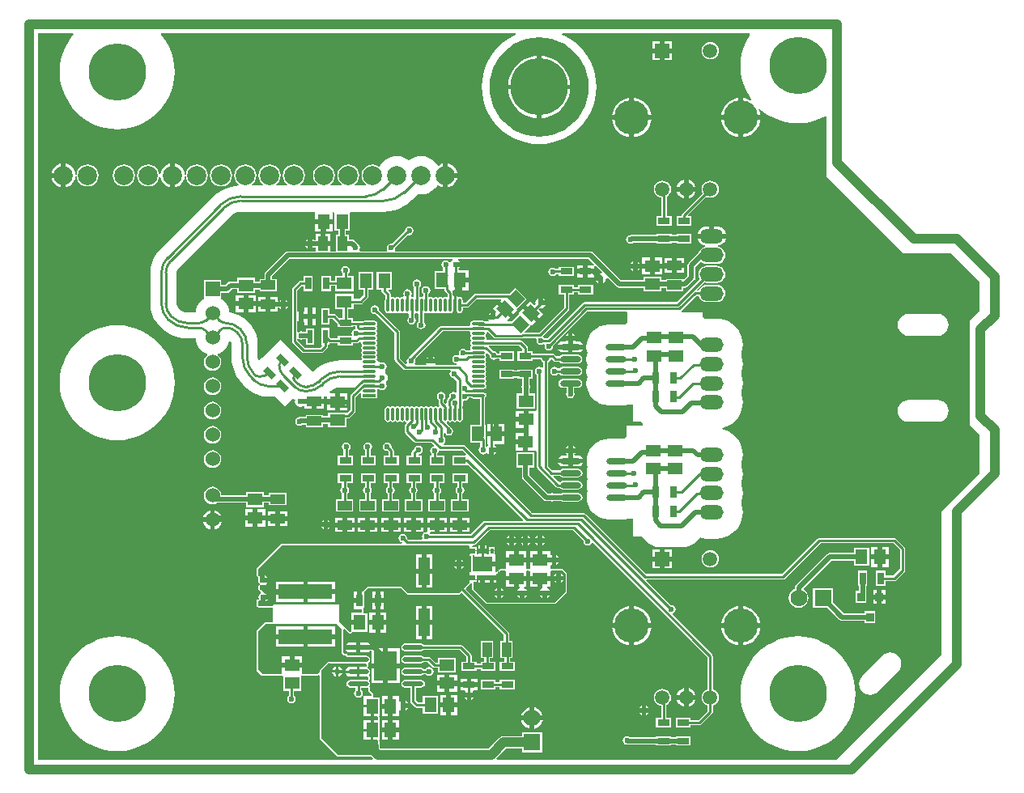
<source format=gbl>
G04*
G04 #@! TF.GenerationSoftware,Altium Limited,CircuitStudio,1.5.2 (1.5.2.30)*
G04*
G04 Layer_Physical_Order=4*
G04 Layer_Color=12500520*
%FSLAX44Y44*%
%MOMM*%
G71*
G01*
G75*
%ADD11C,0.5000*%
%ADD12C,0.2540*%
%ADD13C,0.2610*%
%ADD15C,0.0254*%
%ADD16C,1.0000*%
%ADD17C,6.0000*%
%ADD18C,3.6000*%
%ADD19C,1.5000*%
%ADD20R,1.5000X1.5000*%
%ADD21C,2.0000*%
%ADD22C,1.5240*%
%ADD23R,1.5240X1.5240*%
%ADD24O,2.5000X1.5000*%
%ADD25C,1.7780*%
%ADD26R,1.7780X1.7780*%
%ADD27R,1.7780X1.7780*%
%ADD28C,0.6000*%
%ADD42C,0.3000*%
%ADD43R,0.7000X1.3000*%
%ADD44R,0.8128X0.9144*%
%ADD45R,1.3000X1.6000*%
G04:AMPARAMS|DCode=46|XSize=1.3mm|YSize=0.7mm|CornerRadius=0mm|HoleSize=0mm|Usage=FLASHONLY|Rotation=315.000|XOffset=0mm|YOffset=0mm|HoleType=Round|Shape=Rectangle|*
%AMROTATEDRECTD46*
4,1,4,-0.7071,0.2121,-0.2121,0.7071,0.7071,-0.2121,0.2121,-0.7071,-0.7071,0.2121,0.0*
%
%ADD46ROTATEDRECTD46*%

%ADD47O,1.3710X0.3510*%
%ADD48R,1.3000X0.7000*%
%ADD49R,5.7000X1.6000*%
%ADD50R,1.6000X1.3000*%
%ADD51R,1.5240X1.0000*%
%ADD52R,2.1000X1.6000*%
%ADD53R,0.3500X0.6000*%
%ADD54O,2.2000X0.6000*%
G04:AMPARAMS|DCode=55|XSize=1.4mm|YSize=1.2mm|CornerRadius=0mm|HoleSize=0mm|Usage=FLASHONLY|Rotation=135.000|XOffset=0mm|YOffset=0mm|HoleType=Round|Shape=Rectangle|*
%AMROTATEDRECTD55*
4,1,4,0.9192,-0.0707,0.0707,-0.9192,-0.9192,0.0707,-0.0707,0.9192,0.9192,-0.0707,0.0*
%
%ADD55ROTATEDRECTD55*%

%ADD56R,1.0000X1.5240*%
%ADD57O,2.2000X0.5000*%
%ADD58R,2.4000X3.1000*%
%ADD59R,1.2000X3.0000*%
%ADD60R,0.6000X1.4000*%
%ADD61R,0.6000X1.4500*%
%ADD62R,1.3710X0.3510*%
%ADD63O,0.3510X1.3710*%
%ADD64C,0.2543*%
G36*
X580570Y483310D02*
Y481020D01*
X584860D01*
Y476020D01*
X580570D01*
Y472980D01*
X582410D01*
Y456060D01*
X580570D01*
Y453020D01*
X584860D01*
Y448020D01*
X580570D01*
Y446042D01*
X580349Y445509D01*
X575536Y440696D01*
X570344Y435504D01*
X569581Y434741D01*
X569048Y434520D01*
X516892D01*
X516359Y434741D01*
X510470Y440630D01*
X509823Y440898D01*
X509649Y440970D01*
X509360Y441089D01*
X491861Y441089D01*
X474672Y441089D01*
X474360D01*
X473250Y440630D01*
X473030Y440409D01*
X469917Y437297D01*
X469697Y437076D01*
X469577Y436788D01*
X469577Y436787D01*
X469514Y436634D01*
X469259Y436230D01*
X469188Y435810D01*
X468144D01*
Y426770D01*
X465644D01*
Y424270D01*
X459604D01*
Y417730D01*
X467791D01*
Y414060D01*
X456570D01*
Y406020D01*
X465610D01*
Y401020D01*
X456570D01*
Y394106D01*
X455300Y393580D01*
X444450Y404430D01*
Y421000D01*
X443990Y422110D01*
X442880Y422569D01*
X376500D01*
X375390Y422110D01*
X374930Y421000D01*
Y421000D01*
X360258D01*
X359360Y421898D01*
Y426109D01*
X360630Y426423D01*
X362000Y425507D01*
Y430500D01*
X364500D01*
Y433000D01*
X369492D01*
X368494Y434494D01*
X368034Y434802D01*
X368005Y436022D01*
X368992Y437500D01*
X364000D01*
Y442500D01*
X368992D01*
X367994Y443994D01*
Y444006D01*
X368992Y445500D01*
X364000D01*
Y448000D01*
X361500D01*
Y452992D01*
X360630Y452411D01*
X359360Y453090D01*
Y459520D01*
X384360Y484520D01*
X459398Y484520D01*
X459398Y484520D01*
X509807Y484520D01*
X509807D01*
X579360Y484520D01*
X580570Y483310D01*
D02*
G37*
G36*
X433735Y361464D02*
X433897Y361464D01*
X434031Y361375D01*
X434174Y361346D01*
X434209Y361322D01*
X434469Y361149D01*
X434775Y361088D01*
X435663Y360911D01*
X436010Y360842D01*
X471537D01*
X472917Y359463D01*
X472917D01*
X473114Y358635D01*
X473072Y358460D01*
X472942Y358096D01*
X472587Y357309D01*
X465430D01*
Y352170D01*
Y347031D01*
X472660D01*
X472748Y347049D01*
X473121Y347041D01*
X473983Y346975D01*
X474138Y346807D01*
X474148Y346778D01*
X474219Y346696D01*
X474260Y346676D01*
X474405Y346519D01*
X474409Y346512D01*
X474420Y346503D01*
X474427Y346495D01*
X474432Y346484D01*
X474510Y346406D01*
X474557Y346354D01*
X474790Y345593D01*
Y345307D01*
Y345307D01*
X474653Y344300D01*
X474575Y344160D01*
X474295Y343881D01*
X473461Y343338D01*
X472660Y343497D01*
X455660D01*
X454119Y343191D01*
X452812Y342318D01*
X451939Y341011D01*
X451633Y339470D01*
X451939Y337929D01*
X452812Y336622D01*
X454119Y335749D01*
X455660Y335442D01*
X461387D01*
Y332885D01*
X461152Y332728D01*
X460168Y331256D01*
X459823Y329520D01*
X460168Y327784D01*
X461152Y326312D01*
X462624Y325328D01*
X464360Y324983D01*
X466096Y325328D01*
X467568Y326312D01*
X468552Y327784D01*
X468897Y329520D01*
X468552Y331256D01*
X467568Y332728D01*
X466933Y333152D01*
Y335442D01*
X472660D01*
X473094Y335529D01*
X473266Y335527D01*
X473901Y335419D01*
X474613Y334912D01*
X474763Y334629D01*
X474777Y334368D01*
X474790Y334339D01*
Y332832D01*
Y332520D01*
X474790Y332520D01*
X474910Y332231D01*
Y332231D01*
X475131Y331699D01*
X475131Y331699D01*
X475250Y331410D01*
X475250D01*
X475471Y331189D01*
X478253Y328407D01*
X478264Y328342D01*
X478363Y328181D01*
Y327991D01*
X478430Y327830D01*
X478078Y326983D01*
X477765Y326560D01*
X469820D01*
Y317290D01*
X478860D01*
Y316020D01*
X480130D01*
Y305480D01*
X483893D01*
X484790Y304582D01*
X484790Y301810D01*
X480130D01*
Y291270D01*
Y280730D01*
X483892D01*
X484790Y279832D01*
X484790Y277474D01*
X485250Y276364D01*
X485360Y276255D01*
Y265000D01*
X442880D01*
X425360Y282520D01*
Y352896D01*
Y353208D01*
X425472Y353477D01*
X425581Y353741D01*
X425802Y353961D01*
X432682Y360842D01*
X433721Y361470D01*
X433735Y361464D01*
D02*
G37*
G36*
X660076Y1015471D02*
X666737Y1014146D01*
X673167Y1011964D01*
X679258Y1008960D01*
X684904Y1005187D01*
X690010Y1000710D01*
X694487Y995604D01*
X698260Y989958D01*
X701264Y983867D01*
X703447Y977437D01*
X704771Y970776D01*
X705216Y964000D01*
X704771Y957224D01*
X703447Y950563D01*
X701264Y944133D01*
X698260Y938042D01*
X694487Y932396D01*
X690010Y927290D01*
X684904Y922812D01*
X679258Y919040D01*
X673167Y916036D01*
X666737Y913853D01*
X660076Y912528D01*
X653300Y912084D01*
X646524Y912528D01*
X639863Y913853D01*
X633433Y916036D01*
X627342Y919040D01*
X621696Y922812D01*
X616590Y927290D01*
X612112Y932396D01*
X608340Y938042D01*
X605336Y944133D01*
X603153Y950563D01*
X601828Y957224D01*
X601384Y964000D01*
X601828Y970776D01*
X603153Y977437D01*
X605336Y983867D01*
X608340Y989958D01*
X612112Y995604D01*
X616590Y1000710D01*
X621696Y1005187D01*
X627342Y1008960D01*
X633433Y1011964D01*
X639863Y1014146D01*
X646524Y1015471D01*
X653300Y1015916D01*
X660076Y1015471D01*
D02*
G37*
G36*
X447000Y397000D02*
X447000Y371880D01*
X449360Y369520D01*
X451436D01*
X451857Y368250D01*
X450913Y366836D01*
X450521Y364870D01*
X450758Y363682D01*
X449830Y362412D01*
X436165D01*
X435081Y362627D01*
X434786Y362825D01*
X434337Y362914D01*
X434323Y362920D01*
X434273Y362970D01*
X434202D01*
X433914Y363089D01*
X433672D01*
X433384Y362970D01*
X433072D01*
X432539Y362749D01*
X432318Y362528D01*
X432029Y362409D01*
X424471Y354850D01*
X424352Y354562D01*
X424131Y354341D01*
X423910Y353808D01*
Y353496D01*
X423791Y353208D01*
Y351950D01*
X421360Y349520D01*
X406376Y349520D01*
X405400Y350790D01*
Y356770D01*
X394860D01*
X384320D01*
Y350790D01*
X384320Y350230D01*
X383344Y349520D01*
X383344Y349520D01*
X364360Y349520D01*
X359360Y354520D01*
Y394520D01*
X366840Y402000D01*
X442000D01*
X447000Y397000D01*
D02*
G37*
G36*
X873754Y1018871D02*
X873116Y1017972D01*
X869857Y1012074D01*
X867278Y1005848D01*
X865412Y999372D01*
X864283Y992728D01*
X863905Y986000D01*
X864283Y979271D01*
X865412Y972628D01*
X867278Y966152D01*
X869857Y959926D01*
X873116Y954028D01*
X875444Y950747D01*
X874582Y949768D01*
X872148Y951068D01*
X868277Y952243D01*
X866750Y952393D01*
Y934500D01*
X884643D01*
X884493Y936027D01*
X883318Y939898D01*
X883026Y940446D01*
X884040Y941243D01*
X886532Y939016D01*
X892028Y935116D01*
X897926Y931857D01*
X904152Y929278D01*
X910628Y927412D01*
X917271Y926283D01*
X924000Y925905D01*
X930728Y926283D01*
X937372Y927412D01*
X943848Y929278D01*
X950074Y931857D01*
X952906Y933422D01*
X954000Y932776D01*
Y870000D01*
X1034000Y790000D01*
X1084000D01*
X1114000Y760000D01*
Y730000D01*
X1104000Y720000D01*
Y610000D01*
X1114000Y600000D01*
Y560000D01*
X1074000Y520000D01*
X1074000Y370000D01*
X964000Y260000D01*
X609096Y260000D01*
X608570Y261270D01*
X619024Y271723D01*
X635660D01*
Y267960D01*
X656340D01*
Y288640D01*
X635660D01*
Y284876D01*
X616300D01*
X613783Y284376D01*
X611650Y282950D01*
X600276Y271576D01*
X487724D01*
X486930Y272370D01*
Y276255D01*
X486700Y276808D01*
Y276965D01*
X486581Y277253D01*
X486360Y277474D01*
X486360Y277787D01*
X486360D01*
X486360Y279079D01*
Y279832D01*
X486063Y280550D01*
X486360Y281160D01*
Y281820D01*
X486810D01*
Y299523D01*
Y300720D01*
X486810D01*
X486360Y301170D01*
Y301990D01*
Y301990D01*
X486360Y303757D01*
Y304582D01*
X486063Y305300D01*
X486360Y305910D01*
Y306570D01*
X486810D01*
Y325470D01*
X480412D01*
X480146Y325743D01*
X479676Y326740D01*
X479879Y327227D01*
Y327228D01*
X479880Y327229D01*
X479880Y327804D01*
X479890Y327819D01*
X479882Y327869D01*
X479932Y327991D01*
Y328181D01*
X479880Y328306D01*
X479881Y328428D01*
X479880Y328429D01*
Y328430D01*
X479813Y328592D01*
Y328592D01*
X479802Y328657D01*
X479738Y328762D01*
X479699Y329005D01*
X479599Y329166D01*
X479492Y329243D01*
X479473Y329290D01*
X479453Y329298D01*
X479363Y329517D01*
X478027Y330853D01*
X476360Y332520D01*
Y332832D01*
D01*
Y334339D01*
X476330Y334412D01*
X476344Y334451D01*
X476330Y334712D01*
X476209Y334964D01*
X476207Y335016D01*
X476193Y335045D01*
X476179Y335057D01*
X476149Y335364D01*
X475999Y335647D01*
X475508Y336622D01*
X476360Y337897D01*
X476381Y337929D01*
X476687Y339470D01*
X476381Y341011D01*
X476360Y341042D01*
D01*
X475950Y341656D01*
X475949Y341657D01*
X475561Y342449D01*
X475944Y343394D01*
X476023Y343533D01*
X476058Y343830D01*
X476208Y344088D01*
X476346Y345095D01*
X476317Y345204D01*
X476360Y345307D01*
Y345307D01*
Y345593D01*
X476268Y345814D01*
X476291Y346052D01*
X476058Y346814D01*
X475882Y347028D01*
X475882Y347085D01*
X475877Y347096D01*
X475802Y347172D01*
X475794Y347250D01*
X475790Y347257D01*
X475761Y347281D01*
X475709Y347420D01*
X475662Y347472D01*
X475632Y347486D01*
X475619Y347516D01*
X475583Y347552D01*
X475580Y347560D01*
X475573Y347567D01*
X475563Y347572D01*
X475561Y347574D01*
X475557Y347585D01*
X475411Y347742D01*
X475299Y348036D01*
X475344Y348846D01*
X475460Y349290D01*
X475508Y349322D01*
X476360Y350597D01*
D01*
X476381Y350629D01*
X476687Y352170D01*
X476381Y353711D01*
X476361Y353741D01*
X475508Y355018D01*
X474697Y355559D01*
X474218Y356340D01*
X474249Y357176D01*
X474373Y357453D01*
X474375Y357519D01*
X474420Y357568D01*
X474549Y357931D01*
X474545Y358021D01*
X474598Y358094D01*
X474640Y358270D01*
X474582Y358634D01*
X474641Y358999D01*
X474444Y359826D01*
X474396Y359893D01*
X474356Y360152D01*
X474483Y361140D01*
X474828Y361568D01*
X475508Y362022D01*
X476360Y363298D01*
D01*
X476381Y363329D01*
X476687Y364870D01*
X476381Y366411D01*
X476360Y366442D01*
X475508Y367718D01*
X474201Y368591D01*
X472660Y368897D01*
X453296D01*
X452925Y370014D01*
X452686Y370291D01*
X452545Y370630D01*
X452308Y370728D01*
X452139Y370923D01*
X451774Y370949D01*
X451436Y371089D01*
X450010D01*
X448569Y372530D01*
X448569Y396295D01*
X449839Y396821D01*
X454190Y392470D01*
X454478Y392351D01*
X454699Y392130D01*
X455011D01*
X455300Y392010D01*
X455588Y392130D01*
X455900D01*
X457171Y392656D01*
X457391Y392877D01*
X457680Y392996D01*
X457799Y393285D01*
X458020Y393505D01*
X459185Y394070D01*
X473560D01*
Y412970D01*
X469360D01*
Y414005D01*
X469346Y414026D01*
X469360Y414060D01*
Y417730D01*
X469346Y417764D01*
X469360Y417785D01*
Y417922D01*
X469636Y418197D01*
X470051Y418820D01*
X470594D01*
Y434720D01*
Y434720D01*
X470594D01*
Y434720D01*
X470594Y434721D01*
X470806Y435966D01*
X471027Y436187D01*
X471027Y436187D01*
X471027Y436187D01*
X474139Y439299D01*
D01*
X474360Y439520D01*
X474672D01*
D01*
X491861Y439520D01*
X509048Y439520D01*
D01*
X509360D01*
X515249Y433631D01*
X515537Y433511D01*
X515758Y433291D01*
X516291Y433070D01*
X516603D01*
X516892Y432950D01*
X569048D01*
X569336Y433070D01*
X569649D01*
X570181Y433290D01*
X570402Y433511D01*
X570691Y433631D01*
X571191Y434131D01*
X572724Y434394D01*
X616497Y390621D01*
Y384590D01*
X612820D01*
Y366450D01*
X617227D01*
Y362720D01*
X612050D01*
Y352820D01*
X627950D01*
Y362720D01*
X622773D01*
Y366450D01*
X625720D01*
Y384590D01*
X622043D01*
Y391770D01*
X621832Y392831D01*
X621633Y393130D01*
X621231Y393731D01*
X576646Y438316D01*
X576909Y439849D01*
X581459Y444399D01*
X582393Y444910D01*
X583176Y444912D01*
X583290Y444860D01*
Y439020D01*
X583750Y437910D01*
X588250Y433410D01*
X598250Y423410D01*
X599360Y422950D01*
X669360D01*
X670470Y423410D01*
X675470Y428410D01*
X682110Y435050D01*
X682569Y436160D01*
Y454500D01*
X682569Y454500D01*
X682110Y455610D01*
X682110D01*
X678659Y459060D01*
X677549Y459520D01*
X665980D01*
X665980D01*
X665980Y459520D01*
X664900Y459980D01*
X664900Y460498D01*
Y460498D01*
Y460790D01*
Y463549D01*
X666170Y464228D01*
X666500Y464007D01*
Y469000D01*
Y473992D01*
X666170Y473772D01*
X664900Y474451D01*
Y478060D01*
X656860D01*
Y469020D01*
X654360D01*
Y466520D01*
X643820D01*
Y460498D01*
X643820Y460498D01*
Y459980D01*
X642741Y459520D01*
X642740Y459520D01*
X642740D01*
X640980D01*
X640980D01*
X640980Y459520D01*
X639900Y459980D01*
X639900Y460498D01*
Y460498D01*
Y460790D01*
Y466520D01*
X629360D01*
X618820D01*
Y460498D01*
X618820Y460498D01*
Y459980D01*
X617741Y459520D01*
X617741Y459520D01*
X617741D01*
X612790D01*
X611681Y459060D01*
X608710Y456089D01*
X608150D01*
X607400Y456590D01*
Y459219D01*
Y462020D01*
X594360D01*
Y467020D01*
X607400D01*
Y475060D01*
X607060D01*
Y482970D01*
X600660D01*
Y475060D01*
X598650D01*
Y476020D01*
X594360D01*
X590070D01*
Y475060D01*
X588060D01*
Y482970D01*
X583281D01*
X583021Y483457D01*
X583782Y484727D01*
X585000D01*
X585885Y484903D01*
X586061Y484938D01*
X586961Y485539D01*
X601899Y500477D01*
X688601D01*
X699856Y489222D01*
X699713Y488500D01*
X700058Y486764D01*
X701042Y485292D01*
X702514Y484308D01*
X704250Y483963D01*
X705986Y484308D01*
X707458Y485292D01*
X708408Y486713D01*
X708556Y486882D01*
X709759Y487158D01*
X829477Y367441D01*
Y333789D01*
X827736Y333068D01*
X825867Y331633D01*
X824432Y329764D01*
X823530Y327586D01*
X823223Y325250D01*
X823530Y322914D01*
X824432Y320736D01*
X825867Y318867D01*
X827736Y317432D01*
X829477Y316711D01*
Y311149D01*
X819851Y301523D01*
X811950D01*
Y303700D01*
X796050D01*
Y293800D01*
X811950D01*
Y295977D01*
X821000D01*
X821885Y296153D01*
X822061Y296188D01*
X822961Y296789D01*
X834211Y308039D01*
X834812Y308939D01*
X834847Y309115D01*
X835023Y310000D01*
Y316711D01*
X836764Y317432D01*
X838633Y318867D01*
X840068Y320736D01*
X840970Y322914D01*
X841277Y325250D01*
X840970Y327586D01*
X840068Y329764D01*
X838633Y331633D01*
X836764Y333068D01*
X835023Y333789D01*
Y368589D01*
X834847Y369474D01*
X834812Y369651D01*
X834211Y370550D01*
X792701Y412060D01*
X793070Y413275D01*
X793236Y413308D01*
X794708Y414292D01*
X795692Y415764D01*
X796037Y417500D01*
X795692Y419236D01*
X794708Y420708D01*
X793236Y421692D01*
X791500Y422037D01*
X790987Y421935D01*
X765369Y447553D01*
X765855Y448727D01*
X908500D01*
X909385Y448903D01*
X909561Y448938D01*
X910461Y449539D01*
X947648Y486727D01*
X1023851D01*
X1030726Y479851D01*
Y459649D01*
X1023757Y452680D01*
X1015669D01*
Y457856D01*
X1005769D01*
Y441956D01*
X1015669D01*
Y447133D01*
X1024906D01*
X1025791Y447309D01*
X1025967Y447344D01*
X1026867Y447945D01*
X1035461Y456539D01*
X1036062Y457439D01*
X1036273Y458500D01*
Y481000D01*
X1036097Y481885D01*
X1036062Y482061D01*
X1035461Y482961D01*
X1026961Y491461D01*
X1026061Y492062D01*
X1025885Y492097D01*
X1025000Y492273D01*
X946500D01*
X945439Y492062D01*
X944539Y491461D01*
X907351Y454273D01*
X765148D01*
X701961Y517461D01*
X701061Y518062D01*
X700885Y518097D01*
X700000Y518273D01*
X646149D01*
X575961Y588461D01*
X575061Y589062D01*
X574885Y589097D01*
X574000Y589273D01*
X553847D01*
X553462Y590543D01*
X554208Y591042D01*
X555192Y592514D01*
X555537Y594250D01*
X555192Y595986D01*
X554208Y597458D01*
X553773Y597749D01*
Y601277D01*
X555043Y601662D01*
X555792Y600542D01*
X557264Y599558D01*
X559000Y599213D01*
X560736Y599558D01*
X562208Y600542D01*
X563192Y602014D01*
X563537Y603750D01*
X563192Y605486D01*
X562208Y606958D01*
X561166Y607655D01*
X560961Y607961D01*
X556489Y612433D01*
X556850Y613857D01*
X557972Y614317D01*
X558999Y613631D01*
X560250Y613382D01*
X561500Y613631D01*
X562561Y614339D01*
X562939D01*
X563999Y613631D01*
X565250Y613382D01*
X566500Y613631D01*
X567561Y614339D01*
X567939D01*
X568999Y613631D01*
X570250Y613382D01*
X571500Y613631D01*
X572561Y614339D01*
X573269Y615400D01*
X573518Y616650D01*
Y626850D01*
X573269Y628101D01*
X572803Y628797D01*
Y628853D01*
X573083Y629271D01*
X573282Y629569D01*
X573493Y630631D01*
Y634965D01*
X573518Y635019D01*
X574294Y635746D01*
X574677Y635926D01*
X575750Y635713D01*
X577486Y636058D01*
X578958Y637042D01*
X579942Y638514D01*
X580039Y639002D01*
X582298D01*
X582339Y638939D01*
X583399Y638231D01*
X584650Y637982D01*
X591477D01*
Y610450D01*
X581300D01*
Y591550D01*
X591977D01*
Y587499D01*
X591542Y587208D01*
X590558Y585736D01*
X590213Y584000D01*
X590558Y582264D01*
X591542Y580792D01*
X593014Y579808D01*
X594750Y579463D01*
X596486Y579808D01*
X597667Y580597D01*
X599193Y580601D01*
X599256Y580506D01*
X600750Y579507D01*
Y584500D01*
X603250D01*
Y587000D01*
X608242D01*
X607244Y588494D01*
X606203Y589190D01*
X606588Y590460D01*
X617290D01*
Y598500D01*
X608250D01*
X599210D01*
Y590460D01*
X599912D01*
X600297Y589190D01*
X599256Y588494D01*
X598883Y587936D01*
X598660Y587864D01*
X597523Y588457D01*
Y595500D01*
X597347Y596385D01*
X597312Y596561D01*
X597200Y596729D01*
Y610450D01*
X597023D01*
Y638848D01*
X597160Y638939D01*
X597869Y640000D01*
X598118Y641250D01*
X597869Y642501D01*
X597828Y642561D01*
X597946Y643154D01*
X598345Y643750D01*
X596878D01*
X596101Y644269D01*
X594850Y644518D01*
X589750D01*
Y647982D01*
X594850D01*
X596101Y648231D01*
X596878Y648750D01*
X598345D01*
X597946Y649346D01*
X597828Y649939D01*
X597869Y649999D01*
X598118Y651250D01*
X597869Y652501D01*
X597160Y653561D01*
Y653939D01*
X597869Y654999D01*
X598118Y656250D01*
X597869Y657501D01*
X597160Y658561D01*
Y658939D01*
X597869Y659999D01*
X598118Y661250D01*
X597869Y662501D01*
X597160Y663561D01*
Y663939D01*
X597869Y664999D01*
X598118Y666250D01*
X597869Y667501D01*
X597160Y668561D01*
Y668939D01*
X597869Y669999D01*
X598118Y671250D01*
X597869Y672501D01*
X597160Y673561D01*
Y673939D01*
X597869Y674999D01*
X598118Y676250D01*
X597869Y677501D01*
X597160Y678561D01*
Y678939D01*
X597869Y679999D01*
X598118Y681250D01*
X597869Y682501D01*
X597160Y683561D01*
Y683939D01*
X597869Y684999D01*
X597938Y685344D01*
X599316Y685762D01*
X601565Y683513D01*
X601463Y683000D01*
X601808Y681264D01*
X602792Y679792D01*
X604264Y678808D01*
X606000Y678463D01*
X607736Y678808D01*
X609111Y679727D01*
X611550D01*
Y677550D01*
X627450D01*
Y687450D01*
X611550D01*
Y685273D01*
X609833D01*
X609208Y686208D01*
X607736Y687192D01*
X606000Y687537D01*
X605487Y687435D01*
X600715Y692207D01*
X601241Y693477D01*
X632601D01*
X635977Y690101D01*
Y687450D01*
X630800D01*
Y677550D01*
X646700D01*
Y679477D01*
X654787D01*
X654920Y678805D01*
X656164Y676944D01*
X657447Y676087D01*
Y670865D01*
X656177Y670213D01*
X655236Y670842D01*
X653500Y671187D01*
X651764Y670842D01*
X650292Y669858D01*
X649308Y668386D01*
X648963Y666650D01*
X649308Y664914D01*
X650292Y663442D01*
X650727Y663151D01*
Y626276D01*
X650040Y625290D01*
X649457Y625290D01*
X642000D01*
Y616250D01*
X639500D01*
Y613750D01*
X628960D01*
Y607210D01*
X633153D01*
X633218Y607125D01*
X639500D01*
Y602125D01*
X633543D01*
X633320Y601790D01*
X628710D01*
Y595250D01*
X639250D01*
Y592750D01*
X641750D01*
Y583710D01*
X649457D01*
X649790Y583710D01*
X650727Y582905D01*
Y567107D01*
X650903Y566222D01*
X650938Y566046D01*
X651539Y565146D01*
X671246Y545439D01*
X671847Y545037D01*
X672146Y544838D01*
X673207Y544627D01*
X674751D01*
X675042Y544192D01*
X676514Y543208D01*
X678250Y542863D01*
X694250D01*
X695986Y543208D01*
X697458Y544192D01*
X698442Y545664D01*
X698787Y547400D01*
X698442Y549136D01*
X697458Y550608D01*
X695986Y551592D01*
X694250Y551937D01*
X678250D01*
X676514Y551592D01*
X675042Y550608D01*
X673688Y550842D01*
X668376Y556153D01*
X668862Y557327D01*
X674751D01*
X675042Y556892D01*
X676514Y555908D01*
X678250Y555563D01*
X694250D01*
X695986Y555908D01*
X697458Y556892D01*
X698442Y558364D01*
X698787Y560100D01*
X698442Y561836D01*
X697458Y563308D01*
X695986Y564292D01*
X694250Y564637D01*
X678250D01*
X676514Y564292D01*
X675042Y563308D01*
X674751Y562873D01*
X667299D01*
X662993Y567179D01*
Y676087D01*
X664276Y676944D01*
X665390Y678611D01*
X666303Y678883D01*
X666841Y678937D01*
X668389Y677389D01*
X669289Y676788D01*
X670350Y676577D01*
X674501D01*
X674792Y676142D01*
X676264Y675158D01*
X678000Y674813D01*
X694000D01*
X695736Y675158D01*
X697208Y676142D01*
X698192Y677614D01*
X698537Y679350D01*
X698192Y681086D01*
X697208Y682558D01*
X695736Y683542D01*
X694000Y683887D01*
X678000D01*
X676264Y683542D01*
X674792Y682558D01*
X674501Y682123D01*
X671499D01*
X669411Y684211D01*
X668511Y684812D01*
X668335Y684847D01*
X667450Y685023D01*
X646700D01*
Y687450D01*
X641523D01*
Y691250D01*
X641347Y692135D01*
X641312Y692311D01*
X640711Y693211D01*
X635711Y698211D01*
X634811Y698812D01*
X634635Y698847D01*
X633750Y699023D01*
X598628D01*
X597927Y700293D01*
X598118Y701250D01*
X597869Y702500D01*
X597160Y703560D01*
Y703939D01*
X597869Y704999D01*
X598118Y706250D01*
X598075Y706462D01*
X598974Y707752D01*
X599731Y707847D01*
X605539Y702039D01*
X606439Y701438D01*
X606615Y701403D01*
X607500Y701227D01*
X632713D01*
X633202Y701129D01*
X635455D01*
X636340Y701305D01*
X636516Y701340D01*
X636675Y701447D01*
X650406D01*
X651061Y700401D01*
X651046Y700177D01*
X650713Y698500D01*
X651058Y696764D01*
X652042Y695292D01*
X653514Y694308D01*
X655250Y693963D01*
X656986Y694308D01*
X657803Y694854D01*
X658220Y694781D01*
X658267Y694758D01*
X659129Y693335D01*
X658963Y692500D01*
X659308Y690764D01*
X660292Y689292D01*
X661764Y688308D01*
X663500Y687963D01*
X665236Y688308D01*
X666708Y689292D01*
X667692Y690764D01*
X668037Y692500D01*
X667834Y693520D01*
X703551Y729237D01*
X745066D01*
X745750Y728250D01*
X745750Y727967D01*
Y717842D01*
X745013Y717237D01*
X742853Y715077D01*
X742000Y715161D01*
X726000D01*
X721491Y714717D01*
X717156Y713402D01*
X713160Y711266D01*
X709658Y708392D01*
X706784Y704890D01*
X704648Y700894D01*
X703333Y696559D01*
X702889Y692050D01*
X703333Y687541D01*
X703891Y685700D01*
X703333Y683859D01*
X702889Y679350D01*
X703333Y674841D01*
X703891Y673000D01*
X703333Y671159D01*
X702889Y666650D01*
X703333Y662141D01*
X703891Y660300D01*
X703333Y658459D01*
X702889Y653950D01*
X703333Y649441D01*
X704648Y645106D01*
X706784Y641110D01*
X709658Y637608D01*
X713160Y634734D01*
X717156Y632598D01*
X721491Y631283D01*
X726000Y630839D01*
X742000D01*
X746509Y631283D01*
X746701Y631341D01*
X751750D01*
Y613500D01*
X759776D01*
X762103Y611173D01*
X761617Y610000D01*
X744750D01*
Y597974D01*
X742648Y595872D01*
X742250Y595911D01*
X726250D01*
X721741Y595467D01*
X717406Y594152D01*
X713410Y592016D01*
X709908Y589142D01*
X707034Y585640D01*
X704898Y581644D01*
X703583Y577309D01*
X703139Y572800D01*
X703583Y568291D01*
X704141Y566450D01*
X703583Y564609D01*
X703139Y560100D01*
X703583Y555591D01*
X704141Y553750D01*
X703583Y551909D01*
X703139Y547400D01*
X703583Y542891D01*
X704141Y541050D01*
X703583Y539209D01*
X703139Y534700D01*
X703583Y530191D01*
X704898Y525856D01*
X707034Y521860D01*
X709908Y518358D01*
X713410Y515484D01*
X717406Y513348D01*
X721741Y512033D01*
X726250Y511589D01*
X742250D01*
X746759Y512033D01*
X746951Y512091D01*
X751750D01*
Y493500D01*
X760276D01*
X764763Y489013D01*
X768189Y486201D01*
X772098Y484112D01*
X773385Y483722D01*
X776339Y482826D01*
X780750Y482391D01*
X802750D01*
X807161Y482826D01*
X811402Y484112D01*
X815311Y486201D01*
X818737Y489013D01*
X822099Y492375D01*
X824685Y491754D01*
X829000Y491415D01*
X839000D01*
X843315Y491754D01*
X847524Y492765D01*
X851523Y494421D01*
X855214Y496683D01*
X858505Y499494D01*
X861317Y502786D01*
X863578Y506477D01*
X865235Y510476D01*
X866245Y514685D01*
X866585Y519000D01*
X866245Y523315D01*
X865235Y527524D01*
X864623Y529000D01*
X865235Y530476D01*
X866245Y534685D01*
X866585Y539000D01*
X866245Y543315D01*
X865235Y547524D01*
X864623Y549000D01*
X865235Y550476D01*
X866245Y554685D01*
X866585Y559000D01*
X866245Y563315D01*
X865235Y567524D01*
X864623Y569000D01*
X865235Y570476D01*
X866245Y574685D01*
X866585Y579000D01*
X866245Y583315D01*
X865235Y587524D01*
X863578Y591523D01*
X861317Y595214D01*
X858505Y598506D01*
X855214Y601317D01*
X851523Y603578D01*
X847524Y605235D01*
X844975Y605847D01*
Y607153D01*
X847524Y607765D01*
X851523Y609421D01*
X855214Y611683D01*
X858505Y614494D01*
X861317Y617786D01*
X863578Y621477D01*
X865235Y625476D01*
X866245Y629685D01*
X866585Y634000D01*
X866245Y638315D01*
X865235Y642524D01*
X864623Y644000D01*
X865235Y645476D01*
X866245Y649685D01*
X866585Y654000D01*
X866245Y658315D01*
X865235Y662524D01*
X864623Y664000D01*
X865235Y665476D01*
X866245Y669685D01*
X866585Y674000D01*
X866245Y678315D01*
X865235Y682524D01*
X864623Y684000D01*
X865235Y685476D01*
X866245Y689685D01*
X866585Y694000D01*
X866245Y698315D01*
X865235Y702524D01*
X863578Y706523D01*
X861317Y710214D01*
X858505Y713505D01*
X855214Y716317D01*
X851523Y718578D01*
X847524Y720235D01*
X843315Y721245D01*
X839000Y721585D01*
X829000D01*
X827190Y721442D01*
X827061Y721548D01*
X824750Y722784D01*
Y728250D01*
X802135D01*
X801991Y728457D01*
X802114Y730049D01*
X817541Y745477D01*
X820358D01*
X821182Y743486D01*
X822617Y741617D01*
X824486Y740182D01*
X826664Y739280D01*
X829000Y738973D01*
X839000D01*
X841337Y739280D01*
X843514Y740182D01*
X845383Y741617D01*
X846818Y743486D01*
X847720Y745664D01*
X848027Y748000D01*
X847720Y750336D01*
X846818Y752514D01*
X845383Y754383D01*
X843514Y755818D01*
X841337Y756720D01*
X839000Y757027D01*
X829000D01*
X826664Y756720D01*
X824486Y755818D01*
X822617Y754383D01*
X821182Y752514D01*
X820565Y751023D01*
X819105D01*
X818619Y752197D01*
X825984Y759562D01*
X826664Y759280D01*
X829000Y758973D01*
X839000D01*
X841337Y759280D01*
X843514Y760182D01*
X845383Y761617D01*
X846818Y763486D01*
X847720Y765664D01*
X848027Y768000D01*
X847720Y770336D01*
X846818Y772514D01*
X845383Y774383D01*
X843514Y775818D01*
X841337Y776720D01*
X839000Y777027D01*
X829000D01*
X826664Y776720D01*
X824486Y775818D01*
X822617Y774383D01*
X821182Y772514D01*
X820280Y770336D01*
X819973Y768000D01*
X820280Y765664D01*
X821182Y763486D01*
X821565Y762987D01*
X797351Y738773D01*
X700750D01*
X699689Y738562D01*
X698789Y737961D01*
X662101Y701273D01*
X658749D01*
X658458Y701708D01*
X657840Y702122D01*
X657673Y703752D01*
X683959Y730036D01*
X684560Y730936D01*
X684771Y731998D01*
Y747050D01*
X689948D01*
Y749227D01*
X694050D01*
Y747050D01*
X709950D01*
Y756950D01*
X694050D01*
Y754773D01*
X689948D01*
Y756950D01*
X674048D01*
Y747050D01*
X679224D01*
Y733146D01*
X653071Y706993D01*
X638409D01*
X637923Y708167D01*
X643771Y714015D01*
X644123Y714262D01*
X645123Y714567D01*
X645642Y714344D01*
X645642Y714344D01*
Y714344D01*
X645642D01*
X645899Y714601D01*
X645905Y714607D01*
X645928Y714630D01*
X645928Y714630D01*
X645930Y714632D01*
X645942Y714644D01*
D01*
X645942Y714644D01*
X646012Y714714D01*
D01*
X649913Y718615D01*
X643167Y725361D01*
X636421Y732107D01*
X632521Y728206D01*
D01*
X632451Y728136D01*
D01*
X632451D01*
X632451Y728136D01*
X632439Y728124D01*
X632437Y728122D01*
X632427Y728112D01*
X632416Y728102D01*
X632407Y728092D01*
X632150Y727836D01*
Y727836D01*
X632150Y727836D01*
D01*
X632385Y727290D01*
X632074Y726324D01*
X631822Y725965D01*
X624354Y718498D01*
X620479D01*
X619953Y719768D01*
X623043Y722858D01*
X616297Y729604D01*
X609551Y736349D01*
X605280Y732078D01*
X608772Y728587D01*
X607962Y727601D01*
X607750Y727742D01*
Y722750D01*
X605250D01*
Y720250D01*
X600257D01*
X600579Y719768D01*
X599901Y718498D01*
X597202D01*
X597160Y718560D01*
X596100Y719269D01*
X594850Y719518D01*
X584650D01*
X583399Y719269D01*
X582339Y718560D01*
X581631Y717500D01*
X581382Y716250D01*
X581572Y715293D01*
X580872Y714023D01*
X551250D01*
X550365Y713847D01*
X550189Y713812D01*
X549289Y713211D01*
X517289Y681211D01*
X517085Y680905D01*
X516042Y680208D01*
X515058Y678736D01*
X514713Y677000D01*
X515005Y675529D01*
X514755Y674823D01*
X514283Y674138D01*
X513848Y674073D01*
X507773Y680149D01*
Y707500D01*
X507597Y708385D01*
X507562Y708561D01*
X506961Y709461D01*
X485935Y730487D01*
X486037Y731000D01*
X485692Y732736D01*
X484708Y734208D01*
X483236Y735192D01*
X481500Y735537D01*
X479764Y735192D01*
X478292Y734208D01*
X477308Y732736D01*
X476963Y731000D01*
X477308Y729264D01*
X478292Y727792D01*
X479764Y726808D01*
X481500Y726463D01*
X482013Y726565D01*
X502227Y706351D01*
Y679000D01*
X502403Y678115D01*
X502438Y677939D01*
X503039Y677039D01*
X511539Y668539D01*
X512140Y668137D01*
X512439Y667938D01*
X513500Y667727D01*
X560420D01*
X560746Y667206D01*
X560966Y666457D01*
X560112Y665178D01*
X559766Y663442D01*
X560112Y661705D01*
X561095Y660234D01*
X562567Y659250D01*
X564303Y658905D01*
X564816Y659007D01*
X567237Y656586D01*
Y645215D01*
X565967Y644537D01*
X565735Y644691D01*
X563999Y645036D01*
X562263Y644691D01*
X560791Y643707D01*
X559807Y642235D01*
X559462Y640499D01*
X559564Y639986D01*
X557319Y637741D01*
X556718Y636841D01*
X556683Y636665D01*
X556507Y635780D01*
Y633075D01*
X555333Y632589D01*
X553708Y634213D01*
Y637001D01*
X554143Y637292D01*
X555127Y638764D01*
X555472Y640500D01*
X555127Y642236D01*
X554143Y643708D01*
X552671Y644692D01*
X550935Y645037D01*
X549199Y644692D01*
X547727Y643708D01*
X546743Y642236D01*
X546398Y640500D01*
X546743Y638764D01*
X547727Y637292D01*
X548162Y637001D01*
Y633065D01*
X548338Y632179D01*
X548373Y632004D01*
X548974Y631104D01*
X549010Y631068D01*
X548650Y629642D01*
X547528Y629183D01*
X546500Y629869D01*
X545250Y630118D01*
X543999Y629869D01*
X542939Y629161D01*
X542561D01*
X541500Y629869D01*
X540250Y630118D01*
X538999Y629869D01*
X537939Y629161D01*
X537561D01*
X536500Y629869D01*
X535250Y630118D01*
X533999Y629869D01*
X532939Y629161D01*
X532561D01*
X531500Y629869D01*
X530250Y630118D01*
X528999Y629869D01*
X527939Y629161D01*
X527561D01*
X526500Y629869D01*
X525250Y630118D01*
X523999Y629869D01*
X522939Y629161D01*
X522561D01*
X521501Y629869D01*
X520250Y630118D01*
X518999Y629869D01*
X517939Y629161D01*
X517561D01*
X516501Y629869D01*
X515250Y630118D01*
X513999Y629869D01*
X512939Y629161D01*
X512561D01*
X511501Y629869D01*
X510250Y630118D01*
X508999Y629869D01*
X507939Y629161D01*
X507561D01*
X506501Y629869D01*
X505250Y630118D01*
X503999Y629869D01*
X502939Y629161D01*
X502561D01*
X501501Y629869D01*
X500250Y630118D01*
X498999Y629869D01*
X497939Y629161D01*
X497561D01*
X496501Y629869D01*
X495250Y630118D01*
X493999Y629869D01*
X492939Y629161D01*
X492231Y628101D01*
X491982Y626850D01*
Y616650D01*
X492231Y615400D01*
X492939Y614339D01*
X493999Y613631D01*
X495250Y613382D01*
X496501Y613631D01*
X497561Y614339D01*
X497939D01*
X498999Y613631D01*
X500250Y613382D01*
X501501Y613631D01*
X502561Y614339D01*
X502939D01*
X503999Y613631D01*
X505250Y613382D01*
X506501Y613631D01*
X507561Y614339D01*
X507939D01*
X508999Y613631D01*
X510250Y613382D01*
X511501Y613631D01*
X512561Y614339D01*
X512939D01*
X513894Y613701D01*
X514022Y613516D01*
X514271Y612282D01*
X513539Y611550D01*
X512938Y610650D01*
X512902Y610474D01*
X512727Y609589D01*
Y603500D01*
X512902Y602615D01*
X512938Y602439D01*
X513539Y601539D01*
X522539Y592539D01*
X523438Y591938D01*
X524500Y591727D01*
X540851D01*
X543329Y589248D01*
X542911Y587870D01*
X542014Y587692D01*
X540542Y586708D01*
X539558Y585236D01*
X539213Y583500D01*
X539558Y581764D01*
X540542Y580292D01*
X540977Y580001D01*
Y578450D01*
X538800D01*
Y568550D01*
X554700D01*
Y578450D01*
X546523D01*
Y580001D01*
X546958Y580292D01*
X547942Y581764D01*
X548172Y582922D01*
X548687Y583605D01*
X549518Y583822D01*
X550000Y583727D01*
X572851D01*
X576954Y579623D01*
X576468Y578450D01*
X562800D01*
Y568550D01*
X578700D01*
X578700Y568550D01*
Y568550D01*
X579773Y568055D01*
X636641Y511187D01*
X636155Y510013D01*
X596490D01*
X595605Y509837D01*
X595429Y509802D01*
X594529Y509201D01*
X581851Y496523D01*
X539703D01*
X539322Y497030D01*
X539957Y498300D01*
X543930D01*
Y503340D01*
X536270D01*
Y499429D01*
X535500Y498287D01*
X535500Y498287D01*
X535043Y498196D01*
X534625Y498113D01*
X533764Y497942D01*
X533600Y497864D01*
X533489Y497811D01*
X532588Y498513D01*
X532583Y498517D01*
X532513Y498572D01*
X532470Y498605D01*
Y498715D01*
X532470Y498838D01*
X532470Y499381D01*
Y499434D01*
Y499434D01*
Y503340D01*
X524810D01*
Y498300D01*
X531294D01*
X531294D01*
X531326Y498300D01*
X531933Y498300D01*
X531962D01*
X532014D01*
X532038Y498220D01*
X532075Y498100D01*
X532080Y498081D01*
X532391Y497057D01*
X532350Y497016D01*
X532292Y496958D01*
X531716Y496096D01*
X531308Y495486D01*
X530963Y493750D01*
X531308Y492014D01*
X531623Y491543D01*
X530944Y490273D01*
X516399D01*
X515185Y491487D01*
X515287Y492000D01*
X514942Y493736D01*
X513958Y495208D01*
X512486Y496192D01*
X510750Y496537D01*
X509014Y496192D01*
X507542Y495208D01*
X506558Y493736D01*
X506213Y492000D01*
X506558Y490264D01*
X507542Y488792D01*
X509014Y487808D01*
X510310Y487550D01*
X510450Y487359D01*
X509807Y486089D01*
X459398Y486089D01*
X459398Y486089D01*
X384360Y486089D01*
X383250Y485630D01*
X358250Y460630D01*
X357790Y459520D01*
Y453090D01*
X357881Y452871D01*
X357858Y452634D01*
X358103Y452336D01*
X358250Y451980D01*
X358470Y451889D01*
X358620Y451706D01*
X359660Y451150D01*
X359843Y450081D01*
X359828Y449766D01*
X359808Y449736D01*
X359463Y448000D01*
X359808Y446264D01*
X360792Y444792D01*
X361026Y444635D01*
Y443365D01*
X360792Y443208D01*
X359808Y441736D01*
X359463Y440000D01*
X359808Y438264D01*
X360792Y436792D01*
X362264Y435808D01*
X362266Y434594D01*
X362196Y434312D01*
X361292Y433708D01*
X360308Y432236D01*
X359963Y430500D01*
X360231Y429150D01*
X360240Y428676D01*
X359534Y427768D01*
X358983Y427632D01*
X358642Y427381D01*
X358250Y427218D01*
X358175Y427036D01*
X358016Y426919D01*
X357953Y426500D01*
X357790Y426109D01*
Y421898D01*
X358250Y420788D01*
X359148Y419890D01*
X360258Y419430D01*
X374930D01*
Y404000D01*
X374643Y403569D01*
X366840D01*
X365730Y403110D01*
X358250Y395630D01*
X357790Y394520D01*
Y354520D01*
X358250Y353410D01*
X363250Y348410D01*
X364360Y347950D01*
X383344Y347950D01*
X383583Y348049D01*
X383840Y348031D01*
X384027Y348193D01*
X384140Y348220D01*
X384394Y348169D01*
X385410Y347511D01*
Y332320D01*
X391587D01*
Y327019D01*
X391152Y326728D01*
X390168Y325256D01*
X389823Y323520D01*
X390168Y321783D01*
X391152Y320312D01*
X392624Y319328D01*
X394360Y318983D01*
X396096Y319328D01*
X397568Y320312D01*
X398552Y321783D01*
X398897Y323520D01*
X398552Y325256D01*
X397568Y326728D01*
X397133Y327019D01*
Y332320D01*
X404310D01*
Y347683D01*
X404350Y347726D01*
X405550Y348293D01*
X405734Y348216D01*
X406172Y347964D01*
X406276Y347992D01*
X406376Y347950D01*
X421360Y347950D01*
X422470Y348410D01*
X422617Y348557D01*
X423791Y348071D01*
Y282520D01*
X424250Y281410D01*
X441770Y263890D01*
X442880Y263430D01*
X477269D01*
X479429Y261270D01*
X478903Y260000D01*
X130398Y260000D01*
X129500Y260898D01*
X129500Y1019998D01*
X165722Y1019998D01*
X166241Y1018839D01*
X165016Y1017468D01*
X161117Y1011972D01*
X157857Y1006074D01*
X155278Y999848D01*
X153412Y993372D01*
X152283Y986728D01*
X151905Y980000D01*
X152283Y973271D01*
X153412Y966628D01*
X155278Y960152D01*
X157857Y953926D01*
X161117Y948028D01*
X165016Y942532D01*
X169507Y937507D01*
X174532Y933016D01*
X180028Y929117D01*
X185926Y925857D01*
X192152Y923278D01*
X198628Y921412D01*
X205271Y920283D01*
X212000Y919905D01*
X218729Y920283D01*
X225372Y921412D01*
X231848Y923278D01*
X238074Y925857D01*
X243972Y929117D01*
X249468Y933016D01*
X254493Y937507D01*
X258984Y942532D01*
X262883Y948028D01*
X266143Y953926D01*
X268722Y960152D01*
X270588Y966628D01*
X271717Y973271D01*
X272094Y980000D01*
X271717Y986728D01*
X270588Y993372D01*
X268722Y999848D01*
X266143Y1006074D01*
X262883Y1011972D01*
X258984Y1017468D01*
X257759Y1018839D01*
X258278Y1019998D01*
X628892Y1019999D01*
X629139Y1018753D01*
X627299Y1017991D01*
X621418Y1014741D01*
X615937Y1010852D01*
X610926Y1006374D01*
X606448Y1001363D01*
X602559Y995882D01*
X599309Y990001D01*
X596737Y983792D01*
X594877Y977335D01*
X593751Y970709D01*
X593374Y964000D01*
X593751Y957290D01*
X594877Y950665D01*
X596737Y944208D01*
X599309Y937999D01*
X602559Y932117D01*
X606448Y926637D01*
X610926Y921626D01*
X615937Y917148D01*
X621418Y913259D01*
X627299Y910009D01*
X633508Y907437D01*
X639965Y905576D01*
X646590Y904451D01*
X653300Y904074D01*
X660009Y904451D01*
X666635Y905576D01*
X673092Y907437D01*
X679301Y910009D01*
X685182Y913259D01*
X690663Y917148D01*
X695674Y921626D01*
X700152Y926637D01*
X704041Y932117D01*
X707291Y937999D01*
X709863Y944208D01*
X711723Y950665D01*
X712849Y957290D01*
X713226Y964000D01*
X712849Y970709D01*
X711723Y977335D01*
X709863Y983792D01*
X707291Y990001D01*
X704041Y995882D01*
X700152Y1001363D01*
X695674Y1006374D01*
X690663Y1010852D01*
X685182Y1014741D01*
X679301Y1017991D01*
X677460Y1018754D01*
X677708Y1019999D01*
X873171Y1020000D01*
X873754Y1018871D01*
D02*
G37*
G36*
X681000Y454500D02*
Y436160D01*
X674360Y429520D01*
X669360Y424520D01*
X599360D01*
X589360Y434520D01*
X584860Y439020D01*
Y446070D01*
X588060D01*
Y453041D01*
X588923Y453731D01*
X590070Y453232D01*
Y453020D01*
X594360D01*
Y450520D01*
X596860D01*
Y444980D01*
X598650D01*
Y444980D01*
X599570D01*
Y444980D01*
X601360D01*
Y450520D01*
X603860D01*
Y453020D01*
X608150D01*
Y454520D01*
X609360D01*
X612790Y457950D01*
X617741D01*
X618524Y457404D01*
X618820Y456998D01*
Y452520D01*
X629360D01*
X639900D01*
Y456998D01*
X640196Y457404D01*
X640980Y457950D01*
X642740D01*
X643524Y457404D01*
X643820Y456998D01*
Y452520D01*
X654360D01*
X664900D01*
Y456998D01*
X665196Y457404D01*
X665980Y457950D01*
X677549D01*
X681000Y454500D01*
D02*
G37*
G36*
X581572Y707207D02*
X581382Y706250D01*
X581631Y704999D01*
X582339Y703939D01*
Y703560D01*
X581631Y702500D01*
X581382Y701250D01*
X581631Y699999D01*
X582339Y698939D01*
Y698561D01*
X581631Y697500D01*
X581382Y696250D01*
X581631Y694999D01*
X582339Y693939D01*
Y693561D01*
X581631Y692500D01*
X581382Y691250D01*
X581631Y689999D01*
X581785Y689768D01*
X581106Y688498D01*
X577099D01*
X576958Y688708D01*
X575486Y689692D01*
X573750Y690037D01*
X572014Y689692D01*
X570542Y688708D01*
X569558Y687236D01*
X569213Y685500D01*
X569452Y684295D01*
X569449Y684286D01*
X568464Y683301D01*
X568455Y683298D01*
X567250Y683537D01*
X565514Y683192D01*
X564042Y682208D01*
X563058Y680736D01*
X562713Y679000D01*
X563058Y677264D01*
X564042Y675792D01*
X565514Y674808D01*
X566846Y674543D01*
X566721Y673273D01*
X545770D01*
X545171Y674393D01*
X545242Y674500D01*
X535258D01*
X535329Y674393D01*
X534730Y673273D01*
X523639D01*
X522960Y674543D01*
X523442Y675264D01*
X523787Y677000D01*
X523442Y678736D01*
X523128Y679206D01*
X552399Y708477D01*
X580872D01*
X581572Y707207D01*
D02*
G37*
%LPC*%
G36*
X608150Y448020D02*
X606360D01*
Y444980D01*
X608150D01*
Y448020D01*
D02*
G37*
G36*
X1015899Y437606D02*
X1011795D01*
Y432994D01*
X1015899D01*
Y437606D01*
D02*
G37*
G36*
X614000Y439492D02*
Y437000D01*
X616492D01*
X615494Y438494D01*
X614000Y439492D01*
D02*
G37*
G36*
X609000D02*
X607506Y438494D01*
X606507Y437000D01*
X609000D01*
Y439492D01*
D02*
G37*
G36*
X656860Y432020D02*
X654368D01*
X655366Y430526D01*
X656860Y429527D01*
Y432020D01*
D02*
G37*
G36*
X640422Y432000D02*
X637930D01*
Y429507D01*
X639424Y430506D01*
X640422Y432000D01*
D02*
G37*
G36*
X1006795Y437606D02*
X1002691D01*
Y432994D01*
X1006795D01*
Y437606D01*
D02*
G37*
G36*
X664352Y432020D02*
X661860D01*
Y429527D01*
X663354Y430526D01*
X664352Y432020D01*
D02*
G37*
G36*
X530360Y455020D02*
X524320D01*
Y439980D01*
X530360D01*
Y455020D01*
D02*
G37*
G36*
X440150Y446310D02*
X411610D01*
Y438270D01*
X440150D01*
Y446310D01*
D02*
G37*
G36*
X626860Y447520D02*
X618820D01*
Y440980D01*
X626860D01*
Y447520D01*
D02*
G37*
G36*
X541400Y455020D02*
X535360D01*
Y439980D01*
X541400D01*
Y455020D01*
D02*
G37*
G36*
X406610Y446310D02*
X378070D01*
Y438270D01*
X406610D01*
Y446310D01*
D02*
G37*
G36*
X664900Y447520D02*
X656860D01*
Y440980D01*
X656944D01*
X657180Y439827D01*
X657156Y439710D01*
X655366Y438514D01*
X654368Y437020D01*
X664352D01*
X663354Y438514D01*
X661564Y439710D01*
X661540Y439827D01*
X661776Y440980D01*
X664900D01*
Y447520D01*
D02*
G37*
G36*
X639900D02*
X631860D01*
Y440980D01*
X633099D01*
X633268Y439718D01*
X631436Y438494D01*
X630437Y437000D01*
X640422D01*
X639424Y438494D01*
X637592Y439718D01*
X637760Y440980D01*
X639900D01*
Y447520D01*
D02*
G37*
G36*
X651860D02*
X643820D01*
Y440980D01*
X651860D01*
Y447520D01*
D02*
G37*
G36*
X591860Y448020D02*
X590070D01*
Y444980D01*
X591860D01*
Y448020D01*
D02*
G37*
G36*
X490684Y424270D02*
X487144D01*
Y417730D01*
X490684D01*
Y424270D01*
D02*
G37*
G36*
X482144D02*
X478604D01*
Y417730D01*
X482144D01*
Y424270D01*
D02*
G37*
G36*
X1015899Y427994D02*
X1011795D01*
Y423382D01*
X1015899D01*
Y427994D01*
D02*
G37*
G36*
X1006795D02*
X1002691D01*
Y423382D01*
X1006795D01*
Y427994D01*
D02*
G37*
G36*
X541400Y421060D02*
X535360D01*
Y406020D01*
X541400D01*
Y421060D01*
D02*
G37*
G36*
X482110Y414060D02*
X475570D01*
Y406020D01*
X482110D01*
Y414060D01*
D02*
G37*
G36*
X960540Y439840D02*
X939860D01*
Y419160D01*
X954844D01*
X967533Y406470D01*
X968840Y405597D01*
X970381Y405291D01*
X994129D01*
Y403296D01*
X1005157D01*
Y415340D01*
X994129D01*
Y413346D01*
X972049D01*
X960540Y424855D01*
Y439840D01*
D02*
G37*
G36*
X530360Y421060D02*
X524320D01*
Y406020D01*
X530360D01*
Y421060D01*
D02*
G37*
G36*
X493650Y414060D02*
X487110D01*
Y406020D01*
X493650D01*
Y414060D01*
D02*
G37*
G36*
X996669Y457856D02*
X986769D01*
Y441956D01*
X987691D01*
Y436516D01*
X984629D01*
Y424472D01*
X995657D01*
Y431621D01*
X995746Y432070D01*
Y441956D01*
X996669D01*
Y457856D01*
D02*
G37*
G36*
X609000Y432000D02*
X606507D01*
X607506Y430506D01*
X609000Y429507D01*
Y432000D01*
D02*
G37*
G36*
X490684Y435810D02*
X487144D01*
Y429270D01*
X490684D01*
Y435810D01*
D02*
G37*
G36*
X632930Y432000D02*
X630437D01*
X631436Y430506D01*
X632930Y429507D01*
Y432000D01*
D02*
G37*
G36*
X616492D02*
X614000D01*
Y429507D01*
X615494Y430506D01*
X616492Y432000D01*
D02*
G37*
G36*
X482144Y435810D02*
X478604D01*
Y429270D01*
X482144D01*
Y435810D01*
D02*
G37*
G36*
X440150Y433270D02*
X411610D01*
Y425230D01*
X440150D01*
Y433270D01*
D02*
G37*
G36*
X406610D02*
X378070D01*
Y425230D01*
X406610D01*
Y433270D01*
D02*
G37*
G36*
X463144Y435810D02*
X459604D01*
Y429270D01*
X463144D01*
Y435810D01*
D02*
G37*
G36*
X369492Y428000D02*
X367000D01*
Y425507D01*
X368494Y426506D01*
X369492Y428000D01*
D02*
G37*
G36*
X591860Y484060D02*
X590070D01*
Y481020D01*
X591860D01*
Y484060D01*
D02*
G37*
G36*
X1018759Y482946D02*
X1012219D01*
Y474906D01*
X1018759D01*
Y482946D01*
D02*
G37*
G36*
X621860Y487020D02*
X619368D01*
X620366Y485526D01*
X621860Y484527D01*
Y487020D01*
D02*
G37*
G36*
X598650Y484060D02*
X596860D01*
Y481020D01*
X598650D01*
Y484060D01*
D02*
G37*
G36*
X1007219Y482946D02*
X1000679D01*
Y474906D01*
X1007219D01*
Y482946D01*
D02*
G37*
G36*
X639900Y478060D02*
X631860D01*
Y471520D01*
X639900D01*
Y478060D01*
D02*
G37*
G36*
X651860D02*
X643820D01*
Y471520D01*
X651860D01*
Y478060D01*
D02*
G37*
G36*
X792290Y480290D02*
X784750D01*
Y472750D01*
X792290D01*
Y480290D01*
D02*
G37*
G36*
X779750D02*
X772210D01*
Y472750D01*
X779750D01*
Y480290D01*
D02*
G37*
G36*
X629352Y487020D02*
X626860D01*
Y484527D01*
X628354Y485526D01*
X629352Y487020D01*
D02*
G37*
G36*
X636860Y494512D02*
X635366Y493514D01*
X634368Y492020D01*
X636860D01*
Y494512D01*
D02*
G37*
G36*
X626860D02*
Y492020D01*
X629352D01*
X628354Y493514D01*
X626860Y494512D01*
D02*
G37*
G36*
X651860D02*
X650366Y493514D01*
X649368Y492020D01*
X651860D01*
Y494512D01*
D02*
G37*
G36*
X641860D02*
Y492020D01*
X644352D01*
X643354Y493514D01*
X641860Y494512D01*
D02*
G37*
G36*
X621860D02*
X620366Y493514D01*
X619368Y492020D01*
X621860D01*
Y494512D01*
D02*
G37*
G36*
X644352Y487020D02*
X641860D01*
Y484527D01*
X643354Y485526D01*
X644352Y487020D01*
D02*
G37*
G36*
X636860D02*
X634368D01*
X635366Y485526D01*
X636860Y484527D01*
Y487020D01*
D02*
G37*
G36*
X659352D02*
X656860D01*
Y484527D01*
X658354Y485526D01*
X659352Y487020D01*
D02*
G37*
G36*
X651860D02*
X649368D01*
X650366Y485526D01*
X651860Y484527D01*
Y487020D01*
D02*
G37*
G36*
X626860Y478060D02*
X618820D01*
Y471520D01*
X626860D01*
Y478060D01*
D02*
G37*
G36*
X574492Y462000D02*
X572000D01*
Y459507D01*
X573494Y460506D01*
X574492Y462000D01*
D02*
G37*
G36*
X567000D02*
X564507D01*
X565506Y460506D01*
X567000Y459507D01*
Y462000D01*
D02*
G37*
G36*
X541400Y475060D02*
X535360D01*
Y460020D01*
X541400D01*
Y475060D01*
D02*
G37*
G36*
X530360D02*
X524320D01*
Y460020D01*
X530360D01*
Y475060D01*
D02*
G37*
G36*
X676360Y455012D02*
Y452520D01*
X678853D01*
X677854Y454014D01*
X676360Y455012D01*
D02*
G37*
G36*
X678853Y447520D02*
X676360D01*
Y445027D01*
X677854Y446026D01*
X678853Y447520D01*
D02*
G37*
G36*
X671360D02*
X668868D01*
X669866Y446026D01*
X671360Y445027D01*
Y447520D01*
D02*
G37*
G36*
Y455012D02*
X669866Y454014D01*
X668868Y452520D01*
X671360D01*
Y455012D01*
D02*
G37*
G36*
X366500Y452992D02*
Y450500D01*
X368992D01*
X367994Y451994D01*
X366500Y452992D01*
D02*
G37*
G36*
X779750Y467750D02*
X772210D01*
Y460210D01*
X779750D01*
Y467750D01*
D02*
G37*
G36*
X567000Y469492D02*
X565506Y468494D01*
X564507Y467000D01*
X567000D01*
Y469492D01*
D02*
G37*
G36*
X673992Y466500D02*
X671500D01*
Y464007D01*
X672994Y465006D01*
X673992Y466500D01*
D02*
G37*
G36*
X671500Y473992D02*
Y471500D01*
X673992D01*
X672994Y472994D01*
X671500Y473992D01*
D02*
G37*
G36*
X572000Y469492D02*
Y467000D01*
X574492D01*
X573494Y468494D01*
X572000Y469492D01*
D02*
G37*
G36*
X998669Y481856D02*
X982769D01*
Y476434D01*
X957258D01*
X955717Y476127D01*
X954410Y475254D01*
X921952Y442795D01*
X921079Y441489D01*
X920772Y439948D01*
Y439024D01*
X919585Y438532D01*
X917425Y436875D01*
X915768Y434715D01*
X914726Y432199D01*
X914370Y429500D01*
X914726Y426801D01*
X915768Y424285D01*
X917425Y422125D01*
X919585Y420468D01*
X922100Y419426D01*
X924800Y419071D01*
X927499Y419426D01*
X930014Y420468D01*
X932174Y422125D01*
X933832Y424285D01*
X934874Y426801D01*
X935229Y429500D01*
X934874Y432199D01*
X933832Y434715D01*
X932174Y436875D01*
X930502Y438158D01*
X930235Y439688D01*
X958926Y468379D01*
X982769D01*
Y462956D01*
X998669D01*
Y481856D01*
D02*
G37*
G36*
X832250Y479277D02*
X829914Y478970D01*
X827736Y478068D01*
X825867Y476633D01*
X824432Y474764D01*
X823530Y472586D01*
X823223Y470250D01*
X823530Y467914D01*
X824432Y465736D01*
X825867Y463867D01*
X827736Y462432D01*
X829914Y461530D01*
X832250Y461223D01*
X834586Y461530D01*
X836764Y462432D01*
X838633Y463867D01*
X840068Y465736D01*
X840970Y467914D01*
X841277Y470250D01*
X840970Y472586D01*
X840068Y474764D01*
X838633Y476633D01*
X836764Y478068D01*
X834586Y478970D01*
X832250Y479277D01*
D02*
G37*
G36*
X792290Y467750D02*
X784750D01*
Y460210D01*
X792290D01*
Y467750D01*
D02*
G37*
G36*
X1018759Y469906D02*
X1012219D01*
Y461866D01*
X1018759D01*
Y469906D01*
D02*
G37*
G36*
X1007219D02*
X1000679D01*
Y461866D01*
X1007219D01*
Y469906D01*
D02*
G37*
G36*
X804750Y322750D02*
X797452D01*
X797468Y322629D01*
X798480Y320187D01*
X800089Y318089D01*
X802187Y316480D01*
X804629Y315469D01*
X804750Y315452D01*
Y322750D01*
D02*
G37*
G36*
X765500Y316742D02*
Y314250D01*
X767992D01*
X766994Y315744D01*
X765500Y316742D01*
D02*
G37*
G36*
X495360Y326560D02*
X488820D01*
Y318520D01*
X495360D01*
Y326560D01*
D02*
G37*
G36*
X817048Y322750D02*
X809750D01*
Y315452D01*
X809871Y315469D01*
X812313Y316480D01*
X814411Y318089D01*
X816020Y320187D01*
X817031Y322629D01*
X817048Y322750D01*
D02*
G37*
G36*
X760500Y316742D02*
X759006Y315744D01*
X758008Y314250D01*
X760500D01*
Y316742D01*
D02*
G37*
G36*
X530060Y343497D02*
X513060D01*
X511519Y343191D01*
X510212Y342318D01*
X509339Y341011D01*
X509033Y339470D01*
X509339Y337929D01*
X510212Y336622D01*
X511519Y335749D01*
X513060Y335442D01*
X518787D01*
Y321320D01*
X518963Y320435D01*
X518998Y320258D01*
X519599Y319359D01*
X523649Y315309D01*
X524549Y314708D01*
X524725Y314673D01*
X525610Y314496D01*
X531786D01*
Y307820D01*
X547686D01*
Y326720D01*
X531786D01*
Y320043D01*
X526759D01*
X524333Y322468D01*
Y335442D01*
X530060D01*
X531601Y335749D01*
X532908Y336622D01*
X533781Y337929D01*
X534087Y339470D01*
X533781Y341011D01*
X532908Y342318D01*
X531601Y343191D01*
X530060Y343497D01*
D02*
G37*
G36*
X767992Y309250D02*
X765500D01*
Y306758D01*
X766994Y307756D01*
X767992Y309250D01*
D02*
G37*
G36*
X516353Y314020D02*
X513860D01*
Y311527D01*
X515354Y312526D01*
X516353Y314020D01*
D02*
G37*
G36*
X506900Y326560D02*
X500360D01*
Y316020D01*
Y305480D01*
X506900D01*
Y311310D01*
X508170Y311989D01*
X508860Y311527D01*
Y316520D01*
Y321512D01*
X508170Y321051D01*
X506900Y321730D01*
Y326560D01*
D02*
G37*
G36*
X513860Y321512D02*
Y319020D01*
X516353D01*
X515354Y320514D01*
X513860Y321512D01*
D02*
G37*
G36*
X1020607Y372155D02*
X1017617Y371762D01*
X1014832Y370608D01*
X1012440Y368773D01*
X991227Y347560D01*
X989392Y345168D01*
X988238Y342383D01*
X987845Y339393D01*
X988238Y336404D01*
X989392Y333619D01*
X991227Y331227D01*
X993619Y329392D01*
X996404Y328238D01*
X999393Y327845D01*
X1002383Y328238D01*
X1005168Y329392D01*
X1007560Y331227D01*
X1028773Y352440D01*
X1030608Y354832D01*
X1031762Y357617D01*
X1032155Y360607D01*
X1031762Y363596D01*
X1030608Y366381D01*
X1028773Y368773D01*
X1026381Y370608D01*
X1023596Y371762D01*
X1020607Y372155D01*
D02*
G37*
G36*
X809750Y335047D02*
Y327750D01*
X817048D01*
X817031Y327871D01*
X816020Y330313D01*
X814411Y332411D01*
X812313Y334020D01*
X809871Y335032D01*
X809750Y335047D01*
D02*
G37*
G36*
X554610Y337520D02*
X546570D01*
Y330980D01*
X554610D01*
Y337520D01*
D02*
G37*
G36*
X589150Y336270D02*
X571070D01*
Y332730D01*
X575449D01*
X575913Y331460D01*
X575117Y330270D01*
X585102D01*
X584307Y331460D01*
X584771Y332730D01*
X589150D01*
Y336270D01*
D02*
G37*
G36*
X804750Y335047D02*
X804629Y335032D01*
X802187Y334020D01*
X800089Y332411D01*
X798480Y330313D01*
X797468Y327871D01*
X797452Y327750D01*
X804750D01*
Y335047D01*
D02*
G37*
G36*
X567776Y327810D02*
X561236D01*
Y319770D01*
X567776D01*
Y327810D01*
D02*
G37*
G36*
X556236D02*
X549696D01*
Y319770D01*
X556236D01*
Y327810D01*
D02*
G37*
G36*
X585102Y325270D02*
X582610D01*
Y322777D01*
X584104Y323776D01*
X585102Y325270D01*
D02*
G37*
G36*
X577610D02*
X575117D01*
X576116Y323776D01*
X577610Y322777D01*
Y325270D01*
D02*
G37*
G36*
X657199Y301200D02*
X648500D01*
Y292500D01*
X648984Y292564D01*
X651764Y293716D01*
X654152Y295548D01*
X655984Y297936D01*
X657135Y300716D01*
X657199Y301200D01*
D02*
G37*
G36*
X506900Y288770D02*
X500360D01*
Y280730D01*
X506900D01*
Y288770D01*
D02*
G37*
G36*
X477590Y301810D02*
X469820D01*
Y292540D01*
X477590D01*
Y301810D01*
D02*
G37*
G36*
X643500Y301200D02*
X634800D01*
X634864Y300716D01*
X636016Y297936D01*
X637848Y295548D01*
X640235Y293716D01*
X643016Y292564D01*
X643500Y292500D01*
Y301200D01*
D02*
G37*
G36*
X495360Y288770D02*
X488820D01*
Y280730D01*
X495360D01*
Y288770D01*
D02*
G37*
G36*
X924000Y389095D02*
X917271Y388717D01*
X910628Y387588D01*
X904152Y385722D01*
X897926Y383143D01*
X892028Y379883D01*
X886532Y375984D01*
X881507Y371493D01*
X877016Y366468D01*
X873117Y360972D01*
X869857Y355074D01*
X867278Y348848D01*
X865412Y342372D01*
X864283Y335728D01*
X863905Y329000D01*
X864283Y322271D01*
X865412Y315628D01*
X867278Y309152D01*
X869857Y302926D01*
X873117Y297028D01*
X877016Y291532D01*
X881507Y286507D01*
X886532Y282016D01*
X892028Y278116D01*
X897926Y274857D01*
X904152Y272278D01*
X910628Y270412D01*
X917271Y269283D01*
X924000Y268906D01*
X930729Y269283D01*
X937372Y270412D01*
X943848Y272278D01*
X950074Y274857D01*
X955972Y278116D01*
X961468Y282016D01*
X966493Y286507D01*
X970984Y291532D01*
X974883Y297028D01*
X978143Y302926D01*
X980722Y309152D01*
X982588Y315628D01*
X983717Y322271D01*
X984094Y329000D01*
X983717Y335728D01*
X982588Y342372D01*
X980722Y348848D01*
X978143Y355074D01*
X974883Y360972D01*
X970984Y366468D01*
X966493Y371493D01*
X961468Y375984D01*
X955972Y379883D01*
X950074Y383143D01*
X943848Y385722D01*
X937372Y387588D01*
X930729Y388717D01*
X924000Y389095D01*
D02*
G37*
G36*
X212000D02*
X205271Y388717D01*
X198628Y387588D01*
X192152Y385722D01*
X185926Y383143D01*
X180028Y379883D01*
X174532Y375984D01*
X169507Y371493D01*
X165016Y366468D01*
X161117Y360972D01*
X157857Y355074D01*
X155278Y348848D01*
X153412Y342372D01*
X152283Y335728D01*
X151905Y329000D01*
X152283Y322271D01*
X153412Y315628D01*
X155278Y309152D01*
X157857Y302926D01*
X161117Y297028D01*
X165016Y291532D01*
X169507Y286507D01*
X174532Y282016D01*
X180028Y278116D01*
X185926Y274857D01*
X192152Y272278D01*
X198628Y270412D01*
X205271Y269283D01*
X212000Y268906D01*
X218729Y269283D01*
X225372Y270412D01*
X231848Y272278D01*
X238074Y274857D01*
X243972Y278116D01*
X249468Y282016D01*
X254493Y286507D01*
X258984Y291532D01*
X262883Y297028D01*
X266143Y302926D01*
X268722Y309152D01*
X270588Y315628D01*
X271717Y322271D01*
X272094Y329000D01*
X271717Y335728D01*
X270588Y342372D01*
X268722Y348848D01*
X266143Y355074D01*
X262883Y360972D01*
X258984Y366468D01*
X254493Y371493D01*
X249468Y375984D01*
X243972Y379883D01*
X238074Y383143D01*
X231848Y385722D01*
X225372Y387588D01*
X218729Y388717D01*
X212000Y389095D01*
D02*
G37*
G36*
X477590Y290000D02*
X469820D01*
Y280730D01*
X477590D01*
Y290000D01*
D02*
G37*
G36*
X745250Y284787D02*
X743514Y284442D01*
X742042Y283458D01*
X741058Y281986D01*
X740713Y280250D01*
X741058Y278514D01*
X742042Y277042D01*
X743514Y276058D01*
X745250Y275713D01*
X745525Y275767D01*
X745750Y275723D01*
X775675D01*
Y274800D01*
X791575D01*
Y275723D01*
X796050D01*
Y274800D01*
X811950D01*
Y284700D01*
X796050D01*
Y283777D01*
X791575D01*
Y284700D01*
X775675D01*
Y283777D01*
X747981D01*
X746986Y284442D01*
X745250Y284787D01*
D02*
G37*
G36*
X495360Y301810D02*
X488820D01*
Y293770D01*
X495360D01*
Y301810D01*
D02*
G37*
G36*
X556236Y314770D02*
X549696D01*
Y306730D01*
X556236D01*
Y314770D01*
D02*
G37*
G36*
X648500Y314899D02*
Y306200D01*
X657199D01*
X657135Y306684D01*
X655984Y309464D01*
X654152Y311852D01*
X651764Y313684D01*
X648984Y314836D01*
X648500Y314899D01*
D02*
G37*
G36*
X760500Y309250D02*
X758008D01*
X759006Y307756D01*
X760500Y306758D01*
Y309250D01*
D02*
G37*
G36*
X567776Y314770D02*
X561236D01*
Y306730D01*
X567776D01*
Y314770D01*
D02*
G37*
G36*
X643500Y314899D02*
X643016Y314836D01*
X640235Y313684D01*
X637848Y311852D01*
X636016Y309464D01*
X634864Y306684D01*
X634800Y306200D01*
X643500D01*
Y314899D01*
D02*
G37*
G36*
X782250Y334277D02*
X779914Y333970D01*
X777736Y333068D01*
X775867Y331633D01*
X774432Y329764D01*
X773530Y327586D01*
X773223Y325250D01*
X773530Y322914D01*
X774432Y320736D01*
X775867Y318867D01*
X777736Y317432D01*
X779914Y316530D01*
X780852Y316407D01*
Y303700D01*
X775675D01*
Y293800D01*
X791575D01*
Y303700D01*
X786398D01*
Y317281D01*
X786764Y317432D01*
X788633Y318867D01*
X790068Y320736D01*
X790970Y322914D01*
X791277Y325250D01*
X790970Y327586D01*
X790068Y329764D01*
X788633Y331633D01*
X786764Y333068D01*
X784586Y333970D01*
X782250Y334277D01*
D02*
G37*
G36*
X506900Y301810D02*
X500360D01*
Y293770D01*
X506900D01*
Y301810D01*
D02*
G37*
G36*
X495360Y313520D02*
X488820D01*
Y305480D01*
X495360D01*
Y313520D01*
D02*
G37*
G36*
X477590Y314750D02*
X469820D01*
Y305480D01*
X477590D01*
Y314750D01*
D02*
G37*
G36*
X567650Y337520D02*
X559610D01*
Y330980D01*
X567650D01*
Y337520D01*
D02*
G37*
G36*
X747750Y397750D02*
X729857D01*
X730007Y396223D01*
X731182Y392352D01*
X733089Y388783D01*
X735656Y385656D01*
X738783Y383089D01*
X742352Y381182D01*
X746224Y380007D01*
X747750Y379857D01*
Y397750D01*
D02*
G37*
G36*
X884643D02*
X866750D01*
Y379857D01*
X868277Y380007D01*
X872148Y381182D01*
X875717Y383089D01*
X878844Y385656D01*
X881411Y388783D01*
X883318Y392352D01*
X884493Y396223D01*
X884643Y397750D01*
D02*
G37*
G36*
X461660Y382709D02*
X455660D01*
X453694Y382317D01*
X452026Y381203D01*
X451269Y380070D01*
X461660D01*
Y382709D01*
D02*
G37*
G36*
X861750Y397750D02*
X843857D01*
X844007Y396223D01*
X845182Y392352D01*
X847089Y388783D01*
X849656Y385656D01*
X852783Y383089D01*
X856352Y381182D01*
X860223Y380007D01*
X861750Y379857D01*
Y397750D01*
D02*
G37*
G36*
X770643D02*
X752750D01*
Y379857D01*
X754277Y380007D01*
X758148Y381182D01*
X761717Y383089D01*
X764844Y385656D01*
X767411Y388783D01*
X769318Y392352D01*
X770493Y396223D01*
X770643Y397750D01*
D02*
G37*
G36*
X461660Y375070D02*
X451269D01*
X452026Y373936D01*
X453694Y372822D01*
X455660Y372431D01*
X461660D01*
Y375070D01*
D02*
G37*
G36*
X405400Y368310D02*
X397360D01*
Y361770D01*
X405400D01*
Y368310D01*
D02*
G37*
G36*
X440150Y386270D02*
X411610D01*
Y378230D01*
X440150D01*
Y386270D01*
D02*
G37*
G36*
X406610D02*
X378070D01*
Y378230D01*
X406610D01*
Y386270D01*
D02*
G37*
G36*
X530360Y401020D02*
X524320D01*
Y389520D01*
Y385980D01*
X530360D01*
Y401020D01*
D02*
G37*
G36*
X747750Y420643D02*
X746224Y420493D01*
X742352Y419318D01*
X738783Y417411D01*
X735656Y414844D01*
X733089Y411717D01*
X731182Y408148D01*
X730007Y404277D01*
X729857Y402750D01*
X747750D01*
Y420643D01*
D02*
G37*
G36*
X861750D02*
X860223Y420493D01*
X856352Y419318D01*
X852783Y417411D01*
X849656Y414844D01*
X847089Y411717D01*
X845182Y408148D01*
X844007Y404277D01*
X843857Y402750D01*
X861750D01*
Y420643D01*
D02*
G37*
G36*
X752750D02*
Y402750D01*
X770643D01*
X770493Y404277D01*
X769318Y408148D01*
X767411Y411717D01*
X764844Y414844D01*
X761717Y417411D01*
X758148Y419318D01*
X754277Y420493D01*
X752750Y420643D01*
D02*
G37*
G36*
X866750D02*
Y402750D01*
X884643D01*
X884493Y404277D01*
X883318Y408148D01*
X881411Y411717D01*
X878844Y414844D01*
X875717Y417411D01*
X872148Y419318D01*
X868277Y420493D01*
X866750Y420643D01*
D02*
G37*
G36*
X493650Y401020D02*
X487110D01*
Y392980D01*
X493650D01*
Y401020D01*
D02*
G37*
G36*
X406610Y399310D02*
X378070D01*
Y391270D01*
X406610D01*
Y399310D01*
D02*
G37*
G36*
X541400Y401020D02*
X535360D01*
Y385980D01*
X541400D01*
Y389520D01*
Y401020D01*
D02*
G37*
G36*
X482110Y401020D02*
X475570D01*
Y392980D01*
X482110D01*
Y401020D01*
D02*
G37*
G36*
X440150Y399310D02*
X411610D01*
Y391270D01*
X440150D01*
Y399310D01*
D02*
G37*
G36*
X567650Y349060D02*
X559610D01*
Y342520D01*
X567650D01*
Y349060D01*
D02*
G37*
G36*
X554610D02*
X546570D01*
Y342520D01*
X554610D01*
Y349060D01*
D02*
G37*
G36*
X441090Y351250D02*
X436964D01*
X437141Y350358D01*
X438366Y348526D01*
X440198Y347301D01*
X441090Y347124D01*
Y351250D01*
D02*
G37*
G36*
X462890Y350900D02*
X450774D01*
X450913Y350203D01*
X452026Y348536D01*
X453694Y347422D01*
X455660Y347031D01*
X462890D01*
Y350900D01*
D02*
G37*
G36*
X627950Y343720D02*
X612050D01*
Y341543D01*
X607950D01*
Y343720D01*
X592050D01*
Y333820D01*
X607950D01*
Y335997D01*
X612050D01*
Y333820D01*
X627950D01*
Y343720D01*
D02*
G37*
G36*
X507400Y356020D02*
X495360D01*
Y340480D01*
X507400D01*
Y356020D01*
D02*
G37*
G36*
X490360D02*
X478320D01*
Y340480D01*
X490360D01*
Y356020D01*
D02*
G37*
G36*
X589150Y344810D02*
X582610D01*
Y341270D01*
X589150D01*
Y344810D01*
D02*
G37*
G36*
X577610D02*
X571070D01*
Y341270D01*
X577610D01*
Y344810D01*
D02*
G37*
G36*
X447756Y351250D02*
X443630D01*
Y347124D01*
X444522Y347301D01*
X446354Y348526D01*
X447579Y350358D01*
X447756Y351250D01*
D02*
G37*
G36*
X472660Y382709D02*
X466660D01*
Y377570D01*
Y372431D01*
X472660D01*
X474627Y372822D01*
X476294Y373936D01*
X477050Y375068D01*
X478320Y374683D01*
Y361020D01*
X490360D01*
Y376560D01*
X478893D01*
X477822Y377548D01*
X477791Y377611D01*
X477408Y379536D01*
X476360Y381104D01*
X476294Y381203D01*
X474627Y382317D01*
X472660Y382709D01*
D02*
G37*
G36*
X605400Y384590D02*
X592500D01*
Y366450D01*
X596177D01*
Y362720D01*
X592050D01*
Y360543D01*
X588060D01*
Y362720D01*
X582883D01*
Y368770D01*
X582672Y369831D01*
X582473Y370130D01*
X582071Y370731D01*
X573271Y379531D01*
X572371Y380132D01*
X572195Y380167D01*
X571310Y380343D01*
X532958D01*
X532908Y380418D01*
X531601Y381291D01*
X530060Y381597D01*
X513060D01*
X511519Y381291D01*
X510212Y380418D01*
X509360Y379142D01*
X509339Y379111D01*
X509033Y377570D01*
X509339Y376029D01*
X509360Y375997D01*
D01*
X510212Y374722D01*
X511519Y373849D01*
X513060Y373542D01*
X530060D01*
X531601Y373849D01*
X532908Y374722D01*
X532958Y374796D01*
X570161D01*
X577337Y367621D01*
Y362720D01*
X572160D01*
Y352820D01*
X588060D01*
Y354996D01*
X592050D01*
Y352820D01*
X607950D01*
Y362720D01*
X601723D01*
Y366450D01*
X605400D01*
Y384590D01*
D02*
G37*
G36*
X392360Y368310D02*
X384320D01*
Y361770D01*
X392360D01*
Y368310D01*
D02*
G37*
G36*
X507400Y376560D02*
X495360D01*
Y361020D01*
X507400D01*
Y376560D01*
D02*
G37*
G36*
X538360Y357057D02*
X536624Y356712D01*
X535152Y355728D01*
X534627Y354943D01*
X532958D01*
X532908Y355018D01*
X531601Y355891D01*
X530060Y356197D01*
X513060D01*
X511519Y355891D01*
X510212Y355018D01*
X509339Y353711D01*
X509033Y352170D01*
X509339Y350629D01*
X510212Y349322D01*
X511519Y348449D01*
X513060Y348142D01*
X530060D01*
X531601Y348449D01*
X532908Y349322D01*
X532958Y349397D01*
X535095D01*
X535152Y349312D01*
X536624Y348328D01*
X538360Y347983D01*
X540096Y348328D01*
X541568Y349312D01*
X542552Y350784D01*
X542897Y352520D01*
X542552Y354256D01*
X541568Y355728D01*
X540096Y356712D01*
X538360Y357057D01*
D02*
G37*
G36*
X462890Y357309D02*
X455660D01*
X453694Y356917D01*
X452026Y355803D01*
X450913Y354136D01*
X450774Y353440D01*
X462890D01*
Y357309D01*
D02*
G37*
G36*
X530060Y368897D02*
X513060D01*
X511519Y368591D01*
X510212Y367718D01*
X509339Y366411D01*
X509033Y364870D01*
X509339Y363329D01*
X510212Y362022D01*
X511519Y361149D01*
X513060Y360842D01*
X530060D01*
X531601Y361149D01*
X532908Y362022D01*
X532958Y362096D01*
X536861D01*
X541899Y357059D01*
X542799Y356458D01*
X543860Y356247D01*
X547660D01*
Y351070D01*
X566560D01*
Y366970D01*
X547660D01*
Y361793D01*
X545009D01*
X539971Y366831D01*
X539071Y367432D01*
X538895Y367467D01*
X538010Y367643D01*
X532958D01*
X532908Y367718D01*
X531601Y368591D01*
X530060Y368897D01*
D02*
G37*
G36*
X443630Y357916D02*
Y353790D01*
X447756D01*
X447579Y354681D01*
X446354Y356514D01*
X444522Y357738D01*
X443630Y357916D01*
D02*
G37*
G36*
X441090D02*
X440198Y357738D01*
X438366Y356514D01*
X437141Y354681D01*
X436964Y353790D01*
X441090D01*
Y357916D01*
D02*
G37*
G36*
X656860Y494512D02*
Y492020D01*
X659352D01*
X658354Y493514D01*
X656860Y494512D01*
D02*
G37*
G36*
X711040Y768500D02*
X704500D01*
Y764960D01*
X711040D01*
Y768500D01*
D02*
G37*
G36*
X699500D02*
X692960D01*
Y764960D01*
X699500D01*
Y768500D01*
D02*
G37*
G36*
X782290Y774250D02*
X774250D01*
Y767710D01*
X782290D01*
Y774250D01*
D02*
G37*
G36*
X769250D02*
X761210D01*
Y767710D01*
X769250D01*
Y774250D01*
D02*
G37*
G36*
X450750Y776537D02*
X449014Y776192D01*
X447542Y775208D01*
X446558Y773736D01*
X446213Y772000D01*
X446558Y770264D01*
X447542Y768792D01*
X447977Y768501D01*
Y766450D01*
X440300D01*
Y761273D01*
X435700D01*
Y766200D01*
X425800D01*
Y750300D01*
X435700D01*
Y755727D01*
X440300D01*
Y750550D01*
X459200D01*
Y766450D01*
X453523D01*
Y768501D01*
X453958Y768792D01*
X454942Y770264D01*
X455287Y772000D01*
X454942Y773736D01*
X453958Y775208D01*
X452486Y776192D01*
X450750Y776537D01*
D02*
G37*
G36*
X657500Y742992D02*
Y740500D01*
X659992D01*
X658994Y741994D01*
X657500Y742992D01*
D02*
G37*
G36*
X357290Y746290D02*
X349250D01*
Y739750D01*
X357290D01*
Y746290D01*
D02*
G37*
G36*
X715500Y761000D02*
X713007D01*
X714006Y759506D01*
X715500Y758507D01*
Y761000D01*
D02*
G37*
G36*
X579790Y759250D02*
X573250D01*
Y751210D01*
X579790D01*
Y759250D01*
D02*
G37*
G36*
X769250Y785790D02*
X761210D01*
Y779250D01*
X769250D01*
Y785790D01*
D02*
G37*
G36*
X689948Y775950D02*
X674048D01*
Y773773D01*
X670611D01*
X669236Y774692D01*
X667500Y775037D01*
X665764Y774692D01*
X664292Y773708D01*
X663308Y772236D01*
X662963Y770500D01*
X663308Y768764D01*
X664292Y767292D01*
X665764Y766308D01*
X667500Y765963D01*
X669236Y766308D01*
X670708Y767292D01*
X671333Y768227D01*
X674048D01*
Y766050D01*
X689948D01*
Y775950D01*
D02*
G37*
G36*
X751250Y781742D02*
X749756Y780744D01*
X748757Y779250D01*
X751250D01*
Y781742D01*
D02*
G37*
G36*
X782290Y785790D02*
X774250D01*
Y779250D01*
X782290D01*
Y785790D01*
D02*
G37*
G36*
X699500Y777040D02*
X692960D01*
Y773500D01*
X699500D01*
Y777040D01*
D02*
G37*
G36*
X805160Y774660D02*
X797500D01*
Y769620D01*
X805160D01*
Y774660D01*
D02*
G37*
G36*
X792500D02*
X784840D01*
Y769620D01*
X792500D01*
Y774660D01*
D02*
G37*
G36*
X758742Y774250D02*
X756250D01*
Y771758D01*
X757744Y772756D01*
X758742Y774250D01*
D02*
G37*
G36*
X751250D02*
X748757D01*
X749756Y772756D01*
X751250Y771758D01*
Y774250D01*
D02*
G37*
G36*
X344250Y746290D02*
X336210D01*
Y739750D01*
X344250D01*
Y746290D01*
D02*
G37*
G36*
X411250Y733540D02*
X408210D01*
Y729698D01*
X407250Y729185D01*
Y724000D01*
Y718815D01*
X408210Y718302D01*
Y714460D01*
X411250D01*
Y724000D01*
Y733540D01*
D02*
G37*
G36*
X688500Y706243D02*
Y703750D01*
X690992D01*
X689994Y705244D01*
X688500Y706243D01*
D02*
G37*
G36*
X602750Y727742D02*
X601256Y726744D01*
X600257Y725250D01*
X602750D01*
Y727742D01*
D02*
G37*
G36*
X419290Y721500D02*
X416250D01*
Y714460D01*
X419290D01*
Y721500D01*
D02*
G37*
G36*
X683500Y706243D02*
X682006Y705244D01*
X681008Y703750D01*
X683500D01*
Y706243D01*
D02*
G37*
G36*
X698992Y689550D02*
X688500D01*
Y686402D01*
X694000D01*
X696162Y686832D01*
X697994Y688056D01*
X698992Y689550D01*
D02*
G37*
G36*
X683500D02*
X673008D01*
X674006Y688056D01*
X675838Y686832D01*
X678000Y686402D01*
X683500D01*
Y689550D01*
D02*
G37*
G36*
X1070000Y726549D02*
X1040000D01*
X1037011Y726155D01*
X1034226Y725002D01*
X1031834Y723166D01*
X1029998Y720774D01*
X1028845Y717989D01*
X1028451Y715000D01*
X1028845Y712011D01*
X1029998Y709226D01*
X1031834Y706834D01*
X1034226Y704998D01*
X1037011Y703845D01*
X1040000Y703451D01*
X1070000D01*
X1072989Y703845D01*
X1075774Y704998D01*
X1078166Y706834D01*
X1080002Y709226D01*
X1081155Y712011D01*
X1081549Y715000D01*
X1081155Y717989D01*
X1080002Y720774D01*
X1078166Y723166D01*
X1075774Y725002D01*
X1072989Y726155D01*
X1070000Y726549D01*
D02*
G37*
G36*
X691075Y698750D02*
X680925D01*
X680363Y697699D01*
X678000D01*
X675838Y697269D01*
X674006Y696044D01*
X673008Y694550D01*
X686000D01*
X698992D01*
X697994Y696044D01*
X696162Y697269D01*
X694000Y697699D01*
X691637D01*
X691075Y698750D01*
D02*
G37*
G36*
X652500Y742992D02*
X651006Y741994D01*
X649781Y740162D01*
X649351Y738000D01*
X649703Y736235D01*
X648532Y735609D01*
X644228Y739913D01*
X639957Y735642D01*
X646703Y728896D01*
X653449Y722151D01*
X657719Y726422D01*
X652609Y731532D01*
X653234Y732703D01*
X655000Y732352D01*
X657162Y732782D01*
X658994Y734006D01*
X659992Y735500D01*
X655000D01*
Y738000D01*
X652500D01*
Y742992D01*
D02*
G37*
G36*
X391082Y733840D02*
X388590D01*
Y731348D01*
X390084Y732346D01*
X391082Y733840D01*
D02*
G37*
G36*
X388590Y741332D02*
Y738840D01*
X391082D01*
X390084Y740334D01*
X388590Y741332D01*
D02*
G37*
G36*
X367500Y743880D02*
X359840D01*
Y738840D01*
X367500D01*
Y743880D01*
D02*
G37*
G36*
X380160D02*
X372500D01*
Y736340D01*
Y728800D01*
X380160D01*
Y732957D01*
X381430Y733342D01*
X382096Y732346D01*
X383590Y731348D01*
Y736340D01*
Y741332D01*
X382096Y740334D01*
X381430Y739338D01*
X380160Y739723D01*
Y743880D01*
D02*
G37*
G36*
X344250Y734750D02*
X336210D01*
Y728210D01*
X344250D01*
Y734750D01*
D02*
G37*
G36*
X419290Y733540D02*
X416250D01*
Y726500D01*
X419290D01*
Y733540D01*
D02*
G37*
G36*
X367500Y733840D02*
X359840D01*
Y728800D01*
X367500D01*
Y733840D01*
D02*
G37*
G36*
X357290Y734750D02*
X349250D01*
Y728210D01*
X357290D01*
Y734750D01*
D02*
G37*
G36*
X756250Y781742D02*
Y779250D01*
X758742D01*
X757744Y780744D01*
X756250Y781742D01*
D02*
G37*
G36*
X650800Y961500D02*
X620856D01*
X621061Y958894D01*
X622257Y953913D01*
X624217Y949181D01*
X626893Y944814D01*
X630219Y940919D01*
X634114Y937593D01*
X638481Y934917D01*
X643213Y932957D01*
X648194Y931761D01*
X650800Y931556D01*
Y961500D01*
D02*
G37*
G36*
X861750Y929500D02*
X843857D01*
X844007Y927973D01*
X845182Y924102D01*
X847089Y920533D01*
X849656Y917406D01*
X852783Y914839D01*
X856352Y912932D01*
X860223Y911757D01*
X861750Y911607D01*
Y929500D01*
D02*
G37*
G36*
X747750Y952393D02*
X746224Y952243D01*
X742352Y951068D01*
X738783Y949161D01*
X735656Y946594D01*
X733089Y943467D01*
X731182Y939898D01*
X730007Y936027D01*
X729857Y934500D01*
X747750D01*
Y952393D01*
D02*
G37*
G36*
X685744Y961500D02*
X655800D01*
Y931556D01*
X658406Y931761D01*
X663386Y932957D01*
X668118Y934917D01*
X672486Y937593D01*
X676380Y940919D01*
X679707Y944814D01*
X682383Y949181D01*
X684343Y953913D01*
X685539Y958894D01*
X685744Y961500D01*
D02*
G37*
G36*
X747750Y929500D02*
X729857D01*
X730007Y927973D01*
X731182Y924102D01*
X733089Y920533D01*
X735656Y917406D01*
X738783Y914839D01*
X742352Y912932D01*
X746224Y911757D01*
X747750Y911607D01*
Y929500D01*
D02*
G37*
G36*
X529900Y891597D02*
X525979Y891210D01*
X522209Y890067D01*
X518735Y888210D01*
X517200Y886950D01*
X515665Y888210D01*
X512191Y890067D01*
X508421Y891210D01*
X504500Y891597D01*
X500579Y891210D01*
X496809Y890067D01*
X493335Y888210D01*
X490289Y885710D01*
X487790Y882665D01*
X486964Y881119D01*
X485722Y880851D01*
X484874Y881501D01*
X482089Y882655D01*
X479100Y883049D01*
X476111Y882655D01*
X473326Y881501D01*
X470934Y879666D01*
X469098Y877274D01*
X467945Y874489D01*
X467551Y871500D01*
X467945Y868511D01*
X469098Y865725D01*
X470934Y863334D01*
X472467Y862157D01*
X472451Y862005D01*
X471979Y860902D01*
X460784D01*
X460353Y862172D01*
X461866Y863334D01*
X463702Y865725D01*
X464855Y868511D01*
X465249Y871500D01*
X464855Y874489D01*
X463702Y877274D01*
X461866Y879666D01*
X459474Y881501D01*
X456689Y882655D01*
X453700Y883049D01*
X450711Y882655D01*
X447925Y881501D01*
X445534Y879666D01*
X443698Y877274D01*
X442545Y874489D01*
X442151Y871500D01*
X442545Y868511D01*
X443698Y865725D01*
X445534Y863334D01*
X447047Y862172D01*
X446616Y860902D01*
X435384D01*
X434953Y862172D01*
X436466Y863334D01*
X438302Y865725D01*
X439455Y868511D01*
X439849Y871500D01*
X439455Y874489D01*
X438302Y877274D01*
X436466Y879666D01*
X434074Y881501D01*
X431289Y882655D01*
X428300Y883049D01*
X425311Y882655D01*
X422525Y881501D01*
X420134Y879666D01*
X418298Y877274D01*
X417145Y874489D01*
X416751Y871500D01*
X417145Y868511D01*
X418298Y865725D01*
X420134Y863334D01*
X421647Y862172D01*
X421216Y860902D01*
X403984D01*
X403553Y862172D01*
X405066Y863334D01*
X406902Y865725D01*
X408055Y868511D01*
X408449Y871500D01*
X408055Y874489D01*
X406902Y877274D01*
X405066Y879666D01*
X402674Y881501D01*
X399889Y882655D01*
X396900Y883049D01*
X393911Y882655D01*
X391125Y881501D01*
X388734Y879666D01*
X386898Y877274D01*
X385745Y874489D01*
X385351Y871500D01*
X385745Y868511D01*
X386898Y865725D01*
X388734Y863334D01*
X390247Y862172D01*
X389816Y860902D01*
X378584D01*
X378153Y862172D01*
X379666Y863334D01*
X381502Y865725D01*
X382655Y868511D01*
X383049Y871500D01*
X382655Y874489D01*
X381502Y877274D01*
X379666Y879666D01*
X377274Y881501D01*
X374489Y882655D01*
X371500Y883049D01*
X368511Y882655D01*
X365726Y881501D01*
X363334Y879666D01*
X361498Y877274D01*
X360345Y874489D01*
X359951Y871500D01*
X360345Y868511D01*
X361498Y865725D01*
X363334Y863334D01*
X364847Y862172D01*
X364416Y860902D01*
X353184D01*
X352753Y862172D01*
X354266Y863334D01*
X356101Y865725D01*
X357255Y868511D01*
X357649Y871500D01*
X357255Y874489D01*
X356101Y877274D01*
X354266Y879666D01*
X351874Y881501D01*
X349089Y882655D01*
X346100Y883049D01*
X343111Y882655D01*
X340326Y881501D01*
X337934Y879666D01*
X336098Y877274D01*
X334945Y874489D01*
X334551Y871500D01*
X334945Y868511D01*
X336098Y865725D01*
X337934Y863334D01*
X339606Y862050D01*
X339212Y860751D01*
X335973Y860539D01*
X330657Y859482D01*
X325525Y857740D01*
X320664Y855343D01*
X316158Y852331D01*
X312184Y848847D01*
X312077Y848764D01*
X256659Y793347D01*
X256653Y793347D01*
X256653Y793347D01*
X253278Y789395D01*
X250562Y784964D01*
X248574Y780163D01*
X247360Y775110D01*
X246953Y769929D01*
X246957D01*
Y737278D01*
X246947D01*
X247376Y731829D01*
X248652Y726515D01*
X250744Y721465D01*
X253600Y716805D01*
X257149Y712649D01*
X257136Y712636D01*
X261999Y708483D01*
X267452Y705141D01*
X273360Y702694D01*
X279579Y701201D01*
X285954Y700699D01*
Y700727D01*
X294145D01*
X294385Y698296D01*
X295392Y694975D01*
X297029Y691913D01*
X299230Y689230D01*
X301914Y687029D01*
X304974Y685392D01*
X306103Y685050D01*
X306359Y683645D01*
X305281Y682819D01*
X303827Y680924D01*
X302913Y678718D01*
X302602Y676350D01*
X302913Y673982D01*
X303827Y671776D01*
X305281Y669881D01*
X307176Y668427D01*
X309382Y667513D01*
X311750Y667202D01*
X314118Y667513D01*
X316324Y668427D01*
X318219Y669881D01*
X319673Y671776D01*
X320587Y673982D01*
X320898Y676350D01*
X320587Y678718D01*
X319673Y680924D01*
X318219Y682819D01*
X317141Y683645D01*
X317397Y685050D01*
X318526Y685392D01*
X321586Y687029D01*
X324269Y689230D01*
X326471Y691913D01*
X328107Y694975D01*
X328921Y697657D01*
X330318Y698056D01*
X330437Y697937D01*
X330552Y697849D01*
X331340Y696670D01*
X331616Y695280D01*
X331597Y695136D01*
Y681769D01*
X331616Y681626D01*
X331959Y676396D01*
X333009Y671115D01*
X334740Y666017D01*
X337121Y661188D01*
X340113Y656711D01*
X343569Y652770D01*
X343656Y652656D01*
X347328Y648985D01*
X347354Y648964D01*
X351038Y645818D01*
X355197Y643270D01*
X359703Y641403D01*
X364446Y640264D01*
X369275Y639884D01*
X369308Y639880D01*
X377593D01*
X387404Y630069D01*
X395301Y637966D01*
X398172Y636431D01*
X398204Y636422D01*
X397921Y635000D01*
X398352Y632838D01*
X399576Y631006D01*
X401408Y629781D01*
X403570Y629351D01*
X405732Y629781D01*
X406820Y630509D01*
X408090Y629830D01*
Y627370D01*
X415750D01*
Y634831D01*
X415941Y634846D01*
X416208Y634910D01*
X418250D01*
Y635400D01*
X420760Y636003D01*
X424157Y637410D01*
X428410D01*
Y639782D01*
X429565Y640490D01*
X430557Y641337D01*
X431710Y640805D01*
Y637000D01*
X439750D01*
Y643540D01*
X434962D01*
X434436Y644810D01*
X435264Y645639D01*
X435476Y645915D01*
X438118Y647942D01*
X441516Y649349D01*
X444816Y649784D01*
X445162Y649738D01*
X462228D01*
X462714Y648565D01*
X456789Y642640D01*
X456188Y641740D01*
X456153Y641564D01*
X455977Y640679D01*
Y626149D01*
X452970Y623142D01*
X451700Y623450D01*
Y623450D01*
X432800D01*
Y619527D01*
X427320D01*
Y621040D01*
X409180D01*
Y618617D01*
X403340D01*
X402843Y618519D01*
X402750Y618537D01*
X401014Y618192D01*
X399542Y617208D01*
X398558Y615736D01*
X398213Y614000D01*
X398558Y612264D01*
X399542Y610792D01*
X401014Y609808D01*
X402750Y609463D01*
X404486Y609808D01*
X405615Y610563D01*
X409180D01*
Y608140D01*
X427320D01*
Y611473D01*
X432800D01*
Y607550D01*
X451700D01*
Y617227D01*
X453750D01*
X454635Y617403D01*
X454811Y617438D01*
X455711Y618039D01*
X460711Y623039D01*
X461312Y623939D01*
X461347Y624115D01*
X461523Y625000D01*
Y639530D01*
X466175Y644182D01*
X467445Y643655D01*
Y638045D01*
X484055D01*
Y644455D01*
X484055Y644455D01*
X484013Y645725D01*
X484118Y646250D01*
X483927Y647207D01*
X484628Y648477D01*
X485834D01*
X486292Y647792D01*
X487764Y646808D01*
X489500Y646463D01*
X491236Y646808D01*
X492708Y647792D01*
X493692Y649264D01*
X494037Y651000D01*
X493692Y652736D01*
X492942Y653859D01*
X492999Y655425D01*
X493494Y655756D01*
X494719Y657588D01*
X495149Y659750D01*
X494719Y661912D01*
X493494Y663744D01*
X492467Y664430D01*
X492706Y666250D01*
X492459Y668126D01*
X492708Y668292D01*
X493692Y669764D01*
X494037Y671500D01*
X493692Y673236D01*
X492708Y674708D01*
X491236Y675692D01*
X489500Y676037D01*
X487836Y675706D01*
X486778Y676518D01*
X483919Y677702D01*
X483716Y677729D01*
X483691Y677766D01*
X483161Y678939D01*
X483869Y679999D01*
X484118Y681250D01*
X483869Y682501D01*
X483161Y683561D01*
Y683939D01*
X483869Y684999D01*
X484118Y686250D01*
X483869Y687501D01*
X483161Y688561D01*
Y688939D01*
X483869Y689999D01*
X484118Y691250D01*
X483869Y692500D01*
X483161Y693561D01*
Y693939D01*
X483869Y694999D01*
X484118Y696250D01*
X483869Y697500D01*
X483161Y698561D01*
Y698939D01*
X483869Y699999D01*
X484118Y701250D01*
X483869Y702500D01*
X483161Y703560D01*
Y703939D01*
X483869Y704999D01*
X484118Y706250D01*
X483869Y707500D01*
X483161Y708560D01*
Y708939D01*
X483869Y709999D01*
X484118Y711250D01*
X483869Y712500D01*
X483161Y713560D01*
Y713939D01*
X483869Y714999D01*
X484118Y716250D01*
X483869Y717500D01*
X483161Y718560D01*
X482100Y719269D01*
X480850Y719518D01*
X470650D01*
X469399Y719269D01*
X469032Y719023D01*
X458700D01*
Y722450D01*
X453523D01*
Y731550D01*
X459200D01*
Y736727D01*
X466750D01*
X467635Y736903D01*
X467811Y736938D01*
X468711Y737539D01*
X474211Y743039D01*
X474812Y743939D01*
X475023Y745000D01*
Y751550D01*
X480200D01*
Y770450D01*
X464300D01*
Y751550D01*
X469477D01*
Y746149D01*
X465601Y742273D01*
X459200D01*
Y747450D01*
X440300D01*
Y731550D01*
X447977D01*
Y722450D01*
X444222D01*
X440711Y725961D01*
X439811Y726562D01*
X439635Y726597D01*
X438750Y726773D01*
X434200D01*
Y732700D01*
X425300D01*
Y715300D01*
X434200D01*
Y721227D01*
X437601D01*
X442800Y716028D01*
Y712550D01*
X458700D01*
Y713477D01*
X461102D01*
Y712375D01*
X461278Y711490D01*
X461313Y711314D01*
X460474Y710283D01*
X460014Y710192D01*
X458542Y709208D01*
X457558Y707736D01*
X457213Y706000D01*
X457467Y704720D01*
X456691Y703450D01*
X442800D01*
Y701273D01*
X435399D01*
X434200Y702472D01*
Y711700D01*
X425300D01*
Y694300D01*
X425582D01*
X426108Y693030D01*
X424101Y691023D01*
X408399D01*
X400273Y699149D01*
Y700404D01*
X401542Y700792D01*
X403014Y699808D01*
X404750Y699463D01*
X406486Y699808D01*
X406732Y699973D01*
X409300D01*
Y694550D01*
X418200D01*
Y711450D01*
X409300D01*
Y708027D01*
X406732D01*
X406486Y708192D01*
X404750Y708537D01*
X403014Y708192D01*
X401542Y707208D01*
X400273Y707596D01*
Y718801D01*
X401543Y719480D01*
X402250Y719007D01*
Y724000D01*
Y728992D01*
X401543Y728520D01*
X400273Y729199D01*
Y750601D01*
X405149Y755477D01*
X406800D01*
Y750300D01*
X416700D01*
Y766200D01*
X406800D01*
Y761023D01*
X404000D01*
X403115Y760847D01*
X402939Y760812D01*
X402039Y760211D01*
X395539Y753711D01*
X394938Y752811D01*
X394903Y752635D01*
X394727Y751750D01*
Y698000D01*
X394903Y697115D01*
X394938Y696939D01*
X395539Y696039D01*
X405289Y686289D01*
X406189Y685688D01*
X406365Y685653D01*
X407250Y685477D01*
X425250D01*
X426135Y685653D01*
X426311Y685688D01*
X427211Y686289D01*
X431711Y690789D01*
X432312Y691689D01*
X432347Y691865D01*
X432523Y692750D01*
Y694300D01*
X434200D01*
Y695686D01*
X434250Y695727D01*
X442800D01*
Y693550D01*
X458700D01*
Y695727D01*
X462339D01*
X463224Y695903D01*
X463401Y695938D01*
X464300Y696539D01*
X465746Y697985D01*
X466616Y697887D01*
X467464Y696663D01*
X467382Y696250D01*
X467631Y694999D01*
X468339Y693939D01*
Y693561D01*
X467631Y692500D01*
X467382Y691250D01*
X467631Y689999D01*
X468339Y688939D01*
Y688561D01*
X467631Y687501D01*
X467382Y686250D01*
X467631Y684999D01*
X468339Y683939D01*
Y683561D01*
X467631Y682501D01*
X467382Y681250D01*
X467631Y679999D01*
X468292Y679010D01*
X468098Y678592D01*
X467621Y677903D01*
X445881D01*
X445747Y677885D01*
X440473Y677539D01*
X435157Y676482D01*
X430025Y674740D01*
X425164Y672343D01*
X420658Y669332D01*
X416684Y665846D01*
X416682Y665845D01*
X396596Y685931D01*
X396471Y685806D01*
X382596Y699680D01*
X363504Y680589D01*
X360726Y677810D01*
X359850Y677984D01*
X359411Y678292D01*
X358998Y681432D01*
X359042Y681769D01*
Y695136D01*
X359041Y695150D01*
X358655Y700049D01*
X357505Y704841D01*
X355619Y709394D01*
X353044Y713596D01*
X349852Y717333D01*
X349844Y717344D01*
X347884Y719303D01*
X347821Y719352D01*
X344269Y722386D01*
X340218Y724868D01*
X335828Y726686D01*
X331208Y727795D01*
X329378Y727940D01*
X329115Y730604D01*
X328107Y733925D01*
X326471Y736986D01*
X324269Y739669D01*
X321586Y741871D01*
X320802Y742291D01*
X320820Y743480D01*
X320820D01*
X320820Y743480D01*
Y748523D01*
X326550D01*
X328091Y748829D01*
X329398Y749702D01*
X332193Y752497D01*
X337300D01*
Y748300D01*
X356200D01*
Y752223D01*
X360930D01*
Y750210D01*
X379070D01*
Y763110D01*
X374027D01*
Y765832D01*
X392168Y783973D01*
X562431D01*
X562816Y782703D01*
X561756Y781994D01*
X560858Y780651D01*
X559462Y780538D01*
X559389Y780564D01*
X558958Y781208D01*
X557486Y782192D01*
X555750Y782537D01*
X554014Y782192D01*
X552542Y781208D01*
X551558Y779736D01*
X551213Y778000D01*
X551558Y776264D01*
X552542Y774792D01*
X552977Y774501D01*
Y771200D01*
X543800D01*
Y752300D01*
X553977D01*
Y752000D01*
X554153Y751115D01*
X554188Y750939D01*
X554789Y750039D01*
X557477Y747351D01*
Y744628D01*
X556207Y743927D01*
X555250Y744118D01*
X553999Y743869D01*
X552939Y743161D01*
X552561D01*
X551500Y743869D01*
X550250Y744118D01*
X548999Y743869D01*
X547939Y743161D01*
X547561D01*
X546500Y743869D01*
X545250Y744118D01*
X543999Y743869D01*
X542939Y743161D01*
X542561D01*
X541500Y743869D01*
X540250Y744118D01*
X539043Y743878D01*
X538995Y743872D01*
X537773Y744577D01*
Y747501D01*
X538208Y747792D01*
X539192Y749264D01*
X539537Y751000D01*
X539192Y752736D01*
X538208Y754208D01*
X536736Y755192D01*
X535000Y755537D01*
X533264Y755192D01*
X531792Y754208D01*
X530808Y752736D01*
X530463Y751000D01*
X530808Y749264D01*
X531792Y747792D01*
X532227Y747501D01*
Y744795D01*
X530957Y743977D01*
X530250Y744118D01*
X529293Y743927D01*
X528023Y744628D01*
Y754334D01*
X528708Y754792D01*
X529692Y756264D01*
X530037Y758000D01*
X529692Y759736D01*
X528708Y761208D01*
X527236Y762192D01*
X525500Y762537D01*
X523764Y762192D01*
X522292Y761208D01*
X521308Y759736D01*
X520963Y758000D01*
X521308Y756264D01*
X522292Y754792D01*
X522477Y754668D01*
Y744628D01*
X521207Y743927D01*
X520250Y744118D01*
X519982Y744064D01*
X519239Y745211D01*
X519942Y746264D01*
X520287Y748000D01*
X519942Y749736D01*
X518958Y751208D01*
X517486Y752192D01*
X515750Y752537D01*
X514014Y752192D01*
X512542Y751208D01*
X511558Y749736D01*
X511213Y748000D01*
X511558Y746264D01*
X511905Y745745D01*
X511534Y744108D01*
X511207Y743927D01*
X510250Y744118D01*
X508999Y743869D01*
X507939Y743161D01*
X507561D01*
X506501Y743869D01*
X505250Y744118D01*
X503999Y743869D01*
X502939Y743161D01*
X502561D01*
X501501Y743869D01*
X500250Y744118D01*
X499293Y743927D01*
X498023Y744628D01*
Y747000D01*
X497812Y748061D01*
X497211Y748961D01*
X495795Y750377D01*
X496281Y751550D01*
X499200D01*
Y770450D01*
X483300D01*
Y751550D01*
X488477D01*
Y751000D01*
X488653Y750115D01*
X488688Y749939D01*
X489289Y749039D01*
X492477Y745851D01*
Y742468D01*
X492231Y742100D01*
X491982Y740850D01*
Y730650D01*
X492231Y729399D01*
X492939Y728339D01*
X493999Y727631D01*
X495250Y727382D01*
X496501Y727631D01*
X497561Y728339D01*
X497939D01*
X498999Y727631D01*
X500250Y727382D01*
X501501Y727631D01*
X502561Y728339D01*
X502939D01*
X503999Y727631D01*
X505250Y727382D01*
X506501Y727631D01*
X507561Y728339D01*
X507939D01*
X508999Y727631D01*
X510250Y727382D01*
X511501Y727631D01*
X512561Y728339D01*
X512939D01*
X513999Y727631D01*
X515250Y727382D01*
X516207Y727572D01*
X517477Y726872D01*
Y723666D01*
X516792Y723208D01*
X515808Y721736D01*
X515463Y720000D01*
X515808Y718264D01*
X516792Y716792D01*
X518264Y715808D01*
X520000Y715463D01*
X521736Y715808D01*
X523208Y716792D01*
X524192Y718264D01*
X524537Y720000D01*
X524192Y721736D01*
X523208Y723208D01*
X523023Y723332D01*
Y726872D01*
X524293Y727572D01*
X525250Y727382D01*
X525957Y727523D01*
X527227Y726705D01*
Y718499D01*
X526792Y718208D01*
X525808Y716736D01*
X525463Y715000D01*
X525808Y713264D01*
X526792Y711792D01*
X528264Y710808D01*
X530000Y710463D01*
X531736Y710808D01*
X533208Y711792D01*
X534192Y713264D01*
X534537Y715000D01*
X534192Y716736D01*
X533208Y718208D01*
X532773Y718499D01*
Y726923D01*
X533995Y727628D01*
X534043Y727622D01*
X535250Y727382D01*
X536500Y727631D01*
X537561Y728339D01*
X537939D01*
X538999Y727631D01*
X540250Y727382D01*
X541500Y727631D01*
X542561Y728339D01*
X542939D01*
X543999Y727631D01*
X545250Y727382D01*
X546500Y727631D01*
X547561Y728339D01*
X547939D01*
X548999Y727631D01*
X550250Y727382D01*
X551500Y727631D01*
X552561Y728339D01*
X552939D01*
X553999Y727631D01*
X555250Y727382D01*
X556500Y727631D01*
X557561Y728339D01*
X557939D01*
X558999Y727631D01*
X560250Y727382D01*
X561500Y727631D01*
X561561Y727671D01*
X562153Y727553D01*
X562750Y727155D01*
Y728622D01*
X563269Y729399D01*
X563518Y730650D01*
Y735750D01*
X566982D01*
Y730650D01*
X567230Y729399D01*
X567750Y728622D01*
Y727155D01*
X568346Y727553D01*
X568939Y727671D01*
X568999Y727631D01*
X570250Y727382D01*
X571500Y727631D01*
X572561Y728339D01*
X573269Y729399D01*
X573518Y730650D01*
Y732977D01*
X578000D01*
X578885Y733153D01*
X579061Y733188D01*
X579961Y733789D01*
X588149Y741977D01*
X613519D01*
X614005Y740803D01*
X613087Y739885D01*
X619833Y733139D01*
X626578Y726393D01*
X630849Y730664D01*
X630849Y730664D01*
X630086Y731442D01*
X640622Y741978D01*
X628671Y753928D01*
X622267Y747523D01*
X587000D01*
X585939Y747312D01*
X585039Y746711D01*
X576851Y738523D01*
X573518D01*
Y740850D01*
X573269Y742100D01*
X572561Y743161D01*
X571500Y743869D01*
X570250Y744118D01*
X568999Y743869D01*
X568939Y743829D01*
X568346Y743946D01*
X566926Y744896D01*
X565250Y745229D01*
X564293Y745039D01*
X563023Y745939D01*
Y748500D01*
X562812Y749561D01*
X562613Y749860D01*
X562559Y749940D01*
X563202Y751210D01*
X568250D01*
Y761750D01*
X570750D01*
Y764250D01*
X579790D01*
Y772290D01*
X569462D01*
X569077Y773560D01*
X569744Y774006D01*
X570742Y775500D01*
X565750D01*
Y780500D01*
X570742D01*
X569744Y781994D01*
X568684Y782703D01*
X569069Y783973D01*
X705332D01*
X710994Y778310D01*
X710752Y777724D01*
X710752Y777724D01*
X710560Y777262D01*
X710518Y777160D01*
X710485Y777080D01*
X710468Y777040D01*
X710356D01*
X710347D01*
X710007Y777040D01*
X709952D01*
X709952D01*
X704500D01*
Y773500D01*
X711040D01*
Y775952D01*
Y775952D01*
X711040Y776007D01*
X711040Y776347D01*
Y776356D01*
Y776469D01*
X711080Y776485D01*
X711160Y776518D01*
X711261Y776560D01*
X711724Y776752D01*
X711724D01*
X712310Y776995D01*
X719075Y770229D01*
X718449Y769059D01*
X718000Y769148D01*
X715838Y768718D01*
X714006Y767494D01*
X713007Y766000D01*
X718000D01*
Y763500D01*
X720500D01*
Y758507D01*
X721994Y759506D01*
X723218Y761338D01*
X723648Y763500D01*
X723559Y763949D01*
X724730Y764575D01*
X734402Y754902D01*
X735709Y754029D01*
X737250Y753723D01*
X762300D01*
Y749800D01*
X781200D01*
Y753723D01*
X785930D01*
Y750390D01*
X804070D01*
Y753723D01*
X805800D01*
X807341Y754029D01*
X808648Y754902D01*
X815598Y761852D01*
X816471Y763159D01*
X816777Y764700D01*
Y775582D01*
X822727Y781532D01*
X824486Y780182D01*
X826664Y779280D01*
X829000Y778973D01*
X839000D01*
X841337Y779280D01*
X843514Y780182D01*
X845383Y781617D01*
X846818Y783486D01*
X847720Y785664D01*
X848027Y788000D01*
X847720Y790336D01*
X846818Y792514D01*
X845383Y794383D01*
X843514Y795818D01*
X841337Y796720D01*
X840651Y796810D01*
Y798091D01*
X841621Y798218D01*
X844063Y799230D01*
X846161Y800839D01*
X847770Y802937D01*
X848782Y805379D01*
X848798Y805500D01*
X834000D01*
X819203D01*
X819219Y805379D01*
X820230Y802937D01*
X821839Y800839D01*
X823937Y799230D01*
X826379Y798218D01*
X827349Y798091D01*
Y796810D01*
X826664Y796720D01*
X824486Y795818D01*
X822617Y794383D01*
X821182Y792514D01*
X820379Y790575D01*
X809902Y780098D01*
X809029Y778791D01*
X808723Y777250D01*
Y766368D01*
X805340Y762986D01*
X804070Y763290D01*
Y763290D01*
X785930D01*
Y761777D01*
X781200D01*
Y765700D01*
X762300D01*
Y761777D01*
X738918D01*
X709848Y790848D01*
X708541Y791721D01*
X707000Y792027D01*
X503059D01*
X502380Y793297D01*
X502692Y793764D01*
X503037Y795500D01*
X502935Y796013D01*
X516153Y809231D01*
X517500Y808963D01*
X519236Y809308D01*
X520708Y810292D01*
X521692Y811764D01*
X522037Y813500D01*
X521692Y815236D01*
X520708Y816708D01*
X519236Y817692D01*
X517500Y818037D01*
X515764Y817692D01*
X514292Y816708D01*
X513308Y815236D01*
X513058Y813980D01*
X499013Y799935D01*
X498500Y800037D01*
X496764Y799692D01*
X495292Y798708D01*
X494308Y797236D01*
X493963Y795500D01*
X494308Y793764D01*
X494620Y793297D01*
X493941Y792027D01*
X466059D01*
X465380Y793297D01*
X465692Y793764D01*
X466037Y795500D01*
X465692Y797236D01*
X465249Y797899D01*
X465221Y798041D01*
X464348Y799348D01*
X460611Y803084D01*
X459305Y803957D01*
X457763Y804264D01*
X454027D01*
Y809306D01*
X451278D01*
Y813800D01*
X455200D01*
Y832700D01*
X456156Y833457D01*
X490817D01*
X490951Y833475D01*
X496225Y833821D01*
X501541Y834878D01*
X506673Y836620D01*
X511534Y839017D01*
X516040Y842028D01*
X520014Y845514D01*
X520121Y845596D01*
X526285Y851759D01*
X529900Y851403D01*
X533821Y851789D01*
X537591Y852933D01*
X541065Y854790D01*
X544110Y857289D01*
X546610Y860335D01*
X546915Y860907D01*
X548157Y861175D01*
X548976Y860546D01*
X552026Y859283D01*
X552800Y859181D01*
Y871500D01*
Y883819D01*
X552026Y883717D01*
X548976Y882454D01*
X548157Y881825D01*
X546915Y882093D01*
X546610Y882665D01*
X544110Y885710D01*
X541065Y888210D01*
X537591Y890067D01*
X533821Y891210D01*
X529900Y891597D01*
D02*
G37*
G36*
X557800Y883819D02*
Y874000D01*
X567619D01*
X567517Y874773D01*
X566254Y877824D01*
X564244Y880443D01*
X561624Y882454D01*
X558573Y883717D01*
X557800Y883819D01*
D02*
G37*
G36*
X884643Y929500D02*
X866750D01*
Y911607D01*
X868277Y911757D01*
X872148Y912932D01*
X875717Y914839D01*
X878844Y917406D01*
X881411Y920533D01*
X883318Y924102D01*
X884493Y927973D01*
X884643Y929500D01*
D02*
G37*
G36*
X770643D02*
X752750D01*
Y911607D01*
X754277Y911757D01*
X758148Y912932D01*
X761717Y914839D01*
X764844Y917406D01*
X767411Y920533D01*
X769318Y924102D01*
X770493Y927973D01*
X770643Y929500D01*
D02*
G37*
G36*
X832250Y1011027D02*
X829914Y1010720D01*
X827736Y1009818D01*
X825867Y1008383D01*
X824432Y1006514D01*
X823530Y1004336D01*
X823223Y1002000D01*
X823530Y999664D01*
X824432Y997486D01*
X825867Y995617D01*
X827736Y994182D01*
X829914Y993280D01*
X832250Y992973D01*
X834586Y993280D01*
X836764Y994182D01*
X838633Y995617D01*
X840068Y997486D01*
X840970Y999664D01*
X841277Y1002000D01*
X840970Y1004336D01*
X840068Y1006514D01*
X838633Y1008383D01*
X836764Y1009818D01*
X834586Y1010720D01*
X832250Y1011027D01*
D02*
G37*
G36*
X792290Y999500D02*
X784750D01*
Y991960D01*
X792290D01*
Y999500D01*
D02*
G37*
G36*
Y1012040D02*
X784750D01*
Y1004500D01*
X792290D01*
Y1012040D01*
D02*
G37*
G36*
X779750D02*
X772210D01*
Y1004500D01*
X779750D01*
Y1012040D01*
D02*
G37*
G36*
Y999500D02*
X772210D01*
Y991960D01*
X779750D01*
Y999500D01*
D02*
G37*
G36*
X752750Y952393D02*
Y934500D01*
X770643D01*
X770493Y936027D01*
X769318Y939898D01*
X767411Y943467D01*
X764844Y946594D01*
X761717Y949161D01*
X758148Y951068D01*
X754277Y952243D01*
X752750Y952393D01*
D02*
G37*
G36*
X861750D02*
X860223Y952243D01*
X856352Y951068D01*
X852783Y949161D01*
X849656Y946594D01*
X847089Y943467D01*
X845182Y939898D01*
X844007Y936027D01*
X843857Y934500D01*
X861750D01*
Y952393D01*
D02*
G37*
G36*
X655800Y996444D02*
Y966500D01*
X685744D01*
X685539Y969106D01*
X684343Y974086D01*
X682383Y978818D01*
X679707Y983186D01*
X676380Y987080D01*
X672486Y990407D01*
X668118Y993083D01*
X663386Y995043D01*
X658406Y996239D01*
X655800Y996444D01*
D02*
G37*
G36*
X650800D02*
X648194Y996239D01*
X643213Y995043D01*
X638481Y993083D01*
X634114Y990407D01*
X630219Y987080D01*
X626893Y983186D01*
X624217Y978818D01*
X622257Y974086D01*
X621061Y969106D01*
X620856Y966500D01*
X650800D01*
Y996444D01*
D02*
G37*
G36*
X153100Y883819D02*
X152326Y883717D01*
X149276Y882454D01*
X146656Y880443D01*
X144646Y877824D01*
X143383Y874773D01*
X143281Y874000D01*
X153100D01*
Y883819D01*
D02*
G37*
G36*
X804750Y854500D02*
X797452D01*
X797468Y854379D01*
X798480Y851937D01*
X800089Y849839D01*
X802187Y848230D01*
X804629Y847218D01*
X804750Y847203D01*
Y854500D01*
D02*
G37*
G36*
X782250Y866027D02*
X779914Y865720D01*
X777736Y864818D01*
X775867Y863383D01*
X774432Y861514D01*
X773530Y859336D01*
X773223Y857000D01*
X773530Y854664D01*
X774432Y852486D01*
X775867Y850617D01*
X777736Y849182D01*
X779914Y848280D01*
X781227Y848108D01*
Y828950D01*
X776050D01*
Y819050D01*
X791950D01*
Y828950D01*
X786773D01*
Y849190D01*
X788633Y850617D01*
X790068Y852486D01*
X790970Y854664D01*
X791277Y857000D01*
X790970Y859336D01*
X790068Y861514D01*
X788633Y863383D01*
X786764Y864818D01*
X784586Y865720D01*
X782250Y866027D01*
D02*
G37*
G36*
X832250D02*
X829914Y865720D01*
X827736Y864818D01*
X825867Y863383D01*
X824432Y861514D01*
X823530Y859336D01*
X823223Y857000D01*
X823530Y854664D01*
X824251Y852923D01*
X803039Y831711D01*
X802438Y830811D01*
X802403Y830635D01*
X802227Y829750D01*
Y828950D01*
X797050D01*
Y819050D01*
X812950D01*
Y828950D01*
X809781D01*
X809295Y830123D01*
X828173Y849001D01*
X829914Y848280D01*
X832250Y847973D01*
X834586Y848280D01*
X836764Y849182D01*
X838633Y850617D01*
X840068Y852486D01*
X840970Y854664D01*
X841277Y857000D01*
X840970Y859336D01*
X840068Y861514D01*
X838633Y863383D01*
X836764Y864818D01*
X834586Y865720D01*
X832250Y866027D01*
D02*
G37*
G36*
X817048Y854500D02*
X809750D01*
Y847203D01*
X809871Y847218D01*
X812313Y848230D01*
X814411Y849839D01*
X816020Y851937D01*
X817031Y854379D01*
X817048Y854500D01*
D02*
G37*
G36*
X839000Y818127D02*
X836500D01*
Y810500D01*
X848798D01*
X848782Y810621D01*
X847770Y813063D01*
X846161Y815161D01*
X844063Y816770D01*
X841621Y817782D01*
X839000Y818127D01*
D02*
G37*
G36*
X805160Y784700D02*
X797500D01*
Y779660D01*
X805160D01*
Y784700D01*
D02*
G37*
G36*
X792500D02*
X784840D01*
Y779660D01*
X792500D01*
Y784700D01*
D02*
G37*
G36*
X831500Y818127D02*
X829000D01*
X826379Y817782D01*
X823937Y816770D01*
X821839Y815161D01*
X820230Y813063D01*
X819219Y810621D01*
X819203Y810500D01*
X831500D01*
Y818127D01*
D02*
G37*
G36*
X812950Y809950D02*
X797050D01*
Y809027D01*
X791950D01*
Y809950D01*
X776050D01*
Y809027D01*
X749500D01*
X747959Y808721D01*
X747765Y808591D01*
X747014Y808442D01*
X745542Y807458D01*
X744558Y805986D01*
X744213Y804250D01*
X744558Y802514D01*
X745542Y801042D01*
X747014Y800058D01*
X748750Y799713D01*
X750486Y800058D01*
X751855Y800973D01*
X776050D01*
Y800050D01*
X791950D01*
Y800973D01*
X797050D01*
Y800050D01*
X812950D01*
Y809950D01*
D02*
G37*
G36*
X272400Y883819D02*
Y871500D01*
Y859181D01*
X273174Y859283D01*
X276224Y860546D01*
X278843Y862556D01*
X280854Y865176D01*
X282117Y868226D01*
X282425Y870561D01*
Y870561D01*
X282509Y871204D01*
X282518D01*
X282562D01*
X282639D01*
X283660D01*
X283738D01*
X283782D01*
X283790D01*
X283875Y870561D01*
Y870561D01*
X284145Y868511D01*
X285298Y865725D01*
X287134Y863334D01*
X289526Y861498D01*
X292311Y860345D01*
X295300Y859951D01*
X298289Y860345D01*
X301074Y861498D01*
X303466Y863334D01*
X305301Y865725D01*
X306455Y868511D01*
X306849Y871500D01*
X306455Y874489D01*
X305301Y877274D01*
X303466Y879666D01*
X301074Y881501D01*
X298289Y882655D01*
X295300Y883049D01*
X292311Y882655D01*
X289526Y881501D01*
X287134Y879666D01*
X285298Y877274D01*
X284145Y874489D01*
X283875Y872439D01*
Y872439D01*
X283790Y871796D01*
X283782D01*
X283738D01*
X283660D01*
X282639D01*
X282562D01*
X282518D01*
X282509D01*
X282425Y872439D01*
Y872439D01*
X282117Y874773D01*
X280854Y877824D01*
X278843Y880443D01*
X276224Y882454D01*
X273174Y883717D01*
X272400Y883819D01*
D02*
G37*
G36*
X219100Y883049D02*
X216111Y882655D01*
X213326Y881501D01*
X210934Y879666D01*
X209098Y877274D01*
X207945Y874489D01*
X207551Y871500D01*
X207945Y868511D01*
X209098Y865725D01*
X210934Y863334D01*
X213326Y861498D01*
X216111Y860345D01*
X219100Y859951D01*
X222089Y860345D01*
X224874Y861498D01*
X227266Y863334D01*
X229102Y865725D01*
X230255Y868511D01*
X230649Y871500D01*
X230255Y874489D01*
X229102Y877274D01*
X227266Y879666D01*
X224874Y881501D01*
X222089Y882655D01*
X219100Y883049D01*
D02*
G37*
G36*
X267400Y883819D02*
X266626Y883717D01*
X263576Y882454D01*
X260956Y880443D01*
X258946Y877824D01*
X257683Y874773D01*
X257375Y872439D01*
Y872439D01*
X257291Y871796D01*
X257282D01*
X257238D01*
X257161D01*
X256139D01*
X256062D01*
X256018D01*
X256010D01*
X255925Y872439D01*
Y872439D01*
X255655Y874489D01*
X254501Y877274D01*
X252666Y879666D01*
X250274Y881501D01*
X247489Y882655D01*
X244500Y883049D01*
X241511Y882655D01*
X238725Y881501D01*
X236334Y879666D01*
X234498Y877274D01*
X233345Y874489D01*
X232951Y871500D01*
X233345Y868511D01*
X234498Y865725D01*
X236334Y863334D01*
X238725Y861498D01*
X241511Y860345D01*
X244500Y859951D01*
X247489Y860345D01*
X250274Y861498D01*
X252666Y863334D01*
X254501Y865725D01*
X255655Y868511D01*
X255925Y870561D01*
Y870561D01*
X256010Y871204D01*
X256018D01*
X256062D01*
X256139D01*
X257161D01*
X257238D01*
X257282D01*
X257291D01*
X257375Y870561D01*
Y870561D01*
X257683Y868226D01*
X258946Y865176D01*
X260956Y862556D01*
X263576Y860546D01*
X266626Y859283D01*
X267400Y859181D01*
Y871500D01*
Y883819D01*
D02*
G37*
G36*
X320700Y883049D02*
X317711Y882655D01*
X314925Y881501D01*
X312534Y879666D01*
X310698Y877274D01*
X309545Y874489D01*
X309151Y871500D01*
X309545Y868511D01*
X310698Y865725D01*
X312534Y863334D01*
X314925Y861498D01*
X317711Y860345D01*
X320700Y859951D01*
X323689Y860345D01*
X326474Y861498D01*
X328866Y863334D01*
X330701Y865725D01*
X331855Y868511D01*
X332249Y871500D01*
X331855Y874489D01*
X330701Y877274D01*
X328866Y879666D01*
X326474Y881501D01*
X323689Y882655D01*
X320700Y883049D01*
D02*
G37*
G36*
X158100Y883819D02*
Y871500D01*
Y859181D01*
X158874Y859283D01*
X161924Y860546D01*
X164543Y862556D01*
X166554Y865176D01*
X167817Y868226D01*
X168125Y870561D01*
Y870561D01*
X168209Y871204D01*
X168218D01*
X168262D01*
X168339D01*
X169360D01*
X169438D01*
X169482D01*
X169490D01*
X169575Y870561D01*
Y870561D01*
X169845Y868511D01*
X170998Y865725D01*
X172834Y863334D01*
X175226Y861498D01*
X178011Y860345D01*
X181000Y859951D01*
X183989Y860345D01*
X186774Y861498D01*
X189166Y863334D01*
X191001Y865725D01*
X192155Y868511D01*
X192549Y871500D01*
X192155Y874489D01*
X191001Y877274D01*
X189166Y879666D01*
X186774Y881501D01*
X183989Y882655D01*
X181000Y883049D01*
X178011Y882655D01*
X175226Y881501D01*
X172834Y879666D01*
X170998Y877274D01*
X169845Y874489D01*
X169575Y872439D01*
Y872439D01*
X169490Y871796D01*
X169482D01*
X169438D01*
X169360D01*
X168339D01*
X168262D01*
X168218D01*
X168209D01*
X168125Y872439D01*
Y872439D01*
X167817Y874773D01*
X166554Y877824D01*
X164543Y880443D01*
X161924Y882454D01*
X158874Y883717D01*
X158100Y883819D01*
D02*
G37*
G36*
X567619Y869000D02*
X557800D01*
Y859181D01*
X558573Y859283D01*
X561624Y860546D01*
X564244Y862556D01*
X566254Y865176D01*
X567517Y868226D01*
X567619Y869000D01*
D02*
G37*
G36*
X153100D02*
X143281D01*
X143383Y868226D01*
X144646Y865176D01*
X146656Y862556D01*
X149276Y860546D01*
X152326Y859283D01*
X153100Y859181D01*
Y869000D01*
D02*
G37*
G36*
X809750Y866797D02*
Y859500D01*
X817048D01*
X817031Y859621D01*
X816020Y862063D01*
X814411Y864161D01*
X812313Y865770D01*
X809871Y866782D01*
X809750Y866797D01*
D02*
G37*
G36*
X804750D02*
X804629Y866782D01*
X802187Y865770D01*
X800089Y864161D01*
X798480Y862063D01*
X797468Y859621D01*
X797452Y859500D01*
X804750D01*
Y866797D01*
D02*
G37*
G36*
X432750Y510993D02*
Y508500D01*
X435242D01*
X434244Y509994D01*
X432750Y510993D01*
D02*
G37*
G36*
X427750D02*
X426256Y509994D01*
X425257Y508500D01*
X427750D01*
Y510993D01*
D02*
G37*
G36*
X484230Y503340D02*
X476570D01*
Y498300D01*
X484230D01*
Y503340D01*
D02*
G37*
G36*
X495690Y503340D02*
X488030D01*
Y498300D01*
X495690D01*
Y503340D01*
D02*
G37*
G36*
X532470Y513380D02*
X524810D01*
Y508340D01*
X532470D01*
Y513380D01*
D02*
G37*
G36*
X508350D02*
X500690D01*
Y508340D01*
X508350D01*
Y513380D01*
D02*
G37*
G36*
X460110D02*
X452450D01*
Y508340D01*
X460110D01*
Y513380D01*
D02*
G37*
G36*
X519810D02*
X512150D01*
Y508340D01*
X519810D01*
Y513380D01*
D02*
G37*
G36*
X556590D02*
X548930D01*
Y508340D01*
X556590D01*
Y513380D01*
D02*
G37*
G36*
X519810Y503340D02*
X512150D01*
Y498300D01*
X519810D01*
Y503340D01*
D02*
G37*
G36*
X447450Y503340D02*
X439790D01*
Y498300D01*
X447450D01*
Y503340D01*
D02*
G37*
G36*
X353750Y522290D02*
X345710D01*
Y515750D01*
X353750D01*
Y522290D01*
D02*
G37*
G36*
X389924Y520050D02*
X382264D01*
Y515010D01*
X389924D01*
Y520050D01*
D02*
G37*
G36*
X460110Y503340D02*
X452450D01*
Y498300D01*
X460110D01*
Y503340D01*
D02*
G37*
G36*
X314250Y521169D02*
Y513750D01*
X321669D01*
X321648Y513902D01*
X320625Y516374D01*
X318996Y518496D01*
X316874Y520125D01*
X314402Y521148D01*
X314250Y521169D01*
D02*
G37*
G36*
X309250D02*
X309098Y521148D01*
X306626Y520125D01*
X304504Y518496D01*
X302875Y516374D01*
X301852Y513902D01*
X301831Y513750D01*
X309250D01*
Y521169D01*
D02*
G37*
G36*
X471570Y503340D02*
X463910D01*
Y498300D01*
X471570D01*
Y503340D01*
D02*
G37*
G36*
X377264Y520050D02*
X369604D01*
Y515010D01*
X377264D01*
Y520050D01*
D02*
G37*
G36*
X543930Y513380D02*
X536270D01*
Y508340D01*
X543930D01*
Y513380D01*
D02*
G37*
G36*
X309250Y508750D02*
X301831D01*
X301852Y508598D01*
X302875Y506126D01*
X304504Y504004D01*
X306626Y502375D01*
X309098Y501352D01*
X309250Y501331D01*
Y508750D01*
D02*
G37*
G36*
X435242Y503500D02*
X432750D01*
Y501008D01*
X434244Y502006D01*
X435242Y503500D01*
D02*
G37*
G36*
X353750Y510750D02*
X345710D01*
Y504210D01*
X353750D01*
Y510750D01*
D02*
G37*
G36*
X321669Y508750D02*
X314250D01*
Y501331D01*
X314402Y501352D01*
X316874Y502375D01*
X318996Y504004D01*
X320625Y506126D01*
X321648Y508598D01*
X321669Y508750D01*
D02*
G37*
G36*
X427750Y503500D02*
X425257D01*
X426256Y502006D01*
X427750Y501008D01*
Y503500D01*
D02*
G37*
G36*
X556590Y503340D02*
X548930D01*
Y498300D01*
X556590D01*
Y503340D01*
D02*
G37*
G36*
X508350D02*
X500690D01*
Y498300D01*
X508350D01*
Y503340D01*
D02*
G37*
G36*
X580710Y503340D02*
X573050D01*
Y498300D01*
X580710D01*
Y503340D01*
D02*
G37*
G36*
X568050D02*
X560390D01*
Y498300D01*
X568050D01*
Y503340D01*
D02*
G37*
G36*
X580710Y513380D02*
X573050D01*
Y508340D01*
X580710D01*
Y513380D01*
D02*
G37*
G36*
X484230D02*
X476570D01*
Y508340D01*
X484230D01*
Y513380D01*
D02*
G37*
G36*
X495690D02*
X488030D01*
Y508340D01*
X495690D01*
Y513380D01*
D02*
G37*
G36*
X447450D02*
X439790D01*
Y508340D01*
X447450D01*
Y513380D01*
D02*
G37*
G36*
X568050D02*
X560390D01*
Y508340D01*
X568050D01*
Y513380D01*
D02*
G37*
G36*
X377264Y510010D02*
X369604D01*
Y504970D01*
X377264D01*
Y510010D01*
D02*
G37*
G36*
X366790Y510750D02*
X358750D01*
Y504210D01*
X366790D01*
Y510750D01*
D02*
G37*
G36*
X471570Y513380D02*
X463910D01*
Y508340D01*
X471570D01*
Y513380D01*
D02*
G37*
G36*
X389924Y510010D02*
X382264D01*
Y504970D01*
X389924D01*
Y510010D01*
D02*
G37*
G36*
X366790Y522290D02*
X358750D01*
Y515750D01*
X366790D01*
Y522290D01*
D02*
G37*
G36*
X311750Y634698D02*
X309382Y634386D01*
X307176Y633473D01*
X305281Y632019D01*
X303827Y630124D01*
X302913Y627918D01*
X302602Y625550D01*
X302913Y623182D01*
X303827Y620976D01*
X305281Y619081D01*
X307176Y617627D01*
X309382Y616713D01*
X311750Y616402D01*
X314118Y616713D01*
X316324Y617627D01*
X318219Y619081D01*
X319673Y620976D01*
X320587Y623182D01*
X320898Y625550D01*
X320587Y627918D01*
X319673Y630124D01*
X318219Y632019D01*
X316324Y633473D01*
X314118Y634386D01*
X311750Y634698D01*
D02*
G37*
G36*
X1070000Y636549D02*
X1040000D01*
X1037011Y636155D01*
X1034226Y635002D01*
X1031834Y633166D01*
X1029998Y630774D01*
X1028845Y627989D01*
X1028451Y625000D01*
X1028845Y622011D01*
X1029998Y619226D01*
X1031834Y616834D01*
X1034226Y614998D01*
X1037011Y613845D01*
X1040000Y613451D01*
X1070000D01*
X1072989Y613845D01*
X1075774Y614998D01*
X1078166Y616834D01*
X1080002Y619226D01*
X1081155Y622011D01*
X1081549Y625000D01*
X1081155Y627989D01*
X1080002Y630774D01*
X1078166Y633166D01*
X1075774Y635002D01*
X1072989Y636155D01*
X1070000Y636549D01*
D02*
G37*
G36*
X439750Y632000D02*
X431710D01*
Y625460D01*
X439750D01*
Y632000D01*
D02*
G37*
G36*
X637000Y625290D02*
X628960D01*
Y618750D01*
X637000D01*
Y625290D01*
D02*
G37*
G36*
X617290Y611540D02*
X610750D01*
Y603500D01*
X617290D01*
Y611540D01*
D02*
G37*
G36*
X311750Y609298D02*
X309382Y608987D01*
X307176Y608073D01*
X305281Y606619D01*
X303827Y604724D01*
X302913Y602518D01*
X302602Y600150D01*
X302913Y597782D01*
X303827Y595576D01*
X305281Y593681D01*
X307176Y592227D01*
X309382Y591313D01*
X311750Y591002D01*
X314118Y591313D01*
X316324Y592227D01*
X318219Y593681D01*
X319673Y595576D01*
X320587Y597782D01*
X320898Y600150D01*
X320587Y602518D01*
X319673Y604724D01*
X318219Y606619D01*
X316324Y608073D01*
X314118Y608987D01*
X311750Y609298D01*
D02*
G37*
G36*
X688750Y588742D02*
Y586250D01*
X691243D01*
X690244Y587744D01*
X688750Y588742D01*
D02*
G37*
G36*
X605750Y611540D02*
X599210D01*
Y603500D01*
X605750D01*
Y611540D01*
D02*
G37*
G36*
X212000Y714594D02*
X205271Y714217D01*
X198628Y713088D01*
X192152Y711222D01*
X185926Y708643D01*
X180028Y705384D01*
X174532Y701484D01*
X169507Y696993D01*
X165016Y691968D01*
X161117Y686472D01*
X157857Y680574D01*
X155278Y674348D01*
X153412Y667872D01*
X152283Y661228D01*
X151905Y654500D01*
X152283Y647772D01*
X153412Y641128D01*
X155278Y634652D01*
X157857Y628426D01*
X161117Y622528D01*
X165016Y617032D01*
X169507Y612007D01*
X174532Y607516D01*
X180028Y603616D01*
X185926Y600357D01*
X192152Y597778D01*
X198628Y595912D01*
X205271Y594783D01*
X212000Y594406D01*
X218729Y594783D01*
X225372Y595912D01*
X231848Y597778D01*
X238074Y600357D01*
X243972Y603616D01*
X249468Y607516D01*
X254493Y612007D01*
X258984Y617032D01*
X262883Y622528D01*
X266143Y628426D01*
X268722Y634652D01*
X270588Y641128D01*
X271717Y647772D01*
X272094Y654500D01*
X271717Y661228D01*
X270588Y667872D01*
X268722Y674348D01*
X266143Y680574D01*
X262883Y686472D01*
X258984Y691968D01*
X254493Y696993D01*
X249468Y701484D01*
X243972Y705384D01*
X238074Y708643D01*
X231848Y711222D01*
X225372Y713088D01*
X218729Y714217D01*
X212000Y714594D01*
D02*
G37*
G36*
X694000Y671187D02*
X678000D01*
X676264Y670842D01*
X674792Y669858D01*
X674501Y669423D01*
X673149D01*
X672858Y669858D01*
X671386Y670842D01*
X669650Y671187D01*
X667914Y670842D01*
X666442Y669858D01*
X665458Y668386D01*
X665113Y666650D01*
X665458Y664914D01*
X666442Y663442D01*
X667914Y662458D01*
X669650Y662113D01*
X671386Y662458D01*
X672858Y663442D01*
X673149Y663877D01*
X674501D01*
X674792Y663442D01*
X676264Y662458D01*
X678000Y662113D01*
X694000D01*
X695736Y662458D01*
X697208Y663442D01*
X698192Y664914D01*
X698537Y666650D01*
X698192Y668386D01*
X697208Y669858D01*
X695736Y670842D01*
X694000Y671187D01*
D02*
G37*
G36*
X646700Y668450D02*
X630800D01*
Y667527D01*
X627450D01*
Y668450D01*
X611550D01*
Y658550D01*
X627450D01*
Y659473D01*
X630800D01*
Y658550D01*
X635473D01*
Y652232D01*
X635308Y651986D01*
X634963Y650250D01*
X635308Y648514D01*
X635473Y648268D01*
Y643200D01*
X630050D01*
Y627300D01*
X648950D01*
Y643200D01*
X643527D01*
Y648268D01*
X643692Y648514D01*
X644037Y650250D01*
X643692Y651986D01*
X643527Y652232D01*
Y658550D01*
X646700D01*
Y668450D01*
D02*
G37*
G36*
X542750Y681992D02*
Y679500D01*
X545242D01*
X544244Y680994D01*
X542750Y681992D01*
D02*
G37*
G36*
X537750D02*
X536256Y680994D01*
X535258Y679500D01*
X537750D01*
Y681992D01*
D02*
G37*
G36*
X311750Y660098D02*
X309382Y659787D01*
X307176Y658873D01*
X305281Y657419D01*
X303827Y655524D01*
X302913Y653318D01*
X302602Y650950D01*
X302913Y648582D01*
X303827Y646376D01*
X305281Y644481D01*
X307176Y643027D01*
X309382Y642113D01*
X311750Y641802D01*
X314118Y642113D01*
X316324Y643027D01*
X318219Y644481D01*
X319673Y646376D01*
X320587Y648582D01*
X320898Y650950D01*
X320587Y653318D01*
X319673Y655524D01*
X318219Y657419D01*
X316324Y658873D01*
X314118Y659787D01*
X311750Y660098D01*
D02*
G37*
G36*
X428410Y632410D02*
X420750D01*
Y627370D01*
X428410D01*
Y632410D01*
D02*
G37*
G36*
X452790Y632000D02*
X444750D01*
Y625460D01*
X452790D01*
Y632000D01*
D02*
G37*
G36*
X694000Y658487D02*
X678000D01*
X676264Y658142D01*
X674792Y657158D01*
X673808Y655686D01*
X673463Y653950D01*
X673808Y652214D01*
X674792Y650742D01*
X676264Y649758D01*
X678000Y649413D01*
X681973D01*
Y644732D01*
X681808Y644486D01*
X681463Y642750D01*
X681808Y641014D01*
X682792Y639542D01*
X684264Y638558D01*
X686000Y638213D01*
X687736Y638558D01*
X689208Y639542D01*
X690192Y641014D01*
X690537Y642750D01*
X690192Y644486D01*
X690027Y644732D01*
Y649413D01*
X694000D01*
X695736Y649758D01*
X697208Y650742D01*
X698192Y652214D01*
X698537Y653950D01*
X698192Y655686D01*
X697208Y657158D01*
X695736Y658142D01*
X694000Y658487D01*
D02*
G37*
G36*
X452790Y643540D02*
X444750D01*
Y637000D01*
X452790D01*
Y643540D01*
D02*
G37*
G36*
X683750Y588742D02*
X682256Y587744D01*
X681258Y586250D01*
X683750D01*
Y588742D01*
D02*
G37*
G36*
X311750Y545798D02*
X309382Y545486D01*
X307176Y544573D01*
X305281Y543119D01*
X303827Y541224D01*
X302913Y539018D01*
X302602Y536650D01*
X302913Y534282D01*
X303827Y532076D01*
X305281Y530181D01*
X307176Y528727D01*
X309382Y527813D01*
X311750Y527502D01*
X314118Y527813D01*
X316324Y528727D01*
X316422Y528803D01*
X346800D01*
Y524300D01*
X365700D01*
Y528803D01*
X370694D01*
Y526380D01*
X388834D01*
Y539280D01*
X370694D01*
Y536857D01*
X365700D01*
Y540200D01*
X346800D01*
Y536857D01*
X320871D01*
X320587Y539018D01*
X319673Y541224D01*
X318219Y543119D01*
X316324Y544573D01*
X314118Y545486D01*
X311750Y545798D01*
D02*
G37*
G36*
X578700Y559450D02*
X562800D01*
Y549550D01*
X567776D01*
Y545499D01*
X567341Y545208D01*
X566358Y543736D01*
X566013Y542000D01*
X566358Y540264D01*
X567341Y538792D01*
X567776Y538501D01*
Y532610D01*
X561480D01*
Y519710D01*
X579620D01*
Y532610D01*
X573323D01*
Y538501D01*
X573758Y538792D01*
X574742Y540264D01*
X575087Y542000D01*
X574742Y543736D01*
X573758Y545208D01*
X573323Y545499D01*
Y549550D01*
X578700D01*
Y559450D01*
D02*
G37*
G36*
X311750Y583898D02*
X309382Y583587D01*
X307176Y582673D01*
X305281Y581219D01*
X303827Y579324D01*
X302913Y577118D01*
X302602Y574750D01*
X302913Y572382D01*
X303827Y570176D01*
X305281Y568281D01*
X307176Y566827D01*
X309382Y565913D01*
X311750Y565602D01*
X314118Y565913D01*
X316324Y566827D01*
X318219Y568281D01*
X319673Y570176D01*
X320587Y572382D01*
X320898Y574750D01*
X320587Y577118D01*
X319673Y579324D01*
X318219Y581219D01*
X316324Y582673D01*
X314118Y583587D01*
X311750Y583898D01*
D02*
G37*
G36*
X648700Y581700D02*
X629800D01*
Y565800D01*
X635223D01*
Y556500D01*
X635529Y554959D01*
X636402Y553652D01*
X658202Y531852D01*
X659509Y530979D01*
X661050Y530673D01*
X664768D01*
X665014Y530508D01*
X666750Y530163D01*
X668486Y530508D01*
X668732Y530673D01*
X676268D01*
X676514Y530508D01*
X678250Y530163D01*
X694250D01*
X695986Y530508D01*
X697458Y531492D01*
X698442Y532964D01*
X698787Y534700D01*
X698442Y536436D01*
X697458Y537908D01*
X695986Y538892D01*
X694250Y539237D01*
X678250D01*
X676514Y538892D01*
X676268Y538727D01*
X668732D01*
X668486Y538892D01*
X666750Y539237D01*
X665014Y538892D01*
X664768Y538727D01*
X662718D01*
X643277Y558168D01*
Y565800D01*
X648700D01*
Y581700D01*
D02*
G37*
G36*
X554700Y559450D02*
X538800D01*
Y549550D01*
X543657D01*
Y545499D01*
X543222Y545208D01*
X542238Y543736D01*
X541893Y542000D01*
X542238Y540264D01*
X543222Y538792D01*
X543657Y538501D01*
Y532610D01*
X537360D01*
Y519710D01*
X555500D01*
Y532610D01*
X549203D01*
Y538501D01*
X549638Y538792D01*
X550622Y540264D01*
X550967Y542000D01*
X550622Y543736D01*
X549638Y545208D01*
X549203Y545499D01*
Y549550D01*
X554700D01*
Y559450D01*
D02*
G37*
G36*
X482700D02*
X466800D01*
Y549550D01*
X471377D01*
Y545766D01*
X470542Y545208D01*
X469558Y543736D01*
X469213Y542000D01*
X469558Y540264D01*
X470542Y538792D01*
X471377Y538234D01*
Y532610D01*
X465000D01*
Y519710D01*
X483140D01*
Y532610D01*
X476923D01*
Y538768D01*
X476958Y538792D01*
X477942Y540264D01*
X478287Y542000D01*
X477942Y543736D01*
X476958Y545208D01*
X476923Y545232D01*
Y549550D01*
X482700D01*
Y559450D01*
D02*
G37*
G36*
X458700D02*
X442800D01*
Y549550D01*
X447177D01*
Y545499D01*
X446742Y545208D01*
X445758Y543736D01*
X445413Y542000D01*
X445758Y540264D01*
X446742Y538792D01*
X447177Y538501D01*
Y532610D01*
X440880D01*
Y519710D01*
X459020D01*
Y532610D01*
X452723D01*
Y538501D01*
X453158Y538792D01*
X454142Y540264D01*
X454487Y542000D01*
X454142Y543736D01*
X453158Y545208D01*
X452723Y545499D01*
Y549550D01*
X458700D01*
Y559450D01*
D02*
G37*
G36*
X530700D02*
X514800D01*
Y549550D01*
X519537D01*
Y545873D01*
X518542Y545208D01*
X517558Y543736D01*
X517213Y542000D01*
X517558Y540264D01*
X518542Y538792D01*
X519537Y538127D01*
Y532610D01*
X513240D01*
Y519710D01*
X531380D01*
Y532610D01*
X525083D01*
Y538979D01*
X525942Y540264D01*
X526287Y542000D01*
X525942Y543736D01*
X525083Y545021D01*
Y549550D01*
X530700D01*
Y559450D01*
D02*
G37*
G36*
X506700D02*
X490800D01*
Y549550D01*
X494977D01*
Y545499D01*
X494542Y545208D01*
X493558Y543736D01*
X493213Y542000D01*
X493558Y540264D01*
X494542Y538792D01*
X494977Y538501D01*
Y532610D01*
X489120D01*
Y519710D01*
X507260D01*
Y532610D01*
X500523D01*
Y538501D01*
X500958Y538792D01*
X501942Y540264D01*
X502287Y542000D01*
X501942Y543736D01*
X500958Y545208D01*
X500523Y545499D01*
Y549550D01*
X506700D01*
Y559450D01*
D02*
G37*
G36*
X691243Y581250D02*
X681258D01*
X682256Y579756D01*
X682312Y579719D01*
X681926Y578449D01*
X678250D01*
X676088Y578019D01*
X674256Y576794D01*
X673258Y575300D01*
X686250D01*
X699242D01*
X698244Y576794D01*
X696412Y578019D01*
X694250Y578449D01*
X690574D01*
X690189Y579719D01*
X690244Y579756D01*
X691243Y581250D01*
D02*
G37*
G36*
X527000Y588787D02*
X525264Y588442D01*
X523792Y587458D01*
X522808Y585986D01*
X522620Y585042D01*
X520789Y583211D01*
X520188Y582311D01*
X520153Y582135D01*
X519977Y581250D01*
Y578450D01*
X514800D01*
Y568550D01*
X530700D01*
Y578450D01*
X526848D01*
X526836Y578484D01*
X526854Y578617D01*
X527696Y579851D01*
X528736Y580058D01*
X530208Y581042D01*
X531192Y582514D01*
X531537Y584250D01*
X531192Y585986D01*
X530208Y587458D01*
X528736Y588442D01*
X527000Y588787D01*
D02*
G37*
G36*
X636750Y590250D02*
X628710D01*
Y583710D01*
X636750D01*
Y590250D01*
D02*
G37*
G36*
X608242Y582000D02*
X605750D01*
Y579507D01*
X607244Y580506D01*
X608242Y582000D01*
D02*
G37*
G36*
X494500Y592037D02*
X492764Y591692D01*
X491292Y590708D01*
X490308Y589236D01*
X489963Y587500D01*
X490308Y585764D01*
X491292Y584292D01*
X492764Y583308D01*
X494500Y582963D01*
X495013Y583065D01*
X495977Y582101D01*
Y578450D01*
X490800D01*
Y568550D01*
X506700D01*
Y578450D01*
X501523D01*
Y583250D01*
X501312Y584311D01*
X500711Y585211D01*
X498935Y586987D01*
X499037Y587500D01*
X498692Y589236D01*
X497708Y590708D01*
X496236Y591692D01*
X494500Y592037D01*
D02*
G37*
G36*
X699242Y570300D02*
X688750D01*
Y567151D01*
X694250D01*
X696412Y567581D01*
X698244Y568806D01*
X699242Y570300D01*
D02*
G37*
G36*
X683750D02*
X673258D01*
X674256Y568806D01*
X676088Y567581D01*
X678250Y567151D01*
X683750D01*
Y570300D01*
D02*
G37*
G36*
X474250Y592037D02*
X472514Y591692D01*
X471042Y590708D01*
X470058Y589236D01*
X469713Y587500D01*
X470058Y585764D01*
X471042Y584292D01*
X471477Y584001D01*
Y578450D01*
X466800D01*
Y568550D01*
X482700D01*
Y578450D01*
X477023D01*
Y584001D01*
X477458Y584292D01*
X478442Y585764D01*
X478787Y587500D01*
X478442Y589236D01*
X477458Y590708D01*
X475986Y591692D01*
X474250Y592037D01*
D02*
G37*
G36*
X451500D02*
X449764Y591692D01*
X448292Y590708D01*
X447308Y589236D01*
X446963Y587500D01*
X447308Y585764D01*
X448292Y584292D01*
X448727Y584001D01*
Y578450D01*
X442800D01*
Y568550D01*
X458700D01*
Y578450D01*
X454273D01*
Y584001D01*
X454708Y584292D01*
X455692Y585764D01*
X456037Y587500D01*
X455692Y589236D01*
X454708Y590708D01*
X453236Y591692D01*
X451500Y592037D01*
D02*
G37*
%LPD*%
G36*
X341381Y833457D02*
X419210D01*
Y825750D01*
X437290D01*
Y832938D01*
X438236Y833197D01*
X439300Y832375D01*
Y813800D01*
X443223D01*
Y809306D01*
X441127D01*
Y792027D01*
X434797D01*
Y797736D01*
X427257D01*
Y800236D01*
X424757D01*
Y810396D01*
X419717D01*
Y803701D01*
X418447Y803316D01*
X417994Y803994D01*
X416500Y804992D01*
Y800000D01*
Y795007D01*
X417994Y796006D01*
X418447Y796684D01*
X419717Y796299D01*
Y792027D01*
X390500D01*
X388959Y791721D01*
X387652Y790848D01*
X367152Y770348D01*
X366279Y769041D01*
X365973Y767500D01*
Y763110D01*
X360930D01*
Y760277D01*
X356200D01*
Y764200D01*
X337300D01*
Y760552D01*
X330525D01*
X328983Y760245D01*
X327677Y759372D01*
X324882Y756577D01*
X320820D01*
Y761620D01*
X302680D01*
Y743480D01*
X302680Y743480D01*
X302680D01*
X302657Y742269D01*
X301914Y741871D01*
X299230Y739669D01*
X297029Y736986D01*
X295392Y733925D01*
X294385Y730604D01*
X294145Y728173D01*
X285954D01*
X285632Y728130D01*
X282495Y728543D01*
X279271Y729878D01*
X276761Y731805D01*
X276563Y732063D01*
X276460Y732142D01*
X275361Y733573D01*
X274621Y735360D01*
X274386Y737149D01*
X274402Y737278D01*
Y769929D01*
X274370Y770174D01*
X274759Y772129D01*
X275867Y773787D01*
X276063Y773937D01*
X331483Y829358D01*
X331696Y829634D01*
X334337Y831661D01*
X337734Y833068D01*
X341035Y833503D01*
X341381Y833457D01*
D02*
G37*
%LPC*%
G36*
X411500Y804992D02*
X410006Y803994D01*
X409007Y802500D01*
X411500D01*
Y804992D01*
D02*
G37*
G36*
Y797500D02*
X409007D01*
X410006Y796006D01*
X411500Y795007D01*
Y797500D01*
D02*
G37*
G36*
X437290Y820750D02*
X430750D01*
Y812710D01*
X437290D01*
Y820750D01*
D02*
G37*
G36*
X425750D02*
X419210D01*
Y812710D01*
X425750D01*
Y820750D01*
D02*
G37*
G36*
X434797Y810396D02*
X429757D01*
Y802736D01*
X434797D01*
Y810396D01*
D02*
G37*
%LPD*%
D11*
X369750Y735642D02*
G03*
X365867Y737250I-3883J-3883D01*
G01*
X369010Y756250D02*
G03*
X370000Y756660I0J1400D01*
G01*
X407251Y435000D02*
G03*
X409110Y435770I0J2629D01*
G01*
X603860Y450520D02*
X604360Y450020D01*
X924800Y439948D02*
X957258Y472406D01*
X924800Y429500D02*
Y439948D01*
X661050Y534700D02*
X666750D01*
X639250Y556500D02*
X661050Y534700D01*
X639250Y556500D02*
Y573750D01*
X957258Y472406D02*
X990719D01*
X991719Y432070D02*
Y449906D01*
X990143Y430494D02*
X991719Y432070D01*
X819000Y578750D02*
X834250D01*
X814250Y583500D02*
X819000Y578750D01*
X795750Y583500D02*
X814250D01*
X710500Y771000D02*
X718000Y763500D01*
X702000Y771000D02*
X710500D01*
X773000Y702750D02*
X814500D01*
X828250Y691750D02*
X834500Y698000D01*
X771500Y701250D02*
X773000Y702750D01*
X654360Y469020D02*
X669360D01*
X346750Y737250D02*
X365867D01*
X480930Y377570D02*
X492860Y365640D01*
X771750Y757750D02*
X805800D01*
X830250Y633750D02*
X834500Y638000D01*
X775500Y659250D02*
Y681250D01*
Y629750D02*
Y659250D01*
X773000Y683750D02*
X796000D01*
X763000Y659250D02*
X775500D01*
X639500Y650250D02*
Y663500D01*
X315570Y532830D02*
X379764D01*
X464160Y377570D02*
X480930D01*
X812500Y633750D02*
X830250D01*
X803000Y624250D02*
X812500Y633750D01*
X825500Y691750D02*
X828250D01*
X814500Y702750D02*
X825500Y691750D01*
X761000Y701250D02*
X771500D01*
X751800Y692050D02*
X761000Y701250D01*
X812750Y764700D02*
Y777250D01*
X805800Y757750D02*
X812750Y764700D01*
X734500Y692050D02*
X751800D01*
X737250Y757750D02*
X771750D01*
X707000Y788000D02*
X737250Y757750D01*
X370000Y736340D02*
X386090D01*
X753750Y776750D02*
X771750D01*
X823750Y788250D02*
X835000D01*
X812750Y777250D02*
X823750Y788250D01*
X794590Y776750D02*
X795000Y777160D01*
X771750Y776750D02*
X794590D01*
X748750Y804250D02*
X749500Y805000D01*
X783625Y279750D02*
X804000D01*
X745750D02*
X783625D01*
X745250Y280250D02*
X745750Y279750D01*
X546430Y505840D02*
X570550D01*
X522310D02*
X546430D01*
X498190D02*
X522310D01*
X474070D02*
X498190D01*
X449950D02*
X474070D01*
X430410D02*
X449950D01*
X430250Y506000D02*
X430410Y505840D01*
X784000Y805000D02*
X805000D01*
X749500D02*
X784000D01*
X686250Y572800D02*
Y583750D01*
X686000Y692050D02*
Y701250D01*
Y692050D02*
X686000Y692050D01*
Y642750D02*
Y653950D01*
X403570Y635000D02*
X403660Y634910D01*
X418250D01*
X402750Y614000D02*
X403340Y614590D01*
X418250D01*
X419160Y615500D01*
X442250D01*
X418250Y634910D02*
X441840D01*
X404750Y704000D02*
X412750D01*
X413750Y703000D01*
X311750Y511250D02*
X313750Y513250D01*
X356250D01*
X379024D01*
X757700Y653950D02*
X763000Y659250D01*
X734500Y653950D02*
X757700D01*
X775500Y629750D02*
X781000Y624250D01*
X803000D01*
X780750Y505000D02*
X802750D01*
X775250Y510500D02*
X780750Y505000D01*
X775250Y510500D02*
Y520000D01*
X816500Y518750D02*
X834250D01*
X802750Y505000D02*
X816500Y518750D01*
X772750Y583500D02*
X795750D01*
X734250Y572800D02*
X751550D01*
X760750Y582000D01*
X771250D01*
X772750Y583500D01*
X775250Y540000D02*
Y562000D01*
X772750Y564500D02*
X795750D01*
X775250Y520000D02*
Y540000D01*
X734250Y534700D02*
X757450D01*
X762750Y540000D01*
X775250D01*
X436010Y364870D02*
X464160D01*
X629360Y469020D02*
X654360D01*
X613860D02*
X629360D01*
X609360Y464520D02*
X613860Y469020D01*
X594360Y464520D02*
X609360D01*
X629360Y450020D02*
X654360D01*
X594360Y450520D02*
X603860D01*
X654360Y450020D02*
X673860D01*
X311750Y752550D02*
X326550D01*
X330525Y756525D01*
X404750Y724000D02*
X413750D01*
X639500Y593000D02*
Y604625D01*
Y616250D01*
Y635250D02*
Y650250D01*
X619500Y663500D02*
X638750D01*
X639500D01*
X666750Y534700D02*
X686250D01*
X447250Y800564D02*
Y823250D01*
X427257Y800236D02*
Y822257D01*
X346750Y756250D02*
X369010D01*
X370000Y756660D02*
Y767500D01*
X390500Y788000D01*
X330525Y756525D02*
X348275D01*
X369000Y435000D02*
X407251D01*
X364000Y440000D02*
X369000Y435000D01*
X414000Y800000D02*
Y800236D01*
X427257D01*
X447577D02*
X457763D01*
X461500Y796500D01*
Y795500D02*
Y796500D01*
X390500Y788000D02*
X707000D01*
X970381Y409318D02*
X999643D01*
X950200Y429500D02*
X970381Y409318D01*
D12*
X1010719Y449906D02*
X1024906D01*
X1033500Y458500D01*
Y481000D01*
X1025000Y489500D02*
X1033500Y481000D01*
X946500Y489500D02*
X1025000D01*
X908500Y451500D02*
X946500Y489500D01*
X764000Y451500D02*
X908500D01*
X542000Y594500D02*
X550000Y586500D01*
X524500Y594500D02*
X542000D01*
X515500Y603500D02*
X524500Y594500D01*
X520250Y614339D02*
Y621750D01*
X515500Y609589D02*
X520250Y614339D01*
X515500Y603500D02*
Y609589D01*
X550000Y586500D02*
X574000D01*
X645000Y515500D01*
X700000D01*
X578250Y573500D02*
X640520Y511230D01*
X697770D01*
X700000Y515500D02*
X764000Y451500D01*
X697770Y511230D02*
X791500Y417500D01*
X693599Y507240D02*
X832250Y368589D01*
X596490Y507240D02*
X693599D01*
X689750Y503250D02*
X704500Y488500D01*
X600750Y503250D02*
X689750D01*
X583000Y493750D02*
X596490Y507240D01*
X585000Y487500D02*
X600750Y503250D01*
X535500Y493750D02*
X583000D01*
X515250Y487500D02*
X585000D01*
X653500Y567107D02*
X673207Y547400D01*
X666150Y560100D02*
X686250D01*
X660220Y566030D02*
X666150Y560100D01*
X653500Y567107D02*
Y666650D01*
X660220Y566030D02*
Y678324D01*
X570750Y573500D02*
X578250D01*
X407250Y688250D02*
X425250D01*
X397500Y698000D02*
X407250Y688250D01*
X425250D02*
X429750Y692750D01*
X820750Y558750D02*
X834250D01*
X802000Y540000D02*
X820750Y558750D01*
X794250Y540000D02*
X802000D01*
X589750Y711250D02*
X600250D01*
X607500Y704000D01*
X633104D01*
X633202Y703903D01*
X635455D01*
X635773Y704220D01*
X654220D01*
X681998Y731998D01*
Y752000D01*
X663250Y698500D02*
X700750Y736000D01*
X664903Y694510D02*
X702403Y732010D01*
X655250Y698500D02*
X663250D01*
X664010Y694510D02*
X664903D01*
X681998Y752000D02*
X702000D01*
X667500Y770500D02*
X668000Y771000D01*
X681998D01*
X827000Y678000D02*
X834500D01*
X830000Y653500D02*
X834500Y658000D01*
X660220Y678324D02*
Y682220D01*
X638750Y682250D02*
X667450D01*
X522250Y608750D02*
X525250Y611750D01*
X545000Y603000D02*
Y608500D01*
X522310Y526160D02*
Y554060D01*
X587000Y744750D02*
X629379D01*
X644935Y727685D02*
X655500Y738250D01*
X575000Y648750D02*
X577500Y646250D01*
X557360Y317270D02*
Y339770D01*
X535250Y609750D02*
X536750Y608250D01*
X497750Y542000D02*
Y554500D01*
X474150Y527160D02*
Y554500D01*
X598950Y357770D02*
Y375520D01*
X594250Y599000D02*
Y641000D01*
X555750Y767750D02*
X556750Y766750D01*
X525250Y757750D02*
X525500Y758000D01*
X525250Y735750D02*
Y757750D01*
X569257Y670500D02*
X577500Y662256D01*
Y656000D02*
Y662256D01*
Y656000D02*
X582250Y651250D01*
X481500Y731000D02*
X505000Y707500D01*
Y679000D02*
Y707500D01*
Y679000D02*
X513500Y670500D01*
X569257D01*
X582250Y651250D02*
X589750D01*
X570010Y636079D02*
X570720Y635369D01*
X570010Y636079D02*
Y657735D01*
X564303Y663442D02*
X570010Y657735D01*
X519250Y679250D02*
X551250Y711250D01*
X519250Y677000D02*
Y679250D01*
X551250Y711250D02*
X589750D01*
X515250Y747500D02*
X515750Y748000D01*
X535000Y736000D02*
X535250Y735750D01*
X535000Y736000D02*
Y751000D01*
X520250Y720250D02*
Y735750D01*
X489250Y651250D02*
X489500Y651000D01*
X814250Y653500D02*
X830000D01*
X800000Y639250D02*
X814250Y653500D01*
X801000Y659250D02*
X815250Y673500D01*
X822500D01*
X827000Y678000D01*
X800153Y732010D02*
X816393Y748250D01*
X702403Y732010D02*
X800153D01*
X816393Y748250D02*
X835000D01*
X663500Y694000D02*
X664010Y694510D01*
X577250Y679000D02*
X579500Y681250D01*
X663500Y692500D02*
Y694000D01*
X579500Y681250D02*
X589750D01*
Y696250D02*
X633750D01*
X597750Y691250D02*
X606000Y683000D01*
X589225Y685725D02*
X589750Y686250D01*
X573975Y685725D02*
X589225D01*
X782250Y887750D02*
Y1002000D01*
X764000Y869500D02*
X782250Y887750D01*
X764000Y824000D02*
Y869500D01*
X805000Y829750D02*
X832250Y857000D01*
X805000Y824000D02*
Y829750D01*
X784000Y824000D02*
Y855250D01*
X498750Y573500D02*
Y583250D01*
X494500Y587500D02*
X498750Y583250D01*
X451500Y574250D02*
Y586500D01*
X450750Y573500D02*
X451500Y574250D01*
X474250Y574000D02*
Y586000D01*
Y574000D02*
X474750Y573500D01*
X832250Y325250D02*
Y368589D01*
X704250Y488500D02*
X704500D01*
X510750Y492000D02*
X515250Y487500D01*
X525750Y584250D02*
X527000D01*
X522750Y581250D02*
X525750Y584250D01*
X522750Y573500D02*
Y581250D01*
X673207Y547400D02*
X686250D01*
X763000Y311750D02*
X763250Y311500D01*
Y298750D02*
Y311500D01*
X832250Y310000D02*
Y325250D01*
X821000Y298750D02*
X832250Y310000D01*
X804000Y298750D02*
X821000D01*
X783625D02*
Y323875D01*
X522250Y608750D02*
X522500Y608500D01*
X530250Y604500D02*
Y621750D01*
X536500Y608000D02*
X536750Y608250D01*
X528250Y602500D02*
X530250Y604500D01*
X667450Y682250D02*
X670350Y679350D01*
X606500Y682500D02*
X619500D01*
X589750Y691250D02*
X597750D01*
X633750Y696250D02*
X638750Y691250D01*
X669650Y666650D02*
X686000D01*
X670350Y679350D02*
X686000D01*
X599500Y646250D02*
X603750Y642000D01*
Y605500D02*
Y642000D01*
Y605500D02*
X608250Y601000D01*
X589750Y646250D02*
X599500D01*
X603250Y584500D02*
Y596000D01*
X608250Y601000D01*
X577275Y641775D02*
X589225D01*
X475750Y651250D02*
X489250D01*
X476000Y671500D02*
X487750D01*
X475750Y671250D02*
X476000Y671500D01*
X570550Y542000D02*
Y554300D01*
Y526160D02*
Y542000D01*
X546430D02*
Y554180D01*
Y526160D02*
Y542000D01*
X535250Y609750D02*
Y621750D01*
X449950Y542000D02*
Y553700D01*
Y526160D02*
Y542000D01*
X525250Y611750D02*
Y621750D01*
X497750Y527160D02*
Y542000D01*
X461750Y706000D02*
X462000Y706250D01*
X450750Y698500D02*
X462339D01*
X465089Y701250D01*
X475750D01*
X462000Y706250D02*
X475750D01*
X515250Y735750D02*
Y747500D01*
X551750Y761750D02*
X556750Y766750D01*
X565750Y769000D02*
X570750Y764000D01*
Y761750D02*
Y764000D01*
X556750Y752000D02*
Y756750D01*
Y752000D02*
X560250Y748500D01*
Y735750D02*
Y748500D01*
X594750Y584000D02*
Y595500D01*
X589250Y601000D02*
X594750Y595500D01*
X453750Y620000D02*
X458750Y625000D01*
X446750Y620000D02*
X453750D01*
X442250Y615500D02*
X446750Y620000D01*
X495250Y735750D02*
Y747000D01*
X491250Y751000D02*
X495250Y747000D01*
X491250Y751000D02*
Y761000D01*
X431000Y758500D02*
X449750D01*
X472250Y745000D02*
Y761000D01*
X466750Y739500D02*
X472250Y745000D01*
X449750Y739500D02*
X466750D01*
X429750Y692750D02*
Y703000D01*
Y724000D02*
X438750D01*
X445250Y717500D01*
X450750D01*
Y738500D01*
X463875Y716250D02*
X475750D01*
X452000D02*
X463875D01*
Y712375D02*
Y716250D01*
Y712375D02*
X465000Y711250D01*
X475750D01*
X434250Y698500D02*
X450750D01*
X429750Y703000D02*
X434250Y698500D01*
X734500Y679350D02*
X753100D01*
X734500Y666650D02*
X753400D01*
X754000Y667250D01*
X794500Y659250D02*
X801000D01*
X794500Y639250D02*
X800000D01*
X818500Y538750D02*
X834250D01*
X799750Y520000D02*
X818500Y538750D01*
X794250Y520000D02*
X799750D01*
X753150Y547400D02*
X753750Y548000D01*
X734250Y547400D02*
X753150D01*
X734250Y560100D02*
X752850D01*
X629379Y742685D02*
Y744750D01*
X644935Y727129D02*
Y727685D01*
X609444Y722750D02*
X618065Y731371D01*
X605250Y722750D02*
X609444D01*
X570250Y735750D02*
X578000D01*
X587000Y744750D01*
X633531Y715725D02*
X633621Y715815D01*
X590275Y715725D02*
X633531D01*
X521560Y364870D02*
X538010D01*
X543860Y359020D01*
X557110D01*
X521560Y352170D02*
X538010D01*
X538360Y352520D01*
X442360D02*
X442710Y352170D01*
X464160D01*
X525610Y317270D02*
X538360D01*
X521560Y321320D02*
X525610Y317270D01*
X521560Y321320D02*
Y339470D01*
X558360Y338770D02*
X580110D01*
X557110Y340020D02*
X557360Y339770D01*
X558360Y338770D01*
X580110Y327770D02*
Y338770D01*
X464160Y329720D02*
Y339470D01*
Y329720D02*
X464360Y329520D01*
X394360Y323520D02*
Y339770D01*
X394860Y340270D01*
Y359270D02*
Y374520D01*
X409110Y388770D02*
X412110D01*
X580110Y357770D02*
Y368770D01*
X571310Y377570D02*
X580110Y368770D01*
X521560Y377570D02*
X571310D01*
X594360Y464520D02*
Y478520D01*
X600000Y338770D02*
X620000D01*
Y357770D02*
Y374790D01*
X619270Y375520D02*
Y391770D01*
X562500Y448540D02*
X619270Y391770D01*
X562500Y448540D02*
Y450000D01*
X404000Y758250D02*
X411750D01*
X397500Y751750D02*
X404000Y758250D01*
X397500Y698000D02*
Y751750D01*
X450750Y759500D02*
Y772000D01*
X638750Y682250D02*
Y682500D01*
Y691250D01*
X576750Y646250D02*
X577500D01*
X589750D01*
X458750Y625000D02*
Y640679D01*
X469321Y651250D01*
X543750Y576500D02*
X546750Y573500D01*
X545000Y603000D02*
X545250D01*
X543750Y576500D02*
Y583500D01*
X565250Y735750D02*
Y751500D01*
X565750Y752000D01*
Y756750D01*
X545250Y614107D02*
Y621750D01*
X540250Y613250D02*
Y621750D01*
X550250Y614750D02*
Y621750D01*
X540250Y613250D02*
X545000Y608500D01*
X551000Y594250D02*
Y608357D01*
X545250Y614107D02*
X551000Y608357D01*
X550250Y614750D02*
X559000Y606000D01*
Y603750D02*
Y606000D01*
X555750Y767750D02*
Y778000D01*
X565750Y769000D02*
Y778000D01*
X573750Y685500D02*
X573975Y685725D01*
X567250Y679000D02*
X577250D01*
X575750Y640250D02*
X577275Y641775D01*
X530000Y715000D02*
Y735500D01*
X520000Y720000D02*
X520250Y720250D01*
X570030Y621970D02*
X570250Y621750D01*
X565250D02*
Y632750D01*
X560250Y621750D02*
Y629661D01*
X559280Y630631D02*
X560250Y629661D01*
X570030Y621970D02*
Y629941D01*
X570720Y630631D01*
Y635369D01*
X559280Y630631D02*
Y635780D01*
X565000Y633000D02*
X565250Y632750D01*
X559280Y635780D02*
X563999Y640499D01*
X550935Y633065D02*
Y640500D01*
Y633065D02*
X555250Y628750D01*
Y621750D02*
Y628750D01*
X580110Y357770D02*
X598950D01*
X600000D01*
X498500Y795500D02*
X517000Y814000D01*
X830750Y768250D02*
X835000D01*
X700750Y736000D02*
X798500D01*
X830750Y768250D01*
X472890Y291270D02*
X478860D01*
Y316020D01*
D13*
X341381Y844860D02*
G03*
X323420Y837420I0J-25400D01*
G01*
X268500Y724000D02*
G03*
X285954Y716770I17455J17455D01*
G01*
X297000D02*
G03*
X304460Y719860I0J10550D01*
G01*
X319060Y719840D02*
G03*
X326471Y716770I7411J7411D01*
G01*
X263000Y737278D02*
G03*
X268500Y724000I18778J0D01*
G01*
X268000Y782000D02*
G03*
X263000Y769929I12071J-12071D01*
G01*
X347640Y681769D02*
G03*
X355000Y664000I25129J0D01*
G01*
X356586Y662414D02*
G03*
X360000Y661000I3414J3414D01*
G01*
X361548D02*
G03*
X371283Y665032I0J13767D01*
G01*
X347640Y695136D02*
G03*
X341781Y709281I-20004J0D01*
G01*
X339822Y711240D02*
G03*
X326471Y716770I-13350J-13350D01*
G01*
X490817Y844860D02*
G03*
X512058Y853658I0J30040D01*
G01*
X341381Y849500D02*
G03*
X320139Y840701I0J-30040D01*
G01*
X304460Y709040D02*
G03*
X297000Y712130I-7460J-7460D01*
G01*
X326471D02*
G03*
X319060Y709060I0J-10481D01*
G01*
X258360Y737278D02*
G03*
X265219Y720719I23418J0D01*
G01*
X264719Y785281D02*
G03*
X258360Y769929I15352J-15352D01*
G01*
X265219Y720719D02*
G03*
X285954Y712130I20735J20735D01*
G01*
X343000Y681769D02*
G03*
X351719Y660719I29769J0D01*
G01*
X355391Y657047D02*
G03*
X369308Y651282I13918J13918D01*
G01*
X343000Y695136D02*
G03*
X338500Y706000I-15364J0D01*
G01*
X336541Y707959D02*
G03*
X326471Y712130I-10069J-10069D01*
G01*
X471979Y849500D02*
G03*
X489939Y856939I0J25400D01*
G01*
X445881Y666500D02*
G03*
X424640Y657701I0J-30040D01*
G01*
X411000Y650500D02*
G03*
X421990Y655052I0J15543D01*
G01*
X475750Y666250D02*
G03*
X475147Y666500I-603J-603D01*
G01*
X445162Y661141D02*
G03*
X427201Y653701I0J-25400D01*
G01*
X411000Y645860D02*
G03*
X425271Y651771I0J20183D01*
G01*
X397719Y650219D02*
G03*
X408242Y645860I10524J10524D01*
G01*
X468888Y661141D02*
G03*
X469152Y661250I0J373D01*
G01*
X381500Y672500D02*
G03*
X385784Y662153I14635J0D01*
G01*
D02*
G03*
X385786Y662152I10350J10346D01*
G01*
X383444Y677194D02*
G03*
X381500Y672500I4694J-4694D01*
G01*
X396500Y659000D02*
G03*
X397207Y657293I2414J0D01*
G01*
X398717Y664717D02*
G03*
X396500Y659364I5354J-5354D01*
G01*
X401000Y653500D02*
G03*
X408242Y650500I7243J7243D01*
G01*
X304460Y709040D02*
X311750Y701750D01*
X319060Y709060D01*
X268000Y782000D02*
X323420Y837420D01*
X285954Y716770D02*
X297000D01*
X311750Y727150D02*
X319060Y719840D01*
X263000Y737278D02*
Y769929D01*
X304460Y719860D02*
X311750Y727150D01*
X355000Y664000D02*
X356586Y662414D01*
X347640Y681769D02*
Y695136D01*
X360000Y661000D02*
X361548D01*
X339822Y711240D02*
X341781Y709281D01*
X341381Y844860D02*
X490817D01*
X512058Y853658D02*
X529900Y871500D01*
X264719Y785281D02*
X320139Y840701D01*
X285954Y712130D02*
X297000D01*
X258360Y737278D02*
Y769929D01*
X351719Y660719D02*
X355391Y657047D01*
X343000Y681769D02*
Y695136D01*
X369308Y651282D02*
X385282D01*
X336541Y707959D02*
X338500Y706000D01*
X341381Y849500D02*
X471979D01*
X489939Y856939D02*
X504500Y871500D01*
X382944Y676694D02*
X384717Y678467D01*
X421990Y655052D02*
X424640Y657701D01*
X408242Y650500D02*
X411000D01*
X445881Y666500D02*
X475147D01*
X408242Y645860D02*
X411000D01*
X445162Y661141D02*
X468888D01*
X469152Y661250D02*
X475750D01*
X383444Y677194D02*
X384717Y678467D01*
X385784Y662153D02*
X385786Y662152D01*
X425271Y651771D02*
X427201Y653701D01*
X385786Y662152D02*
X397719Y650219D01*
X397207Y657293D02*
X401000Y653500D01*
X396500Y659000D02*
Y659364D01*
D15*
X585622Y473186D02*
G03*
X585622Y473186I-762J0D01*
G01*
X578866Y479536D02*
X609854D01*
X578866Y448548D02*
Y479536D01*
Y448548D02*
X609854D01*
Y479536D01*
X578866Y474456D02*
X583946Y479536D01*
D16*
X478860Y271140D02*
X485000Y265000D01*
X603000D01*
X616300Y278300D01*
X646000D01*
X1045000Y805000D02*
X1090000D01*
X965000Y885000D02*
X1045000Y805000D01*
X965000Y885000D02*
Y1030000D01*
X1090000Y360000D02*
Y520000D01*
X980000Y250000D02*
X1090000Y360000D01*
X965000Y250000D02*
X980000D01*
X1130000Y725000D02*
Y765000D01*
X1115000Y710000D02*
X1130000Y725000D01*
Y560000D02*
Y605000D01*
X1115000Y620000D02*
X1130000Y605000D01*
X1115000Y620000D02*
Y710000D01*
X1090000Y520000D02*
X1130000Y560000D01*
X120000Y250000D02*
X965000D01*
X1090000Y805000D02*
X1130000Y765000D01*
X120000Y1030000D02*
X965000D01*
X120000Y250000D02*
Y1030000D01*
D17*
X924000Y329000D02*
D03*
X212000D02*
D03*
Y654500D02*
D03*
Y980000D02*
D03*
X924000Y986000D02*
D03*
X653300Y964000D02*
D03*
D18*
X864250Y400250D02*
D03*
X750250D02*
D03*
X864250Y932000D02*
D03*
X750250D02*
D03*
D19*
X832250Y325250D02*
D03*
X807250D02*
D03*
X782250D02*
D03*
X832250Y470250D02*
D03*
Y857000D02*
D03*
X807250D02*
D03*
X782250D02*
D03*
X832250Y1002000D02*
D03*
D20*
X782250Y470250D02*
D03*
Y1002000D02*
D03*
D21*
X155600Y871500D02*
D03*
X181000D02*
D03*
X219100D02*
D03*
X244500D02*
D03*
X269900D02*
D03*
X295300D02*
D03*
X555300D02*
D03*
X529900D02*
D03*
X504500D02*
D03*
X479100D02*
D03*
X453700D02*
D03*
X428300D02*
D03*
X396900D02*
D03*
X371500D02*
D03*
X320700D02*
D03*
X346100D02*
D03*
D22*
X311750Y574750D02*
D03*
Y600150D02*
D03*
Y676350D02*
D03*
Y650950D02*
D03*
Y625550D02*
D03*
Y536650D02*
D03*
Y511250D02*
D03*
Y727150D02*
D03*
Y701750D02*
D03*
D23*
Y752550D02*
D03*
D24*
X834000Y748000D02*
D03*
Y768000D02*
D03*
Y788000D02*
D03*
Y808000D02*
D03*
X834000Y694000D02*
D03*
Y674000D02*
D03*
Y654000D02*
D03*
Y634000D02*
D03*
Y579000D02*
D03*
Y559000D02*
D03*
Y539000D02*
D03*
Y519000D02*
D03*
D25*
X924800Y429500D02*
D03*
X646000Y303700D02*
D03*
D26*
X950200Y429500D02*
D03*
D27*
X646000Y278300D02*
D03*
D28*
X611500Y434500D02*
D03*
X673860Y450020D02*
D03*
X569500Y464500D02*
D03*
X489500Y659750D02*
D03*
X667500Y770500D02*
D03*
X718000Y763500D02*
D03*
X525500Y758000D02*
D03*
X481500Y731000D02*
D03*
X515750Y748000D02*
D03*
X669000Y469000D02*
D03*
X535000Y751000D02*
D03*
X519250Y677000D02*
D03*
X540250D02*
D03*
X489500Y651000D02*
D03*
X655250Y698500D02*
D03*
X663500Y692500D02*
D03*
X606000Y683000D02*
D03*
X386090Y736340D02*
D03*
X753750Y776750D02*
D03*
X748750Y804250D02*
D03*
X791500Y417500D02*
D03*
X745250Y280250D02*
D03*
X494500Y587500D02*
D03*
X474250D02*
D03*
X451500D02*
D03*
X430250Y506000D02*
D03*
X704250Y488500D02*
D03*
X510750Y492000D02*
D03*
X527000Y584250D02*
D03*
X535500Y493750D02*
D03*
X763000Y311750D02*
D03*
X522500Y608500D02*
D03*
X536500Y608000D02*
D03*
X639500Y650250D02*
D03*
X653500Y666650D02*
D03*
X669650D02*
D03*
X686250Y583750D02*
D03*
X686000Y701250D02*
D03*
X686000Y642750D02*
D03*
X639500Y604625D02*
D03*
X603250Y584500D02*
D03*
X489500Y671500D02*
D03*
X528250Y602500D02*
D03*
X449950Y542000D02*
D03*
X570550D02*
D03*
X546430D02*
D03*
X521750D02*
D03*
X497750D02*
D03*
X473750D02*
D03*
X486860Y347020D02*
D03*
X498860D02*
D03*
Y358520D02*
D03*
X486860D02*
D03*
X499360Y370520D02*
D03*
X487360D02*
D03*
X461750Y706000D02*
D03*
X594750Y584000D02*
D03*
X403570Y635000D02*
D03*
X402750Y614000D02*
D03*
X404750Y704000D02*
D03*
X666750Y534700D02*
D03*
X753100Y679350D02*
D03*
X754000Y667250D02*
D03*
X753750Y548000D02*
D03*
X752850Y560100D02*
D03*
X655000Y738000D02*
D03*
X605250Y722750D02*
D03*
X538360Y352520D02*
D03*
X442360D02*
D03*
X580110Y327770D02*
D03*
X511360Y316520D02*
D03*
X464360Y329520D02*
D03*
X394360Y323520D02*
D03*
X594360Y464520D02*
D03*
X654360Y489520D02*
D03*
X639360D02*
D03*
X624360D02*
D03*
X659360Y434520D02*
D03*
X635430Y434500D02*
D03*
X404750Y724000D02*
D03*
X450750Y772000D02*
D03*
X545250Y603000D02*
D03*
X543750Y583500D02*
D03*
X551000Y594250D02*
D03*
X559000Y603750D02*
D03*
X555750Y778000D02*
D03*
X565750D02*
D03*
X573750Y685500D02*
D03*
X567250Y679000D02*
D03*
X575750Y640250D02*
D03*
X575770Y648750D02*
D03*
X550935Y640500D02*
D03*
X530000Y715000D02*
D03*
X520000Y720000D02*
D03*
X565000Y633000D02*
D03*
X564303Y663442D02*
D03*
X563999Y640499D02*
D03*
X364000Y448000D02*
D03*
X364500Y430500D02*
D03*
X364000Y440000D02*
D03*
X414000Y800000D02*
D03*
X461500Y795500D02*
D03*
X498500D02*
D03*
X517500Y813500D02*
D03*
D42*
X660220Y678324D02*
G03*
X662896Y681000I0J2676D01*
G01*
X657544D02*
G03*
X660220Y678324I2676J0D01*
G01*
D43*
X1010719Y449906D02*
D03*
X991719D02*
D03*
X775250Y660000D02*
D03*
X794250D02*
D03*
X775250Y640000D02*
D03*
X794250D02*
D03*
X775250Y540000D02*
D03*
X794250D02*
D03*
X775250Y520000D02*
D03*
X794250D02*
D03*
X411750Y758250D02*
D03*
X430750D02*
D03*
X484644Y426770D02*
D03*
X465644D02*
D03*
D44*
X999643Y409318D02*
D03*
X1009295Y430494D02*
D03*
X990143D02*
D03*
D45*
X990719Y472406D02*
D03*
X1009719D02*
D03*
X447250Y823250D02*
D03*
X428250D02*
D03*
X484610Y403520D02*
D03*
X465610D02*
D03*
X558736Y317270D02*
D03*
X539736D02*
D03*
X472250Y761000D02*
D03*
X491250D02*
D03*
X478860Y291270D02*
D03*
X497860D02*
D03*
Y316020D02*
D03*
X478860D02*
D03*
X608250Y601000D02*
D03*
X589250D02*
D03*
X570750Y761750D02*
D03*
X551750D02*
D03*
D46*
X371283Y665032D02*
D03*
X385282Y651282D02*
D03*
X398717Y664717D02*
D03*
X384717Y678467D02*
D03*
D47*
X475750Y661250D02*
D03*
Y666250D02*
D03*
Y646250D02*
D03*
Y651250D02*
D03*
Y656250D02*
D03*
Y671250D02*
D03*
Y676250D02*
D03*
Y681250D02*
D03*
Y686250D02*
D03*
Y691250D02*
D03*
Y696250D02*
D03*
Y701250D02*
D03*
Y706250D02*
D03*
Y711250D02*
D03*
Y716250D02*
D03*
X589750D02*
D03*
Y711250D02*
D03*
Y706250D02*
D03*
Y701250D02*
D03*
Y696250D02*
D03*
Y691250D02*
D03*
Y686250D02*
D03*
Y681250D02*
D03*
Y676250D02*
D03*
Y671250D02*
D03*
Y666250D02*
D03*
Y661250D02*
D03*
Y656250D02*
D03*
Y651250D02*
D03*
Y646250D02*
D03*
Y641250D02*
D03*
D48*
X681998Y752000D02*
D03*
Y771000D02*
D03*
X702000D02*
D03*
Y752000D02*
D03*
X805000Y824000D02*
D03*
Y805000D02*
D03*
X784000D02*
D03*
Y824000D02*
D03*
X638750Y663500D02*
D03*
Y682500D02*
D03*
X450750Y554500D02*
D03*
Y573500D02*
D03*
X474750Y554500D02*
D03*
Y573500D02*
D03*
X498750Y554500D02*
D03*
Y573500D02*
D03*
X522750Y554500D02*
D03*
Y573500D02*
D03*
X546750Y554500D02*
D03*
Y573500D02*
D03*
X570750Y554500D02*
D03*
Y573500D02*
D03*
X783625Y279750D02*
D03*
Y298750D02*
D03*
X804000D02*
D03*
Y279750D02*
D03*
X450750Y698500D02*
D03*
Y717500D02*
D03*
X619500Y663500D02*
D03*
Y682500D02*
D03*
X620000Y338770D02*
D03*
Y357770D02*
D03*
X600000Y338770D02*
D03*
Y357770D02*
D03*
X580110D02*
D03*
Y338770D02*
D03*
D49*
X409110Y435770D02*
D03*
Y388770D02*
D03*
D50*
X771750Y757750D02*
D03*
Y776750D02*
D03*
X773750Y701750D02*
D03*
Y682750D02*
D03*
X796750Y701750D02*
D03*
Y682750D02*
D03*
X654360Y469020D02*
D03*
Y450020D02*
D03*
X629360Y469020D02*
D03*
Y450020D02*
D03*
X795750Y583500D02*
D03*
Y564500D02*
D03*
X772750Y583500D02*
D03*
Y564500D02*
D03*
X639250Y592750D02*
D03*
Y573750D02*
D03*
X346750Y756250D02*
D03*
Y737250D02*
D03*
X394860Y359270D02*
D03*
Y340270D02*
D03*
X557110Y340020D02*
D03*
Y359020D02*
D03*
X449750Y739500D02*
D03*
Y758500D02*
D03*
X442250Y634500D02*
D03*
Y615500D02*
D03*
X639500Y616250D02*
D03*
Y635250D02*
D03*
X356250Y532250D02*
D03*
Y513250D02*
D03*
D51*
X795000Y777160D02*
D03*
Y756840D02*
D03*
X570550Y526160D02*
D03*
Y505840D02*
D03*
X546430Y526160D02*
D03*
Y505840D02*
D03*
X522310Y526160D02*
D03*
Y505840D02*
D03*
X498190Y526160D02*
D03*
Y505840D02*
D03*
X474070Y526160D02*
D03*
Y505840D02*
D03*
X449950Y526160D02*
D03*
Y505840D02*
D03*
X370000Y736340D02*
D03*
Y756660D02*
D03*
X418250Y634910D02*
D03*
Y614590D02*
D03*
X379764Y512510D02*
D03*
Y532830D02*
D03*
D52*
X594360Y464520D02*
D03*
D53*
X584860Y450520D02*
D03*
X594360D02*
D03*
X603860D02*
D03*
Y478520D02*
D03*
X594360D02*
D03*
X584860D02*
D03*
D54*
X734250Y572800D02*
D03*
Y560100D02*
D03*
Y547400D02*
D03*
Y534700D02*
D03*
X686250Y572800D02*
D03*
Y560100D02*
D03*
Y547400D02*
D03*
Y534700D02*
D03*
X734000Y692050D02*
D03*
Y679350D02*
D03*
Y666650D02*
D03*
Y653950D02*
D03*
X686000Y692050D02*
D03*
Y679350D02*
D03*
Y666650D02*
D03*
Y653950D02*
D03*
D55*
X644935Y727129D02*
D03*
X629379Y742685D02*
D03*
X633621Y715815D02*
D03*
X618065Y731371D02*
D03*
D56*
X427257Y800236D02*
D03*
X447577D02*
D03*
X598950Y375520D02*
D03*
X619270D02*
D03*
D57*
X464160Y339470D02*
D03*
Y352170D02*
D03*
Y364870D02*
D03*
Y377570D02*
D03*
X521560Y339470D02*
D03*
Y352170D02*
D03*
Y364870D02*
D03*
Y377570D02*
D03*
D58*
X492860Y358520D02*
D03*
D59*
X532860Y457520D02*
D03*
Y403520D02*
D03*
D60*
X413750Y703000D02*
D03*
Y724000D02*
D03*
D61*
X429750Y703000D02*
D03*
Y724000D02*
D03*
D62*
X475750Y641250D02*
D03*
D63*
X495250Y735750D02*
D03*
X500250D02*
D03*
X505250D02*
D03*
X510250D02*
D03*
X515250D02*
D03*
X520250D02*
D03*
X525250D02*
D03*
X530250D02*
D03*
X535250D02*
D03*
X540250D02*
D03*
X545250D02*
D03*
X550250D02*
D03*
X555250D02*
D03*
X560250D02*
D03*
X565250D02*
D03*
X570250D02*
D03*
Y621750D02*
D03*
X565250D02*
D03*
X560250D02*
D03*
X555250D02*
D03*
X550250D02*
D03*
X545250D02*
D03*
X540250D02*
D03*
X535250D02*
D03*
X530250D02*
D03*
X525250D02*
D03*
X520250D02*
D03*
X515250D02*
D03*
X510250D02*
D03*
X505250D02*
D03*
X500250D02*
D03*
X495250D02*
D03*
D64*
X454750Y642324D02*
X468676Y656250D01*
X485750D02*
X489375Y659875D01*
X475750Y656250D02*
X485750D01*
X451750Y630000D02*
X454750Y633000D01*
X446750Y630000D02*
X451750D01*
X442250Y634500D02*
X446750Y630000D01*
X454750Y633000D02*
Y642324D01*
M02*

</source>
